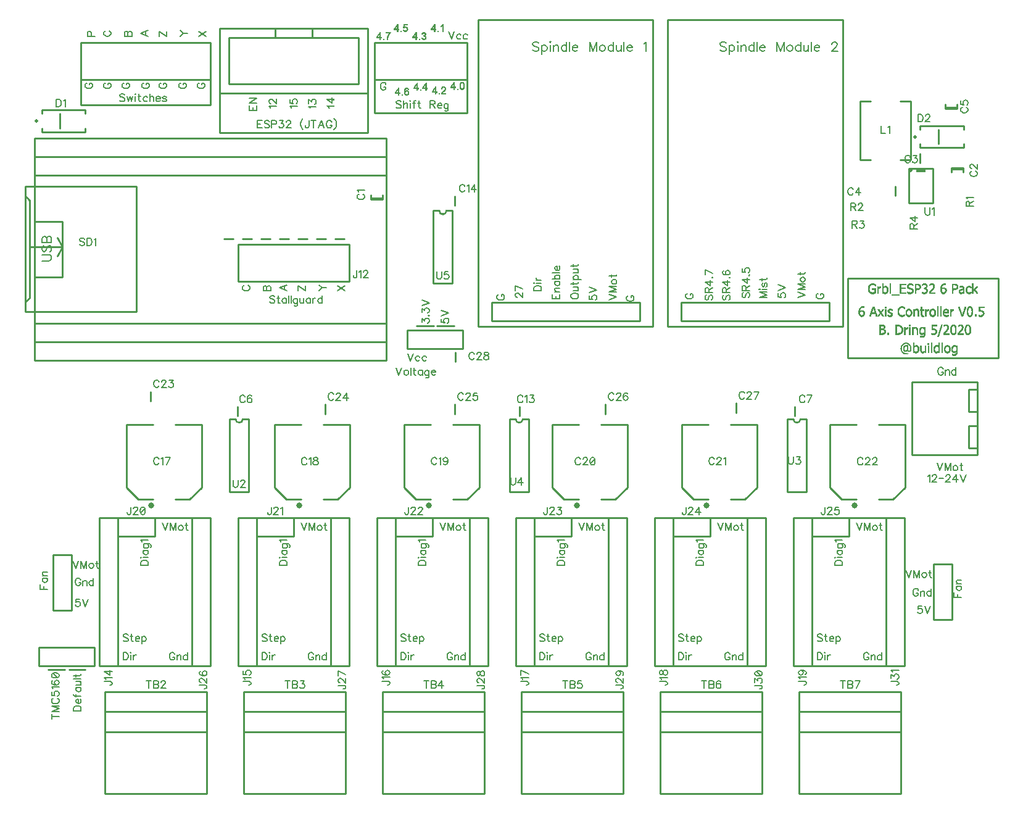
<source format=gbr>
G04 DipTrace 3.3.1.3*
G04 TopSilk.gbr*
%MOIN*%
G04 #@! TF.FileFunction,Legend,Top*
G04 #@! TF.Part,Single*
%ADD10C,0.009843*%
%ADD12C,0.003*%
%ADD13C,0.002625*%
%ADD25C,0.01*%
%ADD29C,0.031508*%
%ADD31C,0.019695*%
%ADD47C,0.019705*%
%ADD108C,0.006176*%
%ADD109C,0.00772*%
%FSLAX26Y26*%
G04*
G70*
G90*
G75*
G01*
G04 TopSilk*
%LPD*%
X2275165Y3521751D2*
D10*
X2212235D1*
X2275165Y3514302D2*
X2212235D1*
X2275165D2*
Y3537861D1*
X2212235Y3514302D2*
Y3537861D1*
X5349230Y3677577D2*
X5412159D1*
X5349230Y3685025D2*
X5412159D1*
X5349230D2*
Y3661466D1*
X5412159Y3685025D2*
Y3661466D1*
X5177335Y3709793D2*
Y3760935D1*
X5045054Y3584935D2*
Y3533793D1*
X5378926Y4012172D2*
X5315997D1*
X5378926Y4004724D2*
X5315997D1*
X5378926D2*
Y4028283D1*
X5315997Y4004724D2*
Y4028283D1*
X1489840Y2343129D2*
Y2394271D1*
X4502340Y2343129D2*
Y2394271D1*
X2069271Y3302340D2*
X2018129D1*
X1969271D2*
X1918129D1*
X1869271D2*
X1818129D1*
X1769271D2*
X1718129D1*
X1669271D2*
X1618129D1*
X3014840Y2343129D2*
Y2394271D1*
X2665037Y3480629D2*
Y3531771D1*
X1569271Y3302340D2*
X1518129D1*
X1469271D2*
X1418129D1*
X890944Y2298631D2*
X1034657D1*
X890944D2*
Y1958048D1*
X1152743Y2298631D2*
X1296456D1*
Y1958048D1*
X955907Y1893100D2*
X1034657D1*
X1152743D2*
X1231493D1*
X955907D2*
X890944Y1958048D1*
X1231493Y1893100D2*
X1296456Y1958048D1*
D29*
X1022837Y1859669D3*
X1690944Y2298631D2*
D10*
X1834657D1*
X1690944D2*
Y1958048D1*
X1952743Y2298631D2*
X2096456D1*
Y1958048D1*
X1755907Y1893100D2*
X1834657D1*
X1952743D2*
X2031493D1*
X1755907D2*
X1690944Y1958048D1*
X2031493Y1893100D2*
X2096456Y1958048D1*
D29*
X1822837Y1859669D3*
X2390944Y2298631D2*
D10*
X2534657D1*
X2390944D2*
Y1958048D1*
X2652743Y2298631D2*
X2796456D1*
Y1958048D1*
X2455907Y1893100D2*
X2534657D1*
X2652743D2*
X2731493D1*
X2455907D2*
X2390944Y1958048D1*
X2731493Y1893100D2*
X2796456Y1958048D1*
D29*
X2522837Y1859669D3*
X3190944Y2298631D2*
D10*
X3334657D1*
X3190944D2*
Y1958048D1*
X3452743Y2298631D2*
X3596456D1*
Y1958048D1*
X3255907Y1893100D2*
X3334657D1*
X3452743D2*
X3531493D1*
X3255907D2*
X3190944Y1958048D1*
X3531493Y1893100D2*
X3596456Y1958048D1*
D29*
X3322837Y1859669D3*
X3890944Y2298631D2*
D10*
X4034657D1*
X3890944D2*
Y1958048D1*
X4152743Y2298631D2*
X4296456D1*
Y1958048D1*
X3955907Y1893100D2*
X4034657D1*
X4152743D2*
X4231493D1*
X3955907D2*
X3890944Y1958048D1*
X4231493Y1893100D2*
X4296456Y1958048D1*
D29*
X4022837Y1859669D3*
X4690944Y2298631D2*
D10*
X4834657D1*
X4690944D2*
Y1958048D1*
X4952743Y2298631D2*
X5096456D1*
Y1958048D1*
X4755907Y1893100D2*
X4834657D1*
X4952743D2*
X5031493D1*
X4755907D2*
X4690944Y1958048D1*
X5031493Y1893100D2*
X5096456Y1958048D1*
D29*
X4822837Y1859669D3*
X433061Y3976373D2*
D10*
Y3996062D1*
X669286D1*
Y3976373D1*
X433061Y3897641D2*
Y3877952D1*
X669286D1*
Y3897641D1*
X531507Y3976373D2*
Y3897641D1*
D31*
X403547Y3937007D3*
X5179316Y3891730D2*
D10*
Y3911419D1*
X5415540D1*
Y3891730D1*
X5179316Y3812998D2*
Y3793309D1*
X5415540D1*
Y3812998D1*
X5277762Y3891730D2*
Y3812998D1*
D31*
X5149802Y3852364D3*
X1919400Y3843700D2*
D10*
X1927000D1*
X467800D2*
X2293700D1*
X393700D2*
X467800D1*
X393700Y3743700D2*
Y3843700D1*
Y3743700D2*
X2293700D1*
Y3843700D1*
X3663385Y2857794D2*
X2863385D1*
X3663385Y2957794D2*
Y2857794D1*
Y2957794D2*
X2863385D1*
Y2857794D1*
X1919400Y3743700D2*
X1927000D1*
X467800D2*
X2293700D1*
X393700D2*
X467800D1*
X393700Y3643700D2*
Y3743700D1*
Y3643700D2*
X2293700D1*
Y3743700D1*
X5349956Y1543681D2*
X5249951D1*
Y1243719D1*
X5349956D1*
Y1543681D1*
X593705Y1593681D2*
X493700D1*
Y1293719D1*
X593705D1*
Y1593681D1*
X1919400Y2743700D2*
X1927000D1*
X467800D2*
X2293700D1*
X393700D2*
X467800D1*
X393700Y2643700D2*
Y2743700D1*
Y2643700D2*
X2293700D1*
Y2743700D1*
X4687007Y2857873D2*
X3887007D1*
X4687007Y2957873D2*
Y2857873D1*
Y2957873D2*
X3887007D1*
Y2857873D1*
X2406219Y2806205D2*
X2706181D1*
Y2706200D1*
X2406219D1*
Y2806205D1*
X1919400Y2843700D2*
X1927000D1*
X467800D2*
X2293700D1*
X393700D2*
X467800D1*
X393700Y2743700D2*
Y2843700D1*
Y2743700D2*
X2293700D1*
Y2843700D1*
X2731200Y4361810D2*
X2231200D1*
X2731200Y4161810D2*
X2231200D1*
X2731200Y4361810D2*
Y4161810D1*
X2231200Y4361810D2*
Y4161810D1*
X643700Y4361810D2*
Y4161810D1*
X1343700Y4361810D2*
Y4161810D1*
X643700D1*
X1343700Y4361810D2*
X643700D1*
X1493700Y3071554D2*
X2093700D1*
Y3271554D1*
X1493700D2*
X2093700D1*
X1493700Y3071554D2*
Y3271554D1*
X718681Y993695D2*
X418719D1*
Y1093700D1*
X718681D1*
Y993695D1*
X843700Y1793700D2*
Y993700D1*
X743700Y1793700D2*
X843700D1*
X743700D2*
Y993700D1*
X843700D1*
X1593700Y1793700D2*
Y993700D1*
X1493700Y1793700D2*
X1593700D1*
X1493700D2*
Y993700D1*
X1593700D1*
X2343700Y1793700D2*
Y993700D1*
X2243700Y1793700D2*
X2343700D1*
X2243700D2*
Y993700D1*
X2343700D1*
X3093700Y1793700D2*
Y993700D1*
X2993700Y1793700D2*
X3093700D1*
X2993700D2*
Y993700D1*
X3093700D1*
X3843700Y1793700D2*
Y993700D1*
X3743700Y1793700D2*
X3843700D1*
X3743700D2*
Y993700D1*
X3843700D1*
X4593700Y1793700D2*
Y993700D1*
X4493700Y1793700D2*
X4593700D1*
X4493700D2*
Y993700D1*
X4593700D1*
X843700Y1793700D2*
Y1693700D1*
X1043700Y1793700D2*
X843700D1*
X1043700D2*
Y1693700D1*
X843700D1*
X1593700Y1793700D2*
Y1693700D1*
X1793700Y1793700D2*
X1593700D1*
X1793700D2*
Y1693700D1*
X1593700D1*
X2343700Y1793700D2*
Y1693700D1*
X2543700Y1793700D2*
X2343700D1*
X2543700D2*
Y1693700D1*
X2343700D1*
X3093700Y1793700D2*
Y1693700D1*
X3293700Y1793700D2*
X3093700D1*
X3293700D2*
Y1693700D1*
X3093700D1*
X3843700Y1793700D2*
Y1693700D1*
X4043700Y1793700D2*
X3843700D1*
X4043700D2*
Y1693700D1*
X3843700D1*
X4593700Y1793700D2*
Y1693700D1*
X4793700Y1793700D2*
X4593700D1*
X4793700D2*
Y1693700D1*
X4593700D1*
X1343700Y1793700D2*
Y993700D1*
X1243700Y1793700D2*
X1343700D1*
X1243700D2*
Y993700D1*
X1343700D1*
X2093700Y1793700D2*
Y993700D1*
X1993700Y1793700D2*
X2093700D1*
X1993700D2*
Y993700D1*
X2093700D1*
X2843700Y1793700D2*
Y993700D1*
X2743700Y1793700D2*
X2843700D1*
X2743700D2*
Y993700D1*
X2843700D1*
X3593700Y1793700D2*
Y993700D1*
X3493700Y1793700D2*
X3593700D1*
X3493700D2*
Y993700D1*
X3593700D1*
X4343700Y1793700D2*
Y993700D1*
X4243700Y1793700D2*
X4343700D1*
X4243700D2*
Y993700D1*
X4343700D1*
X5093700Y1793700D2*
Y993700D1*
X4993700Y1793700D2*
X5093700D1*
X4993700D2*
Y993700D1*
X5093700D1*
X2143675Y4136825D2*
X1443725D1*
Y4386796D1*
X2143675D1*
Y4136825D1*
X1893681Y4386796D2*
X1693719D1*
Y4436797D1*
X1893681D1*
Y4386796D1*
X2193306Y4086613D2*
X1394094D1*
Y4437007D1*
X2193306D1*
Y4086613D1*
X4912512Y3728274D2*
X4853453D1*
Y4043241D1*
X4912512D1*
X5069985D2*
X5129044D1*
Y3728274D1*
X5069985D1*
X1021090Y2424379D2*
Y2475521D1*
X344291Y3533446D2*
X369311Y3508471D1*
X344291Y3583464D2*
X944291D1*
Y2908464D1*
X344291D1*
Y3583464D1*
X369311Y3508471D2*
Y2983456D1*
X344291Y2958481D1*
X369311Y3258451D2*
X544271D1*
X519311Y3308469D1*
X544271Y3258451D2*
X519311Y3208434D1*
X5134645Y2132775D2*
X5488976D1*
Y2526476D1*
X5134645D1*
Y2132775D1*
X5439759Y2172145D2*
X5488976D1*
Y2290255D1*
X5439759D1*
Y2172145D1*
Y2368995D2*
X5488976D1*
Y2487106D1*
X5439759D1*
Y2368995D1*
X774802Y748794D2*
X1325983D1*
Y638558D1*
X774802D1*
Y748794D1*
Y855117D2*
X1325983D1*
Y303936D1*
X774802D1*
Y855117D1*
X1524802Y748794D2*
X2075983D1*
Y638558D1*
X1524802D1*
Y748794D1*
Y855117D2*
X2075983D1*
Y303936D1*
X1524802D1*
Y855117D1*
X2274802Y748794D2*
X2825983D1*
Y638558D1*
X2274802D1*
Y748794D1*
Y855117D2*
X2825983D1*
Y303936D1*
X2274802D1*
Y855117D1*
X3024802Y748794D2*
X3575983D1*
Y638558D1*
X3024802D1*
Y748794D1*
Y855117D2*
X3575983D1*
Y303936D1*
X3024802D1*
Y855117D1*
X3774802Y748794D2*
X4325983D1*
Y638558D1*
X3774802D1*
Y748794D1*
Y855117D2*
X4325983D1*
Y303936D1*
X3774802D1*
Y855117D1*
X4524802Y748794D2*
X5075983D1*
Y638558D1*
X4524802D1*
Y748794D1*
Y855117D2*
X5075983D1*
Y303936D1*
X4524802D1*
Y855117D1*
X5246054Y3681102D2*
X5118098D1*
Y3494094D1*
X5246054D1*
Y3681102D1*
D47*
X5127950Y3671256D3*
G36*
X5206700Y3681102D2*
X5157480D1*
Y3661410D1*
X5206700D1*
Y3681102D1*
G37*
X1448811Y2328035D2*
D10*
Y1934365D1*
X1551187Y2328035D2*
Y1934365D1*
X1448811D2*
X1551187D1*
X1448811Y2328035D2*
X1480305D1*
X1519694D2*
X1551187D1*
X1480305D2*
G03X1519694Y2328035I19694J11D01*
G01*
X4461311D2*
Y1934365D1*
X4563687Y2328035D2*
Y1934365D1*
X4461311D2*
X4563687D1*
X4461311Y2328035D2*
X4492805D1*
X4532194D2*
X4563687D1*
X4492805D2*
G03X4532194Y2328035I19694J11D01*
G01*
X2961311D2*
Y1934365D1*
X3063687Y2328035D2*
Y1934365D1*
X2961311D2*
X3063687D1*
X2961311Y2328035D2*
X2992805D1*
X3032194D2*
X3063687D1*
X2992805D2*
G03X3032194Y2328035I19694J11D01*
G01*
X2548811Y3453035D2*
Y3059365D1*
X2651187Y3453035D2*
Y3059365D1*
X2548811D2*
X2651187D1*
X2548811Y3453035D2*
X2580305D1*
X2619694D2*
X2651187D1*
X2580305D2*
G03X2619694Y3453035I19694J11D01*
G01*
X1964840Y2355629D2*
Y2406771D1*
X2664840Y2355629D2*
Y2406771D1*
X3477340Y2355629D2*
Y2406771D1*
X4183590Y2361879D2*
Y2413021D1*
X2666310Y2688021D2*
Y2636879D1*
X743700Y1793700D2*
D25*
X1343700D1*
Y993700D1*
X743700D1*
Y1793700D1*
X2243700D2*
X2843700D1*
Y993700D1*
X2243700D1*
Y1793700D1*
X2993700D2*
X3593700D1*
Y993700D1*
X2993700D1*
Y1793700D1*
X3743700D2*
X4343700D1*
Y993700D1*
X3743700D1*
Y1793700D1*
X4493700D2*
X5093700D1*
Y993700D1*
X4493700D1*
Y1793700D1*
X393700Y3643700D2*
X2293700D1*
Y2843700D1*
X393700D1*
Y3643700D1*
Y3393700D2*
X543700D1*
Y3093700D1*
X393700D1*
Y3393700D1*
X3814566Y4482676D2*
X4759448D1*
Y2829133D1*
X3814566D1*
Y4482676D1*
X2790944D2*
X3735826D1*
Y2829133D1*
X2790944D1*
Y4482676D1*
X1493700Y1793700D2*
X2093700D1*
Y993700D1*
X1493700D1*
Y1793700D1*
X2456200Y2831200D2*
X2549949D1*
X2568700D2*
X2662449D1*
X468700Y974949D2*
X556200D1*
X581200D2*
X668700D1*
X4787451Y3087451D2*
X5599949D1*
Y2657480D1*
X4787451D1*
Y3087451D1*
X1393700Y4087451D2*
X2193700D1*
Y3874949D1*
X1393700D1*
Y4087451D1*
X2231200Y4162451D2*
X2731200D1*
Y3981200D1*
X2231200D1*
Y4162451D1*
X643700Y4161810D2*
X1343700D1*
Y4024310D1*
X643700D1*
Y4161810D1*
X4914691Y3059733D2*
D12*
X4926691D1*
X4973191D2*
X4977691D1*
X5013691D2*
X5018191D1*
X5118691D2*
X5132191D1*
X5195191D2*
X5207191D1*
X5234191D2*
X5246191D1*
X5303191D2*
X5315191D1*
X5459191D2*
X5465191D1*
X4911293Y3058233D2*
X4930538D1*
X4973191D2*
X4977691D1*
X5013691D2*
X5018191D1*
X5069191D2*
X5100691D1*
X5115991D2*
X5135294D1*
X5150191D2*
X5169691D1*
X5192088D2*
X5209839D1*
X5231601D2*
X5248377D1*
X5300486D2*
X5315191D1*
X5351191D2*
X5370691D1*
X5459191D2*
X5465191D1*
X4908485Y3056733D2*
X4933542D1*
X4973191D2*
X4977691D1*
X5013691D2*
X5018191D1*
X5069191D2*
X5100691D1*
X5113667D2*
X5137834D1*
X5150191D2*
X5172396D1*
X5189547D2*
X5212018D1*
X5229561D2*
X5250250D1*
X5298114D2*
X5315191D1*
X5351191D2*
X5373396D1*
X5459191D2*
X5465191D1*
X4906265Y3055233D2*
X4935781D1*
X4973191D2*
X4977691D1*
X5013691D2*
X5018191D1*
X5069191D2*
X5100691D1*
X5111862D2*
X5138953D1*
X5150191D2*
X5174767D1*
X5188428D2*
X5213602D1*
X5228846D2*
X5251724D1*
X5296165D2*
X5315191D1*
X5351191D2*
X5375767D1*
X5459191D2*
X5465191D1*
X4904430Y3053733D2*
X4914754D1*
X4926691D2*
X4936517D1*
X4973191D2*
X4977691D1*
X5013691D2*
X5018191D1*
X5069191D2*
X5100691D1*
X5110530D2*
X5120838D1*
X5130139D2*
X5139349D1*
X5150191D2*
X5176711D1*
X5188032D2*
X5195742D1*
X5205333D2*
X5214711D1*
X5228446D2*
X5234191D1*
X5244685D2*
X5252764D1*
X5294612D2*
X5303486D1*
X5313691D2*
X5315191D1*
X5351191D2*
X5377711D1*
X5459191D2*
X5465191D1*
X4902839Y3052233D2*
X4912011D1*
X4929691D2*
X4936909D1*
X4973191D2*
X4977691D1*
X5013691D2*
X5018191D1*
X5069191D2*
X5075191D1*
X5109506D2*
X5117781D1*
X5133587D2*
X5139561D1*
X5150191D2*
X5154691D1*
X5167890D2*
X5178205D1*
X5187821D2*
X5192295D1*
X5207459D2*
X5215446D1*
X5228191D2*
X5229691D1*
X5246126D2*
X5253501D1*
X5293372D2*
X5301114D1*
X5351191D2*
X5355691D1*
X5368890D2*
X5379205D1*
X5459191D2*
X5465191D1*
X4901479Y3050733D2*
X4909673D1*
X4932691D2*
X4937088D1*
X4973191D2*
X4977691D1*
X5013691D2*
X5018191D1*
X5069191D2*
X5075191D1*
X5108644D2*
X5115695D1*
X5136691D2*
X5139691D1*
X5150191D2*
X5154691D1*
X5170215D2*
X5179369D1*
X5187691D2*
X5189191D1*
X5209095D2*
X5215855D1*
X5247377D2*
X5254120D1*
X5292273D2*
X5299165D1*
X5351191D2*
X5355691D1*
X5371215D2*
X5380369D1*
X5459191D2*
X5465191D1*
X4900376Y3049233D2*
X4907863D1*
X4935691D2*
X4937191D1*
X4973191D2*
X4977691D1*
X5013691D2*
X5018191D1*
X5069191D2*
X5075191D1*
X5107901D2*
X5114348D1*
X5150191D2*
X5154691D1*
X5172020D2*
X5179849D1*
X5209663D2*
X5216052D1*
X5248268D2*
X5254615D1*
X5291263D2*
X5297618D1*
X5351191D2*
X5355691D1*
X5373020D2*
X5380849D1*
X5459191D2*
X5465191D1*
X4899497Y3047733D2*
X4906536D1*
X4973191D2*
X4977697D1*
X5013691D2*
X5018191D1*
X5069191D2*
X5075191D1*
X5107336D2*
X5113378D1*
X5150191D2*
X5154691D1*
X5173346D2*
X5180270D1*
X5209962D2*
X5216131D1*
X5248774D2*
X5254921D1*
X5290453D2*
X5296430D1*
X5351191D2*
X5355691D1*
X5374346D2*
X5381270D1*
X5459191D2*
X5465191D1*
X4898812Y3046233D2*
X4905559D1*
X4973191D2*
X4977754D1*
X4986691D2*
X4994191D1*
X5013691D2*
X5018191D1*
X5069191D2*
X5075191D1*
X5107046D2*
X5113138D1*
X5150191D2*
X5154691D1*
X5174311D2*
X5180727D1*
X5210040D2*
X5216107D1*
X5249013D2*
X5255070D1*
X5289817D2*
X5295523D1*
X5351191D2*
X5355691D1*
X5375311D2*
X5381727D1*
X5394691D2*
X5408191D1*
X5436691D2*
X5447191D1*
X5459191D2*
X5465191D1*
X4898253Y3044733D2*
X4904835D1*
X4946191D2*
X4952191D1*
X4961191D2*
X4965691D1*
X4973191D2*
X4977986D1*
X4983415D2*
X4996383D1*
X5013691D2*
X5018191D1*
X5069191D2*
X5075191D1*
X5107065D2*
X5113469D1*
X5150191D2*
X5154691D1*
X5175070D2*
X5181101D1*
X5209968D2*
X5215870D1*
X5249066D2*
X5255087D1*
X5289238D2*
X5294872D1*
X5351191D2*
X5355691D1*
X5376070D2*
X5382101D1*
X5392613D2*
X5410377D1*
X5433991D2*
X5449781D1*
X5459191D2*
X5465191D1*
X5481691D2*
X5489191D1*
X4897712Y3043233D2*
X4904261D1*
X4946191D2*
X4952467D1*
X4957915D2*
X4965691D1*
X4973191D2*
X4978498D1*
X4979889D2*
X4998308D1*
X5013691D2*
X5018191D1*
X5069191D2*
X5075191D1*
X5107354D2*
X5114056D1*
X5150191D2*
X5154691D1*
X5175157D2*
X5181188D1*
X5209380D2*
X5215265D1*
X5248911D2*
X5254924D1*
X5288758D2*
X5294446D1*
X5351191D2*
X5355691D1*
X5376157D2*
X5382188D1*
X5391074D2*
X5412250D1*
X5431667D2*
X5451820D1*
X5459191D2*
X5465191D1*
X5480191D2*
X5487691D1*
X4897248Y3041733D2*
X4903715D1*
X4946191D2*
X4952993D1*
X4954389D2*
X4965691D1*
X4973191D2*
X4999968D1*
X5013691D2*
X5018191D1*
X5069191D2*
X5075191D1*
X5107767D2*
X5114832D1*
X5150191D2*
X5154691D1*
X5174952D2*
X5180973D1*
X5207900D2*
X5214267D1*
X5248515D2*
X5254570D1*
X5288452D2*
X5294078D1*
X5351191D2*
X5355691D1*
X5375952D2*
X5381973D1*
X5390568D2*
X5413718D1*
X5429862D2*
X5452536D1*
X5459191D2*
X5465191D1*
X5478691D2*
X5486191D1*
X4896954Y3040233D2*
X4903249D1*
X4946191D2*
X4965691D1*
X4973191D2*
X4985786D1*
X4994134D2*
X5001320D1*
X5013691D2*
X5018191D1*
X5069191D2*
X5075191D1*
X5108267D2*
X5116648D1*
X5150191D2*
X5154691D1*
X5174583D2*
X5180648D1*
X5205736D2*
X5212956D1*
X5247939D2*
X5254137D1*
X5288246D2*
X5293695D1*
X5351191D2*
X5355691D1*
X5375583D2*
X5381648D1*
X5390191D2*
X5394691D1*
X5406158D2*
X5414870D1*
X5428530D2*
X5437043D1*
X5445691D2*
X5452935D1*
X5459191D2*
X5465191D1*
X5477191D2*
X5484691D1*
X4896803Y3038733D2*
X4902955D1*
X4946191D2*
X4965691D1*
X4973191D2*
X4982590D1*
X4995436D2*
X5002303D1*
X5013691D2*
X5018191D1*
X5069191D2*
X5075191D1*
X5109011D2*
X5119402D1*
X5150191D2*
X5154691D1*
X5174097D2*
X5180355D1*
X5203121D2*
X5211330D1*
X5247261D2*
X5253679D1*
X5287986D2*
X5293367D1*
X5300191D2*
X5309191D1*
X5351191D2*
X5355691D1*
X5375097D2*
X5381355D1*
X5408105D2*
X5415292D1*
X5427506D2*
X5434864D1*
X5450191D2*
X5453191D1*
X5459191D2*
X5465191D1*
X5475691D2*
X5483191D1*
X4896735Y3037233D2*
X4902803D1*
X4946191D2*
X4960740D1*
X4973191D2*
X4980024D1*
X4996517D2*
X5003016D1*
X5013691D2*
X5018191D1*
X5069191D2*
X5099191D1*
X5110072D2*
X5123117D1*
X5150191D2*
X5154691D1*
X5173457D2*
X5179982D1*
X5200854D2*
X5209360D1*
X5246494D2*
X5253123D1*
X5287598D2*
X5293688D1*
X5294988D2*
X5311839D1*
X5351191D2*
X5355691D1*
X5374457D2*
X5380982D1*
X5409470D2*
X5415521D1*
X5426644D2*
X5433279D1*
X5459191D2*
X5465191D1*
X5474191D2*
X5481691D1*
X4896707Y3035733D2*
X4902735D1*
X4946191D2*
X4956949D1*
X4973191D2*
X4978704D1*
X4997383D2*
X5003625D1*
X5013691D2*
X5018191D1*
X5069191D2*
X5099191D1*
X5111423D2*
X5127221D1*
X5150191D2*
X5154691D1*
X5172010D2*
X5179360D1*
X5199171D2*
X5207191D1*
X5245613D2*
X5252431D1*
X5287203D2*
X5314018D1*
X5351191D2*
X5355691D1*
X5373010D2*
X5380360D1*
X5410346D2*
X5415624D1*
X5425901D2*
X5432164D1*
X5459191D2*
X5465197D1*
X5472685D2*
X5480191D1*
X4896697Y3034233D2*
X4902707D1*
X4946191D2*
X4954085D1*
X4973191D2*
X4978177D1*
X4998012D2*
X5004117D1*
X5013691D2*
X5018191D1*
X5069191D2*
X5099191D1*
X5113195D2*
X5131039D1*
X5150191D2*
X5154691D1*
X5167887D2*
X5178480D1*
X5198610D2*
X5209839D1*
X5244645D2*
X5251587D1*
X5286938D2*
X5315608D1*
X5351191D2*
X5355691D1*
X5368887D2*
X5379480D1*
X5410849D2*
X5415666D1*
X5425330D2*
X5431377D1*
X5459191D2*
X5465254D1*
X5471128D2*
X5478697D1*
X4896693Y3032733D2*
X4902697D1*
X4919191D2*
X4937191D1*
X4946191D2*
X4952934D1*
X4973191D2*
X4977895D1*
X4998380D2*
X5004421D1*
X5013691D2*
X5018191D1*
X5069191D2*
X5099191D1*
X5115753D2*
X5134155D1*
X5150191D2*
X5154691D1*
X5161328D2*
X5177372D1*
X5198191D2*
X5212018D1*
X5243675D2*
X5250635D1*
X5286797D2*
X5297549D1*
X5307339D2*
X5316770D1*
X5351191D2*
X5355691D1*
X5362328D2*
X5378372D1*
X5411191D2*
X5415682D1*
X5424987D2*
X5430776D1*
X5459191D2*
X5465486D1*
X5469396D2*
X5477261D1*
X4896691Y3031233D2*
X4902693D1*
X4919191D2*
X4937191D1*
X4946191D2*
X4952535D1*
X4973191D2*
X4977770D1*
X4998561D2*
X5004577D1*
X5013691D2*
X5018191D1*
X5069191D2*
X5075191D1*
X5119327D2*
X5136456D1*
X5150191D2*
X5175847D1*
X5202916D2*
X5213608D1*
X5242636D2*
X5249672D1*
X5286733D2*
X5295422D1*
X5309518D2*
X5317696D1*
X5351191D2*
X5376847D1*
X5403946D2*
X5415688D1*
X5424815D2*
X5430220D1*
X5459191D2*
X5465998D1*
X5467383D2*
X5476064D1*
X4896691Y3029733D2*
X4902697D1*
X4919191D2*
X4937191D1*
X4946191D2*
X4952331D1*
X4973191D2*
X4977720D1*
X4998640D2*
X5004646D1*
X5013691D2*
X5018191D1*
X5069191D2*
X5075191D1*
X5123506D2*
X5138140D1*
X5150191D2*
X5173423D1*
X5206388D2*
X5214770D1*
X5241428D2*
X5248634D1*
X5286707D2*
X5293787D1*
X5311102D2*
X5318464D1*
X5351191D2*
X5374423D1*
X5398134D2*
X5415690D1*
X5424740D2*
X5429751D1*
X5459191D2*
X5475155D1*
X4896697Y3028233D2*
X4902750D1*
X4919191D2*
X4937191D1*
X4946191D2*
X4952243D1*
X4973191D2*
X4977701D1*
X4998672D2*
X5004674D1*
X5013691D2*
X5018191D1*
X5069191D2*
X5075191D1*
X5127436D2*
X5139421D1*
X5150191D2*
X5169217D1*
X5208947D2*
X5215696D1*
X5240079D2*
X5247428D1*
X5286702D2*
X5293219D1*
X5312211D2*
X5319046D1*
X5351191D2*
X5370217D1*
X5394024D2*
X5415690D1*
X5424709D2*
X5429455D1*
X5459191D2*
X5475227D1*
X4896749Y3026733D2*
X4902941D1*
X4931191D2*
X4937191D1*
X4946191D2*
X4952210D1*
X4973191D2*
X4977694D1*
X4998684D2*
X5004685D1*
X5013691D2*
X5018191D1*
X5069191D2*
X5075191D1*
X5130527D2*
X5140297D1*
X5150191D2*
X5162647D1*
X5210105D2*
X5216464D1*
X5238647D2*
X5246079D1*
X5286751D2*
X5292914D1*
X5312946D2*
X5319393D1*
X5351191D2*
X5363647D1*
X5391249D2*
X5415691D1*
X5424697D2*
X5429309D1*
X5459191D2*
X5475657D1*
X4896941Y3025233D2*
X4903306D1*
X4931191D2*
X4937191D1*
X4946191D2*
X4952197D1*
X4973191D2*
X4977692D1*
X4998689D2*
X5004683D1*
X5013691D2*
X5018191D1*
X5069191D2*
X5075191D1*
X5132971D2*
X5140788D1*
X5150191D2*
X5154691D1*
X5210897D2*
X5217046D1*
X5237174D2*
X5244647D1*
X5286941D2*
X5292783D1*
X5313355D2*
X5319566D1*
X5351191D2*
X5355691D1*
X5389144D2*
X5403075D1*
X5411191D2*
X5415691D1*
X5424693D2*
X5429294D1*
X5459191D2*
X5476432D1*
X4897306Y3023733D2*
X4903743D1*
X4931191D2*
X4937191D1*
X4946191D2*
X4952193D1*
X4973191D2*
X4977691D1*
X4998684D2*
X5004632D1*
X5013691D2*
X5018191D1*
X5069191D2*
X5075191D1*
X5134223D2*
X5141025D1*
X5150191D2*
X5154691D1*
X5211330D2*
X5217387D1*
X5235685D2*
X5243174D1*
X5287300D2*
X5292781D1*
X5313552D2*
X5319636D1*
X5351191D2*
X5355691D1*
X5388198D2*
X5398949D1*
X5411191D2*
X5415691D1*
X5424692D2*
X5429457D1*
X5459191D2*
X5466986D1*
X5471486D2*
X5477520D1*
X4897743Y3022233D2*
X4904202D1*
X4931191D2*
X4937191D1*
X4946191D2*
X4952192D1*
X4973191D2*
X4977691D1*
X4998632D2*
X5004441D1*
X5013691D2*
X5018191D1*
X5069191D2*
X5075191D1*
X5134726D2*
X5141127D1*
X5150191D2*
X5154691D1*
X5211487D2*
X5217507D1*
X5234189D2*
X5241685D1*
X5287690D2*
X5292952D1*
X5313631D2*
X5319614D1*
X5351191D2*
X5355691D1*
X5387644D2*
X5396001D1*
X5411191D2*
X5415691D1*
X5424697D2*
X5429812D1*
X5459191D2*
X5466108D1*
X5472102D2*
X5478770D1*
X4898202Y3020733D2*
X4904759D1*
X4931191D2*
X4937191D1*
X4946191D2*
X4952191D1*
X4973191D2*
X4977691D1*
X4998435D2*
X5004076D1*
X5013691D2*
X5018191D1*
X5069191D2*
X5075191D1*
X5134989D2*
X5141162D1*
X5150191D2*
X5154691D1*
X5211379D2*
X5217392D1*
X5232690D2*
X5240189D1*
X5288005D2*
X5293309D1*
X5313613D2*
X5319435D1*
X5351191D2*
X5355691D1*
X5387377D2*
X5393743D1*
X5411185D2*
X5415691D1*
X5424749D2*
X5430245D1*
X5459191D2*
X5465606D1*
X5473047D2*
X5479994D1*
X4898759Y3019233D2*
X4905462D1*
X4931191D2*
X4937191D1*
X4946191D2*
X4952191D1*
X4973191D2*
X4977691D1*
X4998017D2*
X5003639D1*
X5013691D2*
X5018191D1*
X5069191D2*
X5075191D1*
X5135050D2*
X5141124D1*
X5150191D2*
X5154691D1*
X5210997D2*
X5217058D1*
X5231196D2*
X5238690D1*
X5288335D2*
X5293750D1*
X5313428D2*
X5319074D1*
X5351191D2*
X5355691D1*
X5387262D2*
X5392617D1*
X5411126D2*
X5415691D1*
X5424941D2*
X5430702D1*
X5459191D2*
X5465362D1*
X5474113D2*
X5481101D1*
X4899451Y3017733D2*
X4906418D1*
X4931179D2*
X4937191D1*
X4946191D2*
X4952191D1*
X4973191D2*
X4977708D1*
X4997383D2*
X5003180D1*
X5013691D2*
X5018191D1*
X5069191D2*
X5075191D1*
X5134970D2*
X5140932D1*
X5150191D2*
X5154691D1*
X5210370D2*
X5216632D1*
X5229755D2*
X5237191D1*
X5288764D2*
X5294261D1*
X5313009D2*
X5318638D1*
X5351191D2*
X5355691D1*
X5387217D2*
X5392226D1*
X5410871D2*
X5415691D1*
X5425306D2*
X5431265D1*
X5459191D2*
X5465257D1*
X5475148D2*
X5482204D1*
X4900301Y3016233D2*
X4907857D1*
X4931144D2*
X4937191D1*
X4946191D2*
X4952191D1*
X4973191D2*
X4977801D1*
X4996477D2*
X5002623D1*
X5013691D2*
X5018191D1*
X5069191D2*
X5075191D1*
X5106691D2*
X5108191D1*
X5134380D2*
X5140516D1*
X5150191D2*
X5154691D1*
X5209416D2*
X5216178D1*
X5228505D2*
X5235691D1*
X5289233D2*
X5295038D1*
X5312288D2*
X5318180D1*
X5351191D2*
X5355691D1*
X5387206D2*
X5392443D1*
X5410385D2*
X5415691D1*
X5425749D2*
X5432056D1*
X5459191D2*
X5465215D1*
X5476221D2*
X5483432D1*
X4901305Y3014733D2*
X4910246D1*
X4930593D2*
X4937185D1*
X4946191D2*
X4952191D1*
X4973191D2*
X4977972D1*
X4995312D2*
X5001925D1*
X5013691D2*
X5018191D1*
X5069191D2*
X5075191D1*
X5106697D2*
X5111403D1*
X5133006D2*
X5139883D1*
X5150191D2*
X5154691D1*
X5208130D2*
X5215622D1*
X5227614D2*
X5234191D1*
X5289755D2*
X5296095D1*
X5311285D2*
X5317623D1*
X5351191D2*
X5355691D1*
X5387258D2*
X5393294D1*
X5409054D2*
X5415691D1*
X5426260D2*
X5433111D1*
X5453191D2*
D3*
X5459191D2*
X5465199D1*
X5477438D2*
X5484739D1*
X4902465Y3013233D2*
X4914514D1*
X4927131D2*
X4937115D1*
X4946191D2*
X4952191D1*
X4973191D2*
X4981886D1*
X4992370D2*
X5001028D1*
X5013691D2*
X5018191D1*
X5069191D2*
X5075191D1*
X5106761D2*
X5116200D1*
X5129160D2*
X5139012D1*
X5150191D2*
X5154691D1*
X5187691D2*
X5190691D1*
X5204764D2*
X5214919D1*
X5227108D2*
X5232691D1*
X5290506D2*
X5298749D1*
X5308090D2*
X5316919D1*
X5351191D2*
X5355691D1*
X5387506D2*
X5396181D1*
X5405730D2*
X5415691D1*
X5427008D2*
X5436573D1*
X5448536D2*
X5453191D1*
X5459191D2*
X5465194D1*
X5478741D2*
X5485978D1*
X4903926Y3011733D2*
X4921328D1*
X4921010D2*
X4936939D1*
X4946191D2*
X4952191D1*
X4973191D2*
X4988070D1*
X4987817D2*
X4999879D1*
X5013691D2*
X5018191D1*
X5069191D2*
X5100691D1*
X5106919D2*
X5123448D1*
X5123129D2*
X5137868D1*
X5150191D2*
X5154691D1*
X5187766D2*
X5198706D1*
X5199752D2*
X5213964D1*
X5226863D2*
X5256691D1*
X5291571D2*
X5302768D1*
X5303182D2*
X5315964D1*
X5351191D2*
X5355691D1*
X5388120D2*
X5400869D1*
X5400740D2*
X5415691D1*
X5428077D2*
X5442004D1*
X5442378D2*
X5453065D1*
X5459191D2*
X5465192D1*
X5479983D2*
X5487034D1*
X4905825Y3010233D2*
X4935998D1*
X4946191D2*
X4952191D1*
X4973191D2*
X4998500D1*
X5013691D2*
X5018191D1*
X5069191D2*
X5100691D1*
X5107702D2*
X5136435D1*
X5150191D2*
X5154691D1*
X5187943D2*
X5212571D1*
X5226757D2*
X5256691D1*
X5292910D2*
X5314571D1*
X5351191D2*
X5355691D1*
X5389171D2*
X5415691D1*
X5429473D2*
X5452781D1*
X5459191D2*
X5465191D1*
X5481084D2*
X5487904D1*
X4908271Y3008733D2*
X4933530D1*
X4946191D2*
X4952191D1*
X4973191D2*
X4996846D1*
X5013691D2*
X5018191D1*
X5069191D2*
X5100691D1*
X5109746D2*
X5134551D1*
X5150191D2*
X5154691D1*
X5188870D2*
X5210646D1*
X5226714D2*
X5256691D1*
X5294546D2*
X5312646D1*
X5351191D2*
X5355691D1*
X5390657D2*
X5408191D1*
X5411191D2*
X5415691D1*
X5431341D2*
X5451410D1*
X5459191D2*
X5465191D1*
X5482127D2*
X5488603D1*
X4911320Y3007233D2*
X4930301D1*
X4946191D2*
X4952191D1*
X4973191D2*
X4977691D1*
X4980691D2*
X4994866D1*
X5013691D2*
X5018191D1*
X5069191D2*
X5100691D1*
X5112516D2*
X5132058D1*
X5150191D2*
X5154691D1*
X5191101D2*
X5208267D1*
X5226691D2*
X5256691D1*
X5296519D2*
X5310267D1*
X5351191D2*
X5355691D1*
X5392561D2*
X5405191D1*
X5411191D2*
X5415691D1*
X5433827D2*
X5449451D1*
X5459191D2*
X5465191D1*
X5483191D2*
X5489191D1*
X4914691Y3005733D2*
X4926691D1*
X4983691D2*
X4992691D1*
X5115691D2*
X5129191D1*
X5193691D2*
X5205691D1*
X5298691D2*
X5307691D1*
X5394691D2*
X5402191D1*
X5436691D2*
X5447191D1*
X5024191Y2999733D2*
X5063191D1*
X5024191Y2998233D2*
X5063191D1*
X5024191Y2996733D2*
X5063191D1*
X4861354Y2936308D2*
X4873354D1*
X5072854D2*
X5084854D1*
X5270854D2*
X5275354D1*
X5287354D2*
X5291854D1*
X5441854D2*
X5450854D1*
X4858648Y2934808D2*
X4873354D1*
X4921354D2*
X4928854D1*
X4987354D2*
X4993354D1*
X5070148D2*
X5088420D1*
X5270854D2*
X5275354D1*
X5287354D2*
X5291854D1*
X5383354D2*
X5389354D1*
X5419354D2*
X5425354D1*
X5439380D2*
X5453040D1*
X5495854D2*
X5522854D1*
X4856277Y2933308D2*
X4873354D1*
X4920604D2*
X4929372D1*
X4987354D2*
X4993354D1*
X5067771D2*
X5091349D1*
X5182354D2*
X5186854D1*
X5270854D2*
X5275354D1*
X5287354D2*
X5291854D1*
X5384103D2*
X5390103D1*
X5419122D2*
X5425122D1*
X5437381D2*
X5454918D1*
X5495854D2*
X5522854D1*
X4854327Y2931808D2*
X4873354D1*
X4919981D2*
X4929871D1*
X4987354D2*
X4993354D1*
X5065769D2*
X5093679D1*
X5182354D2*
X5186854D1*
X5270854D2*
X5275354D1*
X5287354D2*
X5291854D1*
X5384726D2*
X5390726D1*
X5418744D2*
X5424744D1*
X5435825D2*
X5456439D1*
X5495854D2*
X5522854D1*
X4852775Y2930308D2*
X4861648D1*
X4871854D2*
X4873354D1*
X4919398D2*
X4930347D1*
X4987354D2*
X4993354D1*
X5064031D2*
X5074943D1*
X5084265D2*
X5094541D1*
X5182354D2*
X5186854D1*
X5270854D2*
X5275354D1*
X5287354D2*
X5291854D1*
X5385310D2*
X5391310D1*
X5418303D2*
X5424303D1*
X5434588D2*
X5441859D1*
X5450796D2*
X5457618D1*
X5495854D2*
X5522854D1*
X4851535Y2928808D2*
X4859277D1*
X4918863D2*
X4930859D1*
X4987354D2*
X4993354D1*
X5062478D2*
X5071694D1*
X5087530D2*
X5095008D1*
X5182354D2*
X5186854D1*
X5270854D2*
X5275354D1*
X5287354D2*
X5291854D1*
X5385844D2*
X5391844D1*
X5417849D2*
X5423849D1*
X5433679D2*
X5440418D1*
X5452098D2*
X5458529D1*
X5495854D2*
X5500354D1*
X4850436Y2927308D2*
X4857327D1*
X4918372D2*
X4931362D1*
X5061133D2*
X5069243D1*
X5090103D2*
X5095227D1*
X5182354D2*
X5186854D1*
X5270854D2*
X5275354D1*
X5287354D2*
X5291854D1*
X5386336D2*
X5392336D1*
X5417344D2*
X5423344D1*
X5433003D2*
X5439168D1*
X5453180D2*
X5459226D1*
X5495854D2*
X5500354D1*
X4849426Y2925808D2*
X4855781D1*
X4917852D2*
X4922796D1*
X4925565D2*
X4931842D1*
X5060036D2*
X5067452D1*
X5092354D2*
X5095354D1*
X5182354D2*
X5186854D1*
X5270854D2*
X5275354D1*
X5287354D2*
X5291854D1*
X5386855D2*
X5392855D1*
X5416843D2*
X5422843D1*
X5432409D2*
X5438271D1*
X5454046D2*
X5459789D1*
X5495854D2*
X5500354D1*
X4848615Y2924308D2*
X4854593D1*
X4917346D2*
X4922604D1*
X4926495D2*
X4932357D1*
X5059158D2*
X5066159D1*
X5182354D2*
X5186854D1*
X5270854D2*
X5275354D1*
X5287354D2*
X5291854D1*
X5387361D2*
X5393361D1*
X5416364D2*
X5422364D1*
X5431918D2*
X5437712D1*
X5454675D2*
X5460332D1*
X5495854D2*
X5500354D1*
X4847979Y2922808D2*
X4853686D1*
X4916865D2*
X4922239D1*
X4927188D2*
X4932862D1*
X5011354D2*
X5021854D1*
X5058474D2*
X5065204D1*
X5111854D2*
X5120854D1*
X5155354D2*
X5162854D1*
X5182354D2*
X5186854D1*
X5240854D2*
X5249854D1*
X5270854D2*
X5275354D1*
X5287354D2*
X5291854D1*
X5312854D2*
X5321854D1*
X5387842D2*
X5393842D1*
X5415850D2*
X5421850D1*
X5431563D2*
X5437276D1*
X5455042D2*
X5460796D1*
X5495854D2*
X5500354D1*
X4847401Y2921308D2*
X4853035D1*
X4916350D2*
X4921801D1*
X4927797D2*
X4933342D1*
X4948354D2*
X4955854D1*
X4975354D2*
X4981354D1*
X4988854D2*
X4993354D1*
X5008705D2*
X5024444D1*
X5057915D2*
X5064490D1*
X5108975D2*
X5123553D1*
X5140354D2*
X5146354D1*
X5152078D2*
X5164989D1*
X5177854D2*
X5198854D1*
X5204854D2*
X5210854D1*
X5219854D2*
X5224354D1*
X5237975D2*
X5252553D1*
X5270854D2*
X5275354D1*
X5287354D2*
X5291854D1*
X5310154D2*
X5324502D1*
X5339854D2*
X5345854D1*
X5354854D2*
X5359354D1*
X5388357D2*
X5394357D1*
X5415345D2*
X5421345D1*
X5431218D2*
X5436811D1*
X5455224D2*
X5461090D1*
X5495854D2*
X5500354D1*
X4846921Y2919808D2*
X4852609D1*
X4915845D2*
X4921349D1*
X4928340D2*
X4933857D1*
X4949335D2*
X4956604D1*
X4974085D2*
X4980085D1*
X4988854D2*
X4993354D1*
X5006526D2*
X5026483D1*
X5057375D2*
X5063921D1*
X5106666D2*
X5125877D1*
X5140354D2*
X5147057D1*
X5148551D2*
X5166722D1*
X5177854D2*
X5198854D1*
X5204854D2*
X5211129D1*
X5216578D2*
X5224354D1*
X5235666D2*
X5254877D1*
X5270854D2*
X5275354D1*
X5287354D2*
X5291854D1*
X5307830D2*
X5326681D1*
X5339854D2*
X5346129D1*
X5351578D2*
X5359354D1*
X5388862D2*
X5394862D1*
X5414865D2*
X5420865D1*
X5430789D2*
X5436384D1*
X5455309D2*
X5461241D1*
X5495854D2*
X5500354D1*
X4846615Y2918308D2*
X4852241D1*
X4915365D2*
X4920844D1*
X4928834D2*
X4934362D1*
X4950336D2*
X4957481D1*
X4972963D2*
X4978963D1*
X4988854D2*
X4993354D1*
X5004942D2*
X5027198D1*
X5056911D2*
X5063376D1*
X5104927D2*
X5127683D1*
X5140354D2*
X5168021D1*
X5177854D2*
X5198854D1*
X5204854D2*
X5211656D1*
X5213051D2*
X5224354D1*
X5233927D2*
X5256683D1*
X5270854D2*
X5275354D1*
X5287354D2*
X5291854D1*
X5306024D2*
X5328265D1*
X5339854D2*
X5346656D1*
X5348051D2*
X5359354D1*
X5389342D2*
X5395342D1*
X5414350D2*
X5420350D1*
X5430377D2*
X5436107D1*
X5455393D2*
X5461309D1*
X5495854D2*
X5500354D1*
X4846409Y2916808D2*
X4851858D1*
X4914850D2*
X4920343D1*
X4929354D2*
X4934842D1*
X4951360D2*
X4958398D1*
X4971904D2*
X4977904D1*
X4988854D2*
X4993354D1*
X5003833D2*
X5011943D1*
X5021854D2*
X5027598D1*
X5056617D2*
X5062911D1*
X5103645D2*
X5112205D1*
X5120502D2*
X5129009D1*
X5140354D2*
X5152654D1*
X5160770D2*
X5168984D1*
X5177854D2*
X5198854D1*
X5204854D2*
X5224354D1*
X5232645D2*
X5241205D1*
X5249502D2*
X5258009D1*
X5270854D2*
X5275354D1*
X5287354D2*
X5291854D1*
X5304693D2*
X5313154D1*
X5321496D2*
X5329380D1*
X5339854D2*
X5359354D1*
X5389857D2*
X5395857D1*
X5413845D2*
X5419845D1*
X5430104D2*
X5435962D1*
X5455597D2*
X5461337D1*
X5495854D2*
X5500354D1*
X4846149Y2915308D2*
X4851530D1*
X4858354D2*
X4867354D1*
X4914345D2*
X4919864D1*
X4929861D2*
X4935357D1*
X4952348D2*
X4959363D1*
X4970858D2*
X4976858D1*
X4988854D2*
X4993354D1*
X5003098D2*
X5009915D1*
X5024854D2*
X5027854D1*
X5056466D2*
X5062617D1*
X5102649D2*
X5110026D1*
X5122681D2*
X5129985D1*
X5140354D2*
X5150336D1*
X5162577D2*
X5169652D1*
X5182354D2*
X5186854D1*
X5204854D2*
X5224354D1*
X5231649D2*
X5239026D1*
X5251681D2*
X5258985D1*
X5270854D2*
X5275354D1*
X5287354D2*
X5291854D1*
X5303669D2*
X5310830D1*
X5323622D2*
X5330168D1*
X5339854D2*
X5359354D1*
X5390362D2*
X5396362D1*
X5413365D2*
X5419365D1*
X5429961D2*
X5435897D1*
X5455960D2*
X5461348D1*
X5495854D2*
X5507439D1*
X4845761Y2913808D2*
X4851851D1*
X4853150D2*
X4870002D1*
X4913865D2*
X4919350D1*
X4930342D2*
X4935862D1*
X4953345D2*
X4960377D1*
X4969851D2*
X4975857D1*
X4988854D2*
X4993354D1*
X5002689D2*
X5009121D1*
X5056398D2*
X5062466D1*
X5101798D2*
X5108442D1*
X5124265D2*
X5130709D1*
X5140354D2*
X5148583D1*
X5163773D2*
X5170034D1*
X5182354D2*
X5186854D1*
X5204854D2*
X5219402D1*
X5230798D2*
X5237442D1*
X5253265D2*
X5259709D1*
X5270854D2*
X5275354D1*
X5287354D2*
X5291854D1*
X5302806D2*
X5309024D1*
X5325257D2*
X5330768D1*
X5339854D2*
X5354402D1*
X5390842D2*
X5396842D1*
X5412850D2*
X5418850D1*
X5429896D2*
X5435870D1*
X5456346D2*
X5461352D1*
X5495854D2*
X5512720D1*
X4845366Y2912308D2*
X4872181D1*
X4913350D2*
X4918845D1*
X4930857D2*
X4936342D1*
X4954365D2*
X4961421D1*
X4968742D2*
X4974811D1*
X4988854D2*
X4993354D1*
X5002498D2*
X5008608D1*
X5056370D2*
X5062398D1*
X5101061D2*
X5107327D1*
X5125374D2*
X5131284D1*
X5140354D2*
X5147251D1*
X5164619D2*
X5170221D1*
X5182354D2*
X5186854D1*
X5204854D2*
X5215612D1*
X5230061D2*
X5236327D1*
X5254374D2*
X5260284D1*
X5270854D2*
X5275354D1*
X5287354D2*
X5291854D1*
X5302064D2*
X5307699D1*
X5325889D2*
X5331324D1*
X5339854D2*
X5350612D1*
X5391357D2*
X5397357D1*
X5412345D2*
X5418345D1*
X5429870D2*
X5435859D1*
X5456609D2*
X5461353D1*
X5495854D2*
X5516222D1*
X4845100Y2910808D2*
X4873771D1*
X4912845D2*
X4918365D1*
X4931362D2*
X4936857D1*
X4955350D2*
X4962695D1*
X4967299D2*
X4973652D1*
X4988854D2*
X4993354D1*
X5002466D2*
X5008686D1*
X5056359D2*
X5062370D1*
X5100492D2*
X5106540D1*
X5126109D2*
X5131830D1*
X5140354D2*
X5146787D1*
X5165215D2*
X5170302D1*
X5182354D2*
X5186854D1*
X5204854D2*
X5212748D1*
X5229492D2*
X5235540D1*
X5255109D2*
X5260830D1*
X5270854D2*
X5275354D1*
X5287354D2*
X5291854D1*
X5301493D2*
X5306727D1*
X5326444D2*
X5331794D1*
X5339854D2*
X5347748D1*
X5391862D2*
X5397862D1*
X5411865D2*
X5417859D1*
X5429859D2*
X5435856D1*
X5456748D2*
X5461353D1*
X5495854D2*
X5518708D1*
X4844960Y2909308D2*
X4855711D1*
X4865502D2*
X4874933D1*
X4912365D2*
X4917856D1*
X4931843D2*
X4937362D1*
X4956345D2*
X4964395D1*
X4965444D2*
X4972492D1*
X4988854D2*
X4993354D1*
X5002629D2*
X5009596D1*
X5056356D2*
X5062359D1*
X5100150D2*
X5105939D1*
X5126518D2*
X5132296D1*
X5140354D2*
X5146537D1*
X5165560D2*
X5170335D1*
X5182354D2*
X5186854D1*
X5204854D2*
X5211597D1*
X5229150D2*
X5234939D1*
X5255518D2*
X5261296D1*
X5270854D2*
X5275354D1*
X5287354D2*
X5291854D1*
X5301150D2*
X5306052D1*
X5327184D2*
X5332089D1*
X5339854D2*
X5346597D1*
X5392348D2*
X5398342D1*
X5411350D2*
X5417297D1*
X5429856D2*
X5435854D1*
X5456806D2*
X5461353D1*
X5495854D2*
X5497354D1*
X5510502D2*
X5519873D1*
X4844896Y2907808D2*
X4853585D1*
X4867681D2*
X4875859D1*
X4911850D2*
X4917400D1*
X4932365D2*
X4937842D1*
X4957359D2*
X4971419D1*
X4988854D2*
X4993354D1*
X5003040D2*
X5012216D1*
X5056354D2*
X5062356D1*
X5099978D2*
X5105383D1*
X5126715D2*
X5132590D1*
X5140354D2*
X5146425D1*
X5165731D2*
X5170347D1*
X5182354D2*
X5186854D1*
X5204854D2*
X5211197D1*
X5228978D2*
X5234383D1*
X5255715D2*
X5261590D1*
X5270854D2*
X5275354D1*
X5287354D2*
X5291854D1*
X5300978D2*
X5305642D1*
X5328200D2*
X5332241D1*
X5339854D2*
X5346197D1*
X5392910D2*
X5398857D1*
X5410845D2*
X5416654D1*
X5429854D2*
X5435854D1*
X5456779D2*
X5461354D1*
X5512681D2*
X5520829D1*
X4844869Y2906308D2*
X4851950D1*
X4869265D2*
X4876627D1*
X4911345D2*
X4917087D1*
X4932882D2*
X4938357D1*
X4958292D2*
X4970335D1*
X4988854D2*
X4993354D1*
X5003728D2*
X5015628D1*
X5056354D2*
X5062360D1*
X5099902D2*
X5104913D1*
X5126800D2*
X5132741D1*
X5140354D2*
X5146380D1*
X5165806D2*
X5170351D1*
X5182354D2*
X5186854D1*
X5204854D2*
X5210993D1*
X5228902D2*
X5233913D1*
X5255800D2*
X5261741D1*
X5270854D2*
X5275354D1*
X5287354D2*
X5291854D1*
X5300902D2*
X5332309D1*
X5339854D2*
X5345993D1*
X5393553D2*
X5399362D1*
X5410365D2*
X5416000D1*
X5429854D2*
X5435854D1*
X5456598D2*
X5461354D1*
X5514265D2*
X5521615D1*
X4844865Y2904808D2*
X4851381D1*
X4870374D2*
X4877209D1*
X4910865D2*
X4916854D1*
X4933354D2*
X4938862D1*
X4959084D2*
X4969130D1*
X4988854D2*
X4993354D1*
X5004643D2*
X5019259D1*
X5056359D2*
X5062412D1*
X5099872D2*
X5104618D1*
X5126834D2*
X5132809D1*
X5140354D2*
X5146363D1*
X5165836D2*
X5170353D1*
X5182354D2*
X5186854D1*
X5204854D2*
X5210906D1*
X5228872D2*
X5233618D1*
X5255834D2*
X5261809D1*
X5270854D2*
X5275354D1*
X5287354D2*
X5291854D1*
X5300872D2*
X5332337D1*
X5339854D2*
X5345906D1*
X5394207D2*
X5399842D1*
X5409850D2*
X5415413D1*
X5429859D2*
X5435854D1*
X5456243D2*
X5461354D1*
X5515374D2*
X5522204D1*
X4844914Y2903308D2*
X4851077D1*
X4871109D2*
X4877555D1*
X4910350D2*
X4939342D1*
X4959627D2*
X4967854D1*
X4988854D2*
X4993354D1*
X5006657D2*
X5022469D1*
X5056412D2*
X5062603D1*
X5099860D2*
X5104472D1*
X5126847D2*
X5132837D1*
X5140354D2*
X5146357D1*
X5165847D2*
X5170353D1*
X5182354D2*
X5186854D1*
X5204854D2*
X5210872D1*
X5228860D2*
X5233472D1*
X5255847D2*
X5261837D1*
X5270854D2*
X5275354D1*
X5287354D2*
X5291854D1*
X5300860D2*
X5332348D1*
X5339854D2*
X5345872D1*
X5394794D2*
X5400357D1*
X5409345D2*
X5414893D1*
X5429912D2*
X5435859D1*
X5455859D2*
X5461354D1*
X5516109D2*
X5522554D1*
X4845104Y2901808D2*
X4850946D1*
X4871518D2*
X4877728D1*
X4909845D2*
X4939857D1*
X4959913D2*
X4968835D1*
X4988854D2*
X4993354D1*
X5009439D2*
X5024901D1*
X5056603D2*
X5062968D1*
X5099856D2*
X5104457D1*
X5126851D2*
X5132848D1*
X5140354D2*
X5146355D1*
X5165851D2*
X5170353D1*
X5182354D2*
X5186854D1*
X5204854D2*
X5210860D1*
X5228856D2*
X5233457D1*
X5255851D2*
X5261848D1*
X5270854D2*
X5275354D1*
X5287354D2*
X5291854D1*
X5300856D2*
X5332354D1*
X5339854D2*
X5345860D1*
X5395314D2*
X5400862D1*
X5408865D2*
X5414361D1*
X5430103D2*
X5435912D1*
X5455598D2*
X5461354D1*
X5516518D2*
X5522728D1*
X4845463Y2900308D2*
X4850944D1*
X4871715D2*
X4877799D1*
X4909365D2*
X4940362D1*
X4959404D2*
X4969836D1*
X4988854D2*
X4993354D1*
X5012970D2*
X5026724D1*
X5056968D2*
X5063406D1*
X5099854D2*
X5104620D1*
X5126853D2*
X5132846D1*
X5140354D2*
X5146354D1*
X5165853D2*
X5170354D1*
X5182354D2*
X5186854D1*
X5204854D2*
X5210856D1*
X5228854D2*
X5233620D1*
X5255853D2*
X5261846D1*
X5270854D2*
X5275354D1*
X5287354D2*
X5291854D1*
X5300854D2*
X5305411D1*
X5339854D2*
X5345856D1*
X5395846D2*
X5401342D1*
X5408350D2*
X5413849D1*
X5430463D2*
X5436103D1*
X5455459D2*
X5461348D1*
X5516715D2*
X5522804D1*
X4845853Y2898808D2*
X4851114D1*
X4871794D2*
X4877777D1*
X4908850D2*
X4940842D1*
X4958647D2*
X4970860D1*
X4988854D2*
X4993354D1*
X5016655D2*
X5027541D1*
X5057406D2*
X5063864D1*
X5099860D2*
X5104974D1*
X5126847D2*
X5132794D1*
X5140354D2*
X5146354D1*
X5165853D2*
X5170354D1*
X5182354D2*
X5186854D1*
X5204854D2*
X5210854D1*
X5228860D2*
X5233974D1*
X5255847D2*
X5261794D1*
X5270854D2*
X5275354D1*
X5287354D2*
X5291854D1*
X5300860D2*
X5305609D1*
X5339854D2*
X5345854D1*
X5396358D2*
X5401857D1*
X5407834D2*
X5413366D1*
X5430853D2*
X5436463D1*
X5455390D2*
X5461295D1*
X5516794D2*
X5522830D1*
X4846167Y2897308D2*
X4851472D1*
X4871775D2*
X4877597D1*
X4908345D2*
X4913622D1*
X4936411D2*
X4941357D1*
X4957775D2*
X4971848D1*
X4988854D2*
X4993354D1*
X5019651D2*
X5028221D1*
X5057864D2*
X5064421D1*
X5099912D2*
X5105408D1*
X5126789D2*
X5132604D1*
X5140354D2*
X5146354D1*
X5165853D2*
X5170354D1*
X5182354D2*
X5186859D1*
X5204854D2*
X5210854D1*
X5228912D2*
X5234408D1*
X5255789D2*
X5261604D1*
X5270854D2*
X5275354D1*
X5287354D2*
X5291854D1*
X5300912D2*
X5306021D1*
X5339854D2*
X5345854D1*
X5396841D2*
X5402366D1*
X5407238D2*
X5412851D1*
X5431167D2*
X5436853D1*
X5455311D2*
X5461104D1*
X5516775D2*
X5522789D1*
X4846498Y2895808D2*
X4851913D1*
X4871591D2*
X4877236D1*
X4907865D2*
X4913244D1*
X4936603D2*
X4941862D1*
X4956781D2*
X4961565D1*
X4966642D2*
X4972845D1*
X4988854D2*
X4993354D1*
X5021913D2*
X5028698D1*
X5058421D2*
X5065119D1*
X5100109D2*
X5105865D1*
X5126545D2*
X5132239D1*
X5140354D2*
X5146354D1*
X5165854D2*
X5170354D1*
X5182354D2*
X5186912D1*
X5204854D2*
X5210854D1*
X5229109D2*
X5234865D1*
X5255545D2*
X5261239D1*
X5270854D2*
X5275354D1*
X5287354D2*
X5291854D1*
X5301109D2*
X5306603D1*
X5339854D2*
X5345854D1*
X5397356D2*
X5402888D1*
X5406452D2*
X5412346D1*
X5431498D2*
X5437173D1*
X5455104D2*
X5460739D1*
X5516591D2*
X5522596D1*
X4846926Y2894308D2*
X4852423D1*
X4871172D2*
X4876801D1*
X4907350D2*
X4912803D1*
X4936962D2*
X4942348D1*
X4955641D2*
X4960995D1*
X4967212D2*
X4973865D1*
X4988854D2*
X4993354D1*
X5022773D2*
X5028955D1*
X5059113D2*
X5066028D1*
X5100521D2*
X5106427D1*
X5125983D2*
X5131801D1*
X5140354D2*
X5146354D1*
X5165854D2*
X5170354D1*
X5182354D2*
X5187109D1*
X5204854D2*
X5210854D1*
X5229521D2*
X5235427D1*
X5254983D2*
X5260801D1*
X5270854D2*
X5275354D1*
X5287354D2*
X5291854D1*
X5301521D2*
X5307294D1*
X5339854D2*
X5345854D1*
X5397862D2*
X5403559D1*
X5404760D2*
X5411865D1*
X5431926D2*
X5437562D1*
X5454682D2*
X5460301D1*
X5516172D2*
X5522185D1*
X4847396Y2892808D2*
X4853200D1*
X4870451D2*
X4876342D1*
X4906845D2*
X4912349D1*
X4937353D2*
X4942910D1*
X4954488D2*
X4960188D1*
X4968019D2*
X4974850D1*
X4988854D2*
X4993354D1*
X5022925D2*
X5028654D1*
X5059958D2*
X5067323D1*
X5093854D2*
X5095354D1*
X5101103D2*
X5107213D1*
X5125093D2*
X5131343D1*
X5140354D2*
X5146354D1*
X5165854D2*
X5170354D1*
X5182359D2*
X5187556D1*
X5204854D2*
X5210854D1*
X5230103D2*
X5236213D1*
X5254093D2*
X5260343D1*
X5270854D2*
X5275354D1*
X5287354D2*
X5291854D1*
X5302103D2*
X5308220D1*
X5339854D2*
X5345854D1*
X5398342D2*
X5411350D1*
X5432396D2*
X5438264D1*
X5454017D2*
X5459843D1*
X5473354D2*
X5480854D1*
X5515445D2*
X5521604D1*
X4847917Y2891308D2*
X4854258D1*
X4869448D2*
X4875786D1*
X4906365D2*
X4911844D1*
X4937667D2*
X4943553D1*
X4953423D2*
X4959297D1*
X4968910D2*
X4975845D1*
X4988854D2*
X4993354D1*
X5022181D2*
X5028258D1*
X5060915D2*
X5068992D1*
X5090703D2*
X5095342D1*
X5101782D2*
X5108250D1*
X5123993D2*
X5130786D1*
X5140354D2*
X5146354D1*
X5165854D2*
X5170354D1*
X5182412D2*
X5188208D1*
X5204854D2*
X5210854D1*
X5230782D2*
X5237250D1*
X5252993D2*
X5259786D1*
X5270854D2*
X5275354D1*
X5287354D2*
X5291854D1*
X5302782D2*
X5309461D1*
X5330854D2*
X5332354D1*
X5339854D2*
X5345854D1*
X5398857D2*
X5410845D1*
X5432911D2*
X5439276D1*
X5453153D2*
X5459286D1*
X5473354D2*
X5480854D1*
X5492854D2*
D3*
X5514424D2*
X5520925D1*
X4848669Y2889808D2*
X4856912D1*
X4866252D2*
X4875082D1*
X4905850D2*
X4911343D1*
X4937998D2*
X4944202D1*
X4952393D2*
X4958340D1*
X4969868D2*
X4976865D1*
X4988854D2*
X4993354D1*
X5002354D2*
X5005354D1*
X5019129D2*
X5027769D1*
X5061931D2*
X5073384D1*
X5086138D2*
X5095225D1*
X5102556D2*
X5111451D1*
X5120976D2*
X5130082D1*
X5140354D2*
X5146354D1*
X5165854D2*
X5170354D1*
X5182609D2*
X5190156D1*
X5204854D2*
X5210854D1*
X5231556D2*
X5240451D1*
X5249976D2*
X5259082D1*
X5270854D2*
X5275354D1*
X5287354D2*
X5291854D1*
X5303562D2*
X5313618D1*
X5326095D2*
X5332342D1*
X5339854D2*
X5345854D1*
X5399362D2*
X5410365D1*
X5433616D2*
X5441920D1*
X5450643D2*
X5458588D1*
X5473354D2*
X5480854D1*
X5492859D2*
X5495854D1*
X5510968D2*
X5520146D1*
X4849734Y2888308D2*
X4860930D1*
X4861344D2*
X4874126D1*
X4905341D2*
X4910863D1*
X4938421D2*
X4944740D1*
X4951399D2*
X4957335D1*
X4970872D2*
X4977856D1*
X4988854D2*
X4993354D1*
X5002428D2*
X5013369D1*
X5014297D2*
X5027025D1*
X5063171D2*
X5079939D1*
X5079404D2*
X5094943D1*
X5103502D2*
X5116361D1*
X5116219D2*
X5129126D1*
X5140354D2*
X5146354D1*
X5165854D2*
X5170354D1*
X5183033D2*
X5192875D1*
X5204854D2*
X5210854D1*
X5232502D2*
X5245361D1*
X5245219D2*
X5258126D1*
X5270854D2*
X5275354D1*
X5287354D2*
X5291854D1*
X5304554D2*
X5320034D1*
X5319364D2*
X5332219D1*
X5339854D2*
X5345854D1*
X5399843D2*
X5409856D1*
X5434542D2*
X5445933D1*
X5446714D2*
X5457685D1*
X5473354D2*
X5480854D1*
X5492930D2*
X5504572D1*
X5505539D2*
X5519153D1*
X4851073Y2886808D2*
X4872734D1*
X4904819D2*
X4910342D1*
X4938835D2*
X4945094D1*
X4950562D2*
X4956362D1*
X4971845D2*
X4978900D1*
X4988854D2*
X4993354D1*
X5002605D2*
X5025914D1*
X5064852D2*
X5093500D1*
X5104775D2*
X5127734D1*
X5140354D2*
X5146354D1*
X5165854D2*
X5170354D1*
X5183724D2*
X5195584D1*
X5204854D2*
X5210854D1*
X5233775D2*
X5256734D1*
X5270854D2*
X5275354D1*
X5287354D2*
X5291854D1*
X5305963D2*
X5331920D1*
X5339854D2*
X5345854D1*
X5400365D2*
X5409400D1*
X5435714D2*
X5456485D1*
X5473354D2*
X5480854D1*
X5493105D2*
X5517744D1*
X4852709Y2885308D2*
X4870808D1*
X4904148D2*
X4909825D1*
X4939130D2*
X4945354D1*
X4949854D2*
X4955381D1*
X4972826D2*
X4980087D1*
X4988854D2*
X4993354D1*
X5003533D2*
X5024402D1*
X5067053D2*
X5091242D1*
X5106567D2*
X5125808D1*
X5140354D2*
X5146354D1*
X5165854D2*
X5170354D1*
X5184822D2*
X5197867D1*
X5204854D2*
X5210854D1*
X5235567D2*
X5254808D1*
X5270854D2*
X5275354D1*
X5287354D2*
X5291854D1*
X5307895D2*
X5330288D1*
X5339854D2*
X5345854D1*
X5400882D2*
X5409087D1*
X5437334D2*
X5454931D1*
X5473354D2*
X5480854D1*
X5494033D2*
X5515812D1*
X4854682Y2883808D2*
X4868430D1*
X4903354D2*
X4909354D1*
X4939354D2*
X4954354D1*
X4973854D2*
X4981354D1*
X4988854D2*
X4993354D1*
X5005764D2*
X5022489D1*
X5069792D2*
X5088232D1*
X5109014D2*
X5123430D1*
X5140354D2*
X5146354D1*
X5165854D2*
X5170354D1*
X5186441D2*
X5197705D1*
X5204854D2*
X5210854D1*
X5238014D2*
X5252430D1*
X5270854D2*
X5275354D1*
X5287354D2*
X5291854D1*
X5310276D2*
X5327808D1*
X5339854D2*
X5345854D1*
X5401354D2*
X5408854D1*
X5439469D2*
X5452999D1*
X5473354D2*
X5480854D1*
X5496264D2*
X5513431D1*
X4856854Y2882308D2*
X4865854D1*
X5008354D2*
X5020354D1*
X5072854D2*
X5084854D1*
X5111854D2*
X5120854D1*
X5188354D2*
X5197354D1*
X5240854D2*
X5249854D1*
X5312854D2*
X5324854D1*
X5441854D2*
X5450854D1*
X5498854D2*
X5510854D1*
X5291606Y2837882D2*
X5296106D1*
X5311106D2*
X5323106D1*
X5353106D2*
X5362106D1*
X5389106D2*
X5401106D1*
X5431106D2*
X5440106D1*
X4957106Y2836382D2*
X4979606D1*
X5044106D2*
X5065106D1*
X5117606D2*
X5123606D1*
X5240606D2*
X5267606D1*
X5291374D2*
X5295874D1*
X5308515D2*
X5325292D1*
X5350632D2*
X5364292D1*
X5386515D2*
X5403292D1*
X5428632D2*
X5442292D1*
X4957106Y2834882D2*
X4982254D1*
X5044106D2*
X5068735D1*
X5117606D2*
X5123606D1*
X5240606D2*
X5267606D1*
X5290996D2*
X5295496D1*
X5306476D2*
X5327164D1*
X5348633D2*
X5366170D1*
X5384476D2*
X5405164D1*
X5426633D2*
X5444170D1*
X4957106Y2833382D2*
X4984433D1*
X5044106D2*
X5071915D1*
X5117606D2*
X5123606D1*
X5240606D2*
X5267606D1*
X5290555D2*
X5295055D1*
X5305761D2*
X5328638D1*
X5347077D2*
X5367691D1*
X5383763D2*
X5406638D1*
X5425077D2*
X5445691D1*
X4957106Y2831882D2*
X4986017D1*
X5044106D2*
X5074518D1*
X5117606D2*
X5123606D1*
X5240606D2*
X5267606D1*
X5290101D2*
X5294601D1*
X5305361D2*
X5311106D1*
X5321600D2*
X5329679D1*
X5345840D2*
X5353111D1*
X5362048D2*
X5368870D1*
X5383382D2*
X5389657D1*
X5399600D2*
X5407679D1*
X5423840D2*
X5431111D1*
X5440048D2*
X5446870D1*
X4957106Y2830382D2*
X4963106D1*
X4977573D2*
X4987126D1*
X5044106D2*
X5050106D1*
X5063248D2*
X5076568D1*
X5117606D2*
X5123606D1*
X5240606D2*
X5245106D1*
X5289596D2*
X5294102D1*
X5305106D2*
X5306606D1*
X5323041D2*
X5330416D1*
X5344931D2*
X5351670D1*
X5363350D2*
X5369781D1*
X5383206D2*
X5386210D1*
X5401041D2*
X5408416D1*
X5422931D2*
X5429670D1*
X5441350D2*
X5447781D1*
X4957106Y2828882D2*
X4963106D1*
X4979520D2*
X4987861D1*
X5044106D2*
X5050106D1*
X5066874D2*
X5078155D1*
X5240606D2*
X5245106D1*
X5289095D2*
X5293648D1*
X5324291D2*
X5331034D1*
X5344255D2*
X5350420D1*
X5364432D2*
X5370478D1*
X5383106D2*
D3*
X5402291D2*
X5409034D1*
X5422255D2*
X5428420D1*
X5442432D2*
X5448478D1*
X4957106Y2827382D2*
X4963106D1*
X4980884D2*
X4988264D1*
X5044106D2*
X5050106D1*
X5069761D2*
X5079363D1*
X5240606D2*
X5245106D1*
X5288616D2*
X5293307D1*
X5325182D2*
X5331530D1*
X5343661D2*
X5349523D1*
X5365298D2*
X5371041D1*
X5403182D2*
X5409530D1*
X5421661D2*
X5427523D1*
X5443298D2*
X5449041D1*
X4957106Y2825882D2*
X4963106D1*
X4981906D2*
X4988408D1*
X5044106D2*
X5050106D1*
X5071959D2*
X5080329D1*
X5240606D2*
X5245106D1*
X5288102D2*
X5292967D1*
X5325689D2*
X5331836D1*
X5343170D2*
X5348964D1*
X5365927D2*
X5371584D1*
X5403689D2*
X5409836D1*
X5421170D2*
X5426964D1*
X5443927D2*
X5449584D1*
X4957106Y2824382D2*
X4963106D1*
X4982203D2*
X4988296D1*
X5044106D2*
X5050106D1*
X5073612D2*
X5081167D1*
X5149106D2*
X5156606D1*
X5185106D2*
X5194106D1*
X5240606D2*
X5245106D1*
X5287597D2*
X5292535D1*
X5325928D2*
X5331985D1*
X5342815D2*
X5348528D1*
X5366294D2*
X5372048D1*
X5403928D2*
X5409985D1*
X5420815D2*
X5426528D1*
X5444294D2*
X5450048D1*
X4957106Y2822882D2*
X4963106D1*
X4982298D2*
X4987912D1*
X5044106D2*
X5050106D1*
X5074841D2*
X5081900D1*
X5092106D2*
X5098106D1*
X5107106D2*
X5111606D1*
X5119106D2*
X5123606D1*
X5134106D2*
X5140106D1*
X5145830D2*
X5158741D1*
X5182406D2*
X5197809D1*
X5200106D2*
X5204606D1*
X5240606D2*
X5245106D1*
X5287117D2*
X5292070D1*
X5325981D2*
X5332002D1*
X5342470D2*
X5348063D1*
X5366476D2*
X5372342D1*
X5403981D2*
X5410002D1*
X5420470D2*
X5426063D1*
X5444476D2*
X5450342D1*
X4957106Y2821382D2*
X4963106D1*
X4981788D2*
X4987291D1*
X5044106D2*
X5050106D1*
X5075771D2*
X5082474D1*
X5092106D2*
X5098381D1*
X5103830D2*
X5111606D1*
X5119106D2*
X5123606D1*
X5134106D2*
X5140809D1*
X5142303D2*
X5160473D1*
X5180082D2*
X5204606D1*
X5240606D2*
X5245106D1*
X5286602D2*
X5291606D1*
X5325826D2*
X5331839D1*
X5342041D2*
X5347636D1*
X5366561D2*
X5372493D1*
X5403826D2*
X5409839D1*
X5420041D2*
X5425636D1*
X5444561D2*
X5450493D1*
X4957106Y2819882D2*
X4963106D1*
X4980569D2*
X4986425D1*
X5044106D2*
X5050106D1*
X5076474D2*
X5082868D1*
X5092106D2*
X5098908D1*
X5100303D2*
X5111606D1*
X5119106D2*
X5123606D1*
X5134106D2*
X5161773D1*
X5178276D2*
X5204606D1*
X5240606D2*
X5245106D1*
X5286097D2*
X5291098D1*
X5325429D2*
X5331485D1*
X5341629D2*
X5347359D1*
X5366645D2*
X5372561D1*
X5403429D2*
X5409485D1*
X5419629D2*
X5425359D1*
X5444645D2*
X5450561D1*
X4957106Y2818382D2*
X4963106D1*
X4976890D2*
X4985294D1*
X5044106D2*
X5050106D1*
X5077040D2*
X5083231D1*
X5092106D2*
X5111606D1*
X5119106D2*
X5123606D1*
X5134106D2*
X5146406D1*
X5154522D2*
X5162736D1*
X5176945D2*
X5185457D1*
X5195248D2*
X5204606D1*
X5240606D2*
X5245106D1*
X5285617D2*
X5290596D1*
X5324853D2*
X5331051D1*
X5341356D2*
X5347214D1*
X5366849D2*
X5372589D1*
X5402853D2*
X5409051D1*
X5419356D2*
X5425214D1*
X5444849D2*
X5450589D1*
X4957106Y2816882D2*
X4963106D1*
X4970802D2*
X4983976D1*
X5044106D2*
X5050106D1*
X5077583D2*
X5083666D1*
X5092106D2*
X5111606D1*
X5119106D2*
X5123606D1*
X5134106D2*
X5144088D1*
X5156329D2*
X5163404D1*
X5175921D2*
X5183278D1*
X5197374D2*
X5204606D1*
X5240606D2*
X5252191D1*
X5285108D2*
X5290117D1*
X5324176D2*
X5330594D1*
X5341213D2*
X5347149D1*
X5367212D2*
X5372600D1*
X5402176D2*
X5408594D1*
X5419213D2*
X5425149D1*
X5445212D2*
X5450600D1*
X4957106Y2815382D2*
X4982558D1*
X5044106D2*
X5050106D1*
X5078048D2*
X5084081D1*
X5092106D2*
X5106654D1*
X5119106D2*
X5123606D1*
X5134106D2*
X5142335D1*
X5157525D2*
X5163786D1*
X5175058D2*
X5181694D1*
X5199009D2*
X5204606D1*
X5240606D2*
X5257472D1*
X5284650D2*
X5289602D1*
X5323409D2*
X5330038D1*
X5341148D2*
X5347122D1*
X5367598D2*
X5372603D1*
X5401409D2*
X5408038D1*
X5419148D2*
X5425122D1*
X5445598D2*
X5450603D1*
X4957106Y2813882D2*
X4981106D1*
X5044106D2*
X5050106D1*
X5078342D2*
X5084354D1*
X5092106D2*
X5102864D1*
X5119106D2*
X5123606D1*
X5134106D2*
X5141003D1*
X5158371D2*
X5163973D1*
X5174316D2*
X5180585D1*
X5199578D2*
X5204606D1*
X5240606D2*
X5260974D1*
X5284308D2*
X5289097D1*
X5322528D2*
X5329346D1*
X5341121D2*
X5347111D1*
X5367860D2*
X5372605D1*
X5400528D2*
X5407346D1*
X5419121D2*
X5425111D1*
X5445860D2*
X5450605D1*
X4957106Y2812382D2*
X4983933D1*
X5044106D2*
X5050106D1*
X5078493D2*
X5084498D1*
X5092106D2*
X5100000D1*
X5119106D2*
X5123606D1*
X5134106D2*
X5140539D1*
X5158967D2*
X5164054D1*
X5173745D2*
X5179844D1*
X5199882D2*
X5204606D1*
X5240606D2*
X5263460D1*
X5283967D2*
X5288617D1*
X5321560D2*
X5328501D1*
X5341111D2*
X5347107D1*
X5368000D2*
X5372605D1*
X5399560D2*
X5406501D1*
X5419111D2*
X5425107D1*
X5446000D2*
X5450605D1*
X4957106Y2810882D2*
X4986097D1*
X5044106D2*
X5050106D1*
X5078555D2*
X5084557D1*
X5092106D2*
X5098849D1*
X5119106D2*
X5123606D1*
X5134106D2*
X5140289D1*
X5159312D2*
X5164087D1*
X5173402D2*
X5179382D1*
X5200019D2*
X5204606D1*
X5240606D2*
X5242106D1*
X5255254D2*
X5264625D1*
X5283535D2*
X5288102D1*
X5320590D2*
X5327550D1*
X5341107D2*
X5347106D1*
X5368058D2*
X5372605D1*
X5398590D2*
X5405550D1*
X5419107D2*
X5425106D1*
X5446058D2*
X5450605D1*
X4957106Y2809382D2*
X4963106D1*
X4979248D2*
X4987615D1*
X5044106D2*
X5050106D1*
X5078530D2*
X5084531D1*
X5092106D2*
X5098449D1*
X5119106D2*
X5123606D1*
X5134106D2*
X5140177D1*
X5159483D2*
X5164099D1*
X5173230D2*
X5178994D1*
X5200074D2*
X5204606D1*
X5257433D2*
X5265581D1*
X5283070D2*
X5287597D1*
X5319550D2*
X5326586D1*
X5341106D2*
X5347106D1*
X5368031D2*
X5372605D1*
X5397550D2*
X5404586D1*
X5419106D2*
X5425106D1*
X5446031D2*
X5450605D1*
X4957106Y2807882D2*
X4963106D1*
X4981374D2*
X4988674D1*
X5044106D2*
X5050106D1*
X5078350D2*
X5084350D1*
X5092106D2*
X5098245D1*
X5119106D2*
X5123606D1*
X5134106D2*
X5140132D1*
X5159558D2*
X5164103D1*
X5173154D2*
X5178550D1*
X5200094D2*
X5204606D1*
X5259017D2*
X5266367D1*
X5282606D2*
X5287117D1*
X5318343D2*
X5325549D1*
X5341106D2*
X5347106D1*
X5367850D2*
X5372606D1*
X5396343D2*
X5403549D1*
X5419106D2*
X5425106D1*
X5445850D2*
X5450606D1*
X4957106Y2806382D2*
X4963106D1*
X4983009D2*
X4989381D1*
X5044106D2*
X5050106D1*
X5077989D2*
X5083995D1*
X5092106D2*
X5098158D1*
X5119106D2*
X5123606D1*
X5134106D2*
X5140115D1*
X5159588D2*
X5164105D1*
X5173124D2*
X5178137D1*
X5200102D2*
X5204606D1*
X5260126D2*
X5266956D1*
X5282098D2*
X5286608D1*
X5316993D2*
X5324342D1*
X5341111D2*
X5347106D1*
X5367495D2*
X5372606D1*
X5394993D2*
X5402342D1*
X5419111D2*
X5425106D1*
X5445495D2*
X5450606D1*
X4957106Y2804882D2*
X4963106D1*
X4983578D2*
X4989778D1*
X5044106D2*
X5050106D1*
X5077553D2*
X5083605D1*
X5092106D2*
X5098124D1*
X5119106D2*
X5123606D1*
X5134106D2*
X5140109D1*
X5159599D2*
X5164105D1*
X5173112D2*
X5177916D1*
X5200104D2*
X5204606D1*
X5260861D2*
X5267306D1*
X5281596D2*
X5286150D1*
X5315561D2*
X5322993D1*
X5341164D2*
X5347111D1*
X5367111D2*
X5372606D1*
X5393561D2*
X5400993D1*
X5419164D2*
X5425111D1*
X5445111D2*
X5450606D1*
X4957106Y2803382D2*
X4963106D1*
X4983882D2*
X4989970D1*
X5044106D2*
X5050106D1*
X5077094D2*
X5083291D1*
X5092106D2*
X5098112D1*
X5119106D2*
X5123606D1*
X5134106D2*
X5140107D1*
X5159603D2*
X5164105D1*
X5173108D2*
X5177963D1*
X5200105D2*
X5204606D1*
X5261270D2*
X5267480D1*
X5281117D2*
X5285808D1*
X5314089D2*
X5321561D1*
X5341355D2*
X5347164D1*
X5366850D2*
X5372606D1*
X5392089D2*
X5399561D1*
X5419355D2*
X5425164D1*
X5444850D2*
X5450606D1*
X4957106Y2801882D2*
X4963106D1*
X4984019D2*
X4990053D1*
X5044106D2*
X5050106D1*
X5076538D2*
X5082956D1*
X5092106D2*
X5098108D1*
X5119106D2*
X5123606D1*
X5134106D2*
X5140106D1*
X5159605D2*
X5164105D1*
X5173106D2*
X5178257D1*
X5200105D2*
X5204606D1*
X5261467D2*
X5267556D1*
X5280602D2*
X5285467D1*
X5312600D2*
X5320089D1*
X5341715D2*
X5347355D1*
X5366711D2*
X5372600D1*
X5390600D2*
X5398089D1*
X5419715D2*
X5425355D1*
X5444711D2*
X5450600D1*
X4957106Y2800382D2*
X4963106D1*
X4984068D2*
X4990086D1*
X5044106D2*
X5050106D1*
X5075840D2*
X5082474D1*
X5092106D2*
X5098106D1*
X5119106D2*
X5123606D1*
X5134106D2*
X5140106D1*
X5159605D2*
X5164106D1*
X5173112D2*
X5178621D1*
X5200100D2*
X5204606D1*
X5261546D2*
X5267582D1*
X5280097D2*
X5285035D1*
X5311104D2*
X5318600D1*
X5342105D2*
X5347715D1*
X5366642D2*
X5372547D1*
X5389104D2*
X5396600D1*
X5420105D2*
X5425715D1*
X5444642D2*
X5450547D1*
X4957106Y2798882D2*
X4963106D1*
X4984030D2*
X4990093D1*
X5044106D2*
X5050106D1*
X5074943D2*
X5081819D1*
X5092106D2*
X5098106D1*
X5119106D2*
X5123606D1*
X5134106D2*
X5140106D1*
X5159605D2*
X5164106D1*
X5173164D2*
X5178931D1*
X5200041D2*
X5204606D1*
X5261527D2*
X5267541D1*
X5279617D2*
X5284570D1*
X5309605D2*
X5317103D1*
X5342419D2*
X5348105D1*
X5366563D2*
X5372356D1*
X5387605D2*
X5395103D1*
X5420419D2*
X5426105D1*
X5444563D2*
X5450356D1*
X4957106Y2797382D2*
X4963106D1*
X4983782D2*
X4990039D1*
X5044106D2*
X5050106D1*
X5073782D2*
X5080991D1*
X5092106D2*
X5098106D1*
X5119106D2*
X5123606D1*
X5134106D2*
X5140106D1*
X5159605D2*
X5164106D1*
X5173361D2*
X5179316D1*
X5199780D2*
X5204606D1*
X5261343D2*
X5267348D1*
X5279108D2*
X5284106D1*
X5308111D2*
X5315605D1*
X5342750D2*
X5348425D1*
X5366356D2*
X5371991D1*
X5386111D2*
X5393605D1*
X5420750D2*
X5426425D1*
X5444356D2*
X5449991D1*
X4957106Y2795882D2*
X4963106D1*
X4983299D2*
X4989796D1*
X5044106D2*
X5050106D1*
X5072237D2*
X5080046D1*
X5092106D2*
X5098106D1*
X5119106D2*
X5123606D1*
X5134106D2*
X5140106D1*
X5159606D2*
X5164106D1*
X5173773D2*
X5180017D1*
X5199276D2*
X5204606D1*
X5260924D2*
X5266937D1*
X5278650D2*
X5283598D1*
X5306670D2*
X5314105D1*
X5343178D2*
X5348814D1*
X5365934D2*
X5371553D1*
X5384670D2*
X5392105D1*
X5421178D2*
X5426814D1*
X5443934D2*
X5449553D1*
X4957106Y2794382D2*
X4963106D1*
X4981875D2*
X4989235D1*
X5000606D2*
X5008106D1*
X5044106D2*
X5050106D1*
X5070272D2*
X5079079D1*
X5092106D2*
X5098106D1*
X5119106D2*
X5123606D1*
X5134106D2*
X5140106D1*
X5159606D2*
X5164106D1*
X5174355D2*
X5181028D1*
X5197764D2*
X5204606D1*
X5260197D2*
X5266356D1*
X5278308D2*
X5283096D1*
X5305420D2*
X5312605D1*
X5343648D2*
X5349516D1*
X5365269D2*
X5371095D1*
X5383420D2*
X5390605D1*
X5421648D2*
X5427516D1*
X5443269D2*
X5449095D1*
X4957106Y2792882D2*
X4963106D1*
X4977505D2*
X4988380D1*
X5000606D2*
X5008106D1*
X5044106D2*
X5050106D1*
X5064642D2*
X5077984D1*
X5092106D2*
X5098106D1*
X5119106D2*
X5123606D1*
X5134106D2*
X5140106D1*
X5159606D2*
X5164106D1*
X5175034D2*
X5183672D1*
X5193754D2*
X5204606D1*
X5259176D2*
X5265677D1*
X5277967D2*
X5282617D1*
X5304529D2*
X5311105D1*
X5344163D2*
X5350528D1*
X5364405D2*
X5370538D1*
X5382529D2*
X5389105D1*
X5422163D2*
X5428528D1*
X5442405D2*
X5448538D1*
X4957106Y2791382D2*
X4963106D1*
X4970434D2*
X4987281D1*
X5000606D2*
X5008106D1*
X5044106D2*
X5050106D1*
X5056050D2*
X5076522D1*
X5092106D2*
X5098106D1*
X5119106D2*
X5123606D1*
X5134106D2*
X5140106D1*
X5159606D2*
X5164106D1*
X5175813D2*
X5187685D1*
X5187784D2*
X5204606D1*
X5237606D2*
X5240606D1*
X5255719D2*
X5264898D1*
X5277535D2*
X5282102D1*
X5304022D2*
X5309606D1*
X5344868D2*
X5353172D1*
X5361895D2*
X5369840D1*
X5382022D2*
X5387606D1*
X5422868D2*
X5431172D1*
X5439895D2*
X5447840D1*
X4957106Y2789882D2*
X4985798D1*
X5000606D2*
X5008106D1*
X5044106D2*
X5074507D1*
X5092106D2*
X5098106D1*
X5119106D2*
X5123606D1*
X5134106D2*
X5140106D1*
X5159606D2*
X5164106D1*
X5176805D2*
X5204606D1*
X5237680D2*
X5249324D1*
X5250291D2*
X5263905D1*
X5277070D2*
X5281597D1*
X5303778D2*
X5333606D1*
X5345794D2*
X5357185D1*
X5357966D2*
X5368937D1*
X5381778D2*
X5411606D1*
X5423794D2*
X5435185D1*
X5435966D2*
X5446937D1*
X4957106Y2788382D2*
X4983750D1*
X5000606D2*
X5008106D1*
X5044106D2*
X5071851D1*
X5092106D2*
X5098106D1*
X5119106D2*
X5123606D1*
X5134106D2*
X5140106D1*
X5159606D2*
X5164106D1*
X5178194D2*
X5204606D1*
X5237857D2*
X5262496D1*
X5276606D2*
X5281117D1*
X5303672D2*
X5333606D1*
X5346966D2*
X5367737D1*
X5381672D2*
X5411606D1*
X5424966D2*
X5445737D1*
X4957106Y2786882D2*
X4981104D1*
X5000606D2*
X5008106D1*
X5044106D2*
X5068624D1*
X5092106D2*
X5098106D1*
X5119106D2*
X5123606D1*
X5134106D2*
X5140106D1*
X5159606D2*
X5164106D1*
X5180027D2*
X5195606D1*
X5199874D2*
X5204606D1*
X5238785D2*
X5260564D1*
X5276098D2*
X5280608D1*
X5303628D2*
X5333606D1*
X5348586D2*
X5366183D1*
X5381628D2*
X5411606D1*
X5426586D2*
X5444183D1*
X4957106Y2785382D2*
X4978106D1*
X5000606D2*
X5008106D1*
X5044106D2*
X5065106D1*
X5092106D2*
X5098106D1*
X5119106D2*
X5123606D1*
X5134106D2*
X5140106D1*
X5159606D2*
X5164106D1*
X5182106D2*
X5192606D1*
X5199502D2*
X5204600D1*
X5241015D2*
X5258183D1*
X5275596D2*
X5280150D1*
X5303606D2*
X5333606D1*
X5350721D2*
X5364251D1*
X5381606D2*
X5411606D1*
X5428721D2*
X5442251D1*
X5199108Y2783882D2*
X5204547D1*
X5243606D2*
X5255606D1*
X5275117D2*
X5279808D1*
X5353106D2*
X5362106D1*
X5431106D2*
X5440106D1*
X5198780Y2782382D2*
X5204350D1*
X5274602D2*
X5279467D1*
X5198453Y2780882D2*
X5203938D1*
X5274097D2*
X5279035D1*
X5197481Y2779382D2*
X5203356D1*
X5273617D2*
X5278570D1*
X5176106Y2777882D2*
X5177606D1*
X5193853D2*
X5202671D1*
X5273108D2*
X5278105D1*
X5176123Y2776382D2*
X5187027D1*
X5187954D2*
X5201839D1*
X5272652D2*
X5277590D1*
X5176294Y2774882D2*
X5200655D1*
X5272339D2*
X5277076D1*
X5176703Y2773382D2*
X5198894D1*
X5272106D2*
X5276606D1*
X5178457Y2771882D2*
X5196614D1*
X5180606Y2770382D2*
X5194106D1*
X5094575Y2739457D2*
X5108075D1*
X5139575D2*
X5144075D1*
X5237075D2*
X5241575D1*
X5277575D2*
X5282075D1*
X5294075D2*
X5298575D1*
X5091172Y2737957D2*
X5111530D1*
X5139575D2*
X5144075D1*
X5219075D2*
X5225075D1*
X5237075D2*
X5241575D1*
X5277575D2*
X5282075D1*
X5294075D2*
X5298575D1*
X5088317Y2736457D2*
X5114525D1*
X5139575D2*
X5144075D1*
X5219075D2*
X5225075D1*
X5237075D2*
X5241575D1*
X5277575D2*
X5282075D1*
X5294075D2*
X5298575D1*
X5085958Y2734957D2*
X5094933D1*
X5107718D2*
X5117052D1*
X5139575D2*
X5144075D1*
X5219075D2*
X5225075D1*
X5237075D2*
X5241575D1*
X5277575D2*
X5282075D1*
X5294075D2*
X5298575D1*
X5083950Y2733457D2*
X5091307D1*
X5111344D2*
X5119085D1*
X5139575D2*
X5144075D1*
X5219075D2*
X5225075D1*
X5237075D2*
X5241575D1*
X5277575D2*
X5282075D1*
X5294075D2*
X5298575D1*
X5082280Y2731957D2*
X5088414D1*
X5114237D2*
X5120627D1*
X5139575D2*
X5144075D1*
X5219075D2*
X5225075D1*
X5237075D2*
X5241575D1*
X5277575D2*
X5282075D1*
X5294075D2*
X5298575D1*
X5080852Y2730457D2*
X5086170D1*
X5116481D2*
X5121885D1*
X5139575D2*
X5144075D1*
X5237075D2*
X5241575D1*
X5277558D2*
X5282075D1*
X5294075D2*
X5298575D1*
X5079506Y2728957D2*
X5084372D1*
X5118279D2*
X5123011D1*
X5139575D2*
X5144075D1*
X5237075D2*
X5241575D1*
X5277386D2*
X5282075D1*
X5294075D2*
X5298575D1*
X5078271Y2727457D2*
X5082922D1*
X5119729D2*
X5123988D1*
X5139575D2*
X5144081D1*
X5237075D2*
X5241575D1*
X5276978D2*
X5282075D1*
X5294075D2*
X5298575D1*
X5077218Y2725957D2*
X5081776D1*
X5096075D2*
X5105075D1*
X5108075D2*
X5112575D1*
X5120869D2*
X5124809D1*
X5139575D2*
X5144138D1*
X5153075D2*
X5160575D1*
X5237075D2*
X5241575D1*
X5262575D2*
X5271575D1*
X5275224D2*
X5282075D1*
X5294075D2*
X5298575D1*
X5319575D2*
X5328575D1*
X5358575D2*
X5367575D1*
X5076315Y2724457D2*
X5080836D1*
X5093889D2*
X5112575D1*
X5121762D2*
X5125469D1*
X5139575D2*
X5144370D1*
X5149800D2*
X5162768D1*
X5178575D2*
X5184575D1*
X5204075D2*
X5208575D1*
X5220575D2*
X5225075D1*
X5237075D2*
X5241575D1*
X5259876D2*
X5282075D1*
X5294075D2*
X5298575D1*
X5316696D2*
X5331275D1*
X5355876D2*
X5371278D1*
X5373575D2*
X5378075D1*
X5075500Y2722957D2*
X5080008D1*
X5092011D2*
X5112575D1*
X5122452D2*
X5126019D1*
X5139575D2*
X5144883D1*
X5146273D2*
X5164693D1*
X5178575D2*
X5184575D1*
X5204075D2*
X5208575D1*
X5220575D2*
X5225075D1*
X5237075D2*
X5241575D1*
X5257551D2*
X5282075D1*
X5294075D2*
X5298575D1*
X5314387D2*
X5333599D1*
X5353551D2*
X5378075D1*
X5074776Y2721457D2*
X5079273D1*
X5090490D2*
X5096081D1*
X5104486D2*
X5112575D1*
X5123013D2*
X5126556D1*
X5139575D2*
X5166352D1*
X5178575D2*
X5184575D1*
X5204075D2*
X5208575D1*
X5220575D2*
X5225075D1*
X5237075D2*
X5241575D1*
X5255746D2*
X5282075D1*
X5294075D2*
X5298575D1*
X5312648D2*
X5335405D1*
X5351746D2*
X5378075D1*
X5074211Y2719957D2*
X5078654D1*
X5089311D2*
X5094640D1*
X5106514D2*
X5112575D1*
X5123554D2*
X5127019D1*
X5139575D2*
X5152171D1*
X5160518D2*
X5167705D1*
X5178575D2*
X5184575D1*
X5204075D2*
X5208575D1*
X5220575D2*
X5225075D1*
X5237075D2*
X5241575D1*
X5254415D2*
X5262927D1*
X5272718D2*
X5282075D1*
X5294075D2*
X5298575D1*
X5311367D2*
X5319927D1*
X5328223D2*
X5336730D1*
X5350415D2*
X5358927D1*
X5368718D2*
X5378075D1*
X5073865Y2718457D2*
X5078121D1*
X5088406D2*
X5093390D1*
X5107313D2*
X5112575D1*
X5124018D2*
X5127312D1*
X5139575D2*
X5148975D1*
X5161820D2*
X5168688D1*
X5178575D2*
X5184575D1*
X5204075D2*
X5208575D1*
X5220575D2*
X5225075D1*
X5237075D2*
X5241575D1*
X5253391D2*
X5260748D1*
X5274844D2*
X5282075D1*
X5294075D2*
X5298575D1*
X5310370D2*
X5317748D1*
X5330403D2*
X5337707D1*
X5349391D2*
X5356748D1*
X5370844D2*
X5378075D1*
X5073641Y2716957D2*
X5077591D1*
X5087762D2*
X5092499D1*
X5107749D2*
X5112575D1*
X5124312D2*
X5127463D1*
X5139575D2*
X5146408D1*
X5162902D2*
X5169400D1*
X5178575D2*
X5184575D1*
X5204075D2*
X5208575D1*
X5220575D2*
X5225075D1*
X5237075D2*
X5241575D1*
X5252528D2*
X5259164D1*
X5276479D2*
X5282075D1*
X5294075D2*
X5298575D1*
X5309520D2*
X5316164D1*
X5331987D2*
X5338431D1*
X5348528D2*
X5355164D1*
X5372479D2*
X5378075D1*
X5073374Y2715457D2*
X5077130D1*
X5087389D2*
X5091992D1*
X5107947D2*
X5112575D1*
X5124463D2*
X5127531D1*
X5139575D2*
X5145089D1*
X5163768D2*
X5170010D1*
X5178575D2*
X5184575D1*
X5204075D2*
X5208575D1*
X5220575D2*
X5225075D1*
X5237075D2*
X5241575D1*
X5251786D2*
X5258055D1*
X5277048D2*
X5282075D1*
X5294075D2*
X5298575D1*
X5308783D2*
X5315049D1*
X5333096D2*
X5339005D1*
X5347786D2*
X5354055D1*
X5373048D2*
X5378075D1*
X5072984Y2713957D2*
X5076838D1*
X5087206D2*
X5091747D1*
X5108028D2*
X5112575D1*
X5124531D2*
X5127559D1*
X5139575D2*
X5144561D1*
X5164397D2*
X5170502D1*
X5178575D2*
X5184575D1*
X5204075D2*
X5208575D1*
X5220575D2*
X5225075D1*
X5237075D2*
X5241575D1*
X5251215D2*
X5257314D1*
X5277352D2*
X5282075D1*
X5294075D2*
X5298575D1*
X5308214D2*
X5314261D1*
X5333831D2*
X5339551D1*
X5347215D2*
X5353314D1*
X5373352D2*
X5378075D1*
X5072588Y2712457D2*
X5076687D1*
X5087126D2*
X5091642D1*
X5108059D2*
X5112575D1*
X5124559D2*
X5127569D1*
X5139575D2*
X5144280D1*
X5164764D2*
X5170806D1*
X5178575D2*
X5184575D1*
X5204075D2*
X5208575D1*
X5220575D2*
X5225075D1*
X5237075D2*
X5241575D1*
X5250872D2*
X5256852D1*
X5277489D2*
X5282075D1*
X5294075D2*
X5298575D1*
X5307871D2*
X5313661D1*
X5334240D2*
X5340017D1*
X5346872D2*
X5352852D1*
X5373489D2*
X5378075D1*
X5072328Y2710957D2*
X5076620D1*
X5087094D2*
X5091600D1*
X5108070D2*
X5112575D1*
X5124569D2*
X5127573D1*
X5139575D2*
X5144155D1*
X5164945D2*
X5170961D1*
X5178575D2*
X5184575D1*
X5204075D2*
X5208575D1*
X5220575D2*
X5225075D1*
X5237075D2*
X5241575D1*
X5250700D2*
X5256464D1*
X5277543D2*
X5282075D1*
X5294075D2*
X5298575D1*
X5307700D2*
X5313105D1*
X5334437D2*
X5340312D1*
X5346700D2*
X5352464D1*
X5373543D2*
X5378075D1*
X5072240Y2709457D2*
X5076592D1*
X5087082D2*
X5091584D1*
X5108073D2*
X5112575D1*
X5124573D2*
X5127575D1*
X5139575D2*
X5144104D1*
X5165025D2*
X5171030D1*
X5178575D2*
X5184575D1*
X5204075D2*
X5208575D1*
X5220575D2*
X5225075D1*
X5237075D2*
X5241575D1*
X5250624D2*
X5256020D1*
X5277564D2*
X5282075D1*
X5294075D2*
X5298575D1*
X5307624D2*
X5312635D1*
X5334522D2*
X5340463D1*
X5346624D2*
X5352020D1*
X5373564D2*
X5378075D1*
X5072367Y2707957D2*
X5076581D1*
X5087078D2*
X5091584D1*
X5108075D2*
X5112575D1*
X5124575D2*
X5127575D1*
X5139575D2*
X5144086D1*
X5165057D2*
X5171059D1*
X5178575D2*
X5184575D1*
X5204075D2*
X5208575D1*
X5220575D2*
X5225075D1*
X5237075D2*
X5241575D1*
X5250593D2*
X5255607D1*
X5277572D2*
X5282075D1*
X5294075D2*
X5298575D1*
X5307593D2*
X5312340D1*
X5334556D2*
X5340531D1*
X5346593D2*
X5351607D1*
X5373572D2*
X5378075D1*
X5072700Y2706457D2*
X5076583D1*
X5087076D2*
X5091635D1*
X5108069D2*
X5112575D1*
X5124569D2*
X5127575D1*
X5139575D2*
X5144079D1*
X5165069D2*
X5171069D1*
X5178575D2*
X5184575D1*
X5204075D2*
X5208575D1*
X5220575D2*
X5225075D1*
X5237075D2*
X5241575D1*
X5250582D2*
X5255386D1*
X5277574D2*
X5282075D1*
X5294075D2*
X5298575D1*
X5307582D2*
X5312194D1*
X5334568D2*
X5340559D1*
X5346582D2*
X5351386D1*
X5373574D2*
X5378075D1*
X5073075Y2704957D2*
X5076635D1*
X5087081D2*
X5091831D1*
X5108005D2*
X5112575D1*
X5124517D2*
X5127569D1*
X5139575D2*
X5144076D1*
X5165073D2*
X5171067D1*
X5178575D2*
X5184575D1*
X5204075D2*
X5208575D1*
X5220575D2*
X5225075D1*
X5237075D2*
X5241575D1*
X5250578D2*
X5255433D1*
X5277575D2*
X5282075D1*
X5294075D2*
X5298575D1*
X5307578D2*
X5312178D1*
X5334573D2*
X5340569D1*
X5346578D2*
X5351433D1*
X5373575D2*
X5378075D1*
X5073338Y2703457D2*
X5076825D1*
X5087134D2*
X5092278D1*
X5107847D2*
X5112575D1*
X5124326D2*
X5127517D1*
X5139575D2*
X5144076D1*
X5165069D2*
X5171016D1*
X5178575D2*
X5184575D1*
X5204075D2*
X5208575D1*
X5220575D2*
X5225075D1*
X5237075D2*
X5241575D1*
X5250576D2*
X5255727D1*
X5277575D2*
X5282075D1*
X5294075D2*
X5298575D1*
X5307576D2*
X5312342D1*
X5334575D2*
X5340567D1*
X5346576D2*
X5351727D1*
X5373575D2*
X5378075D1*
X5073529Y2701957D2*
X5077190D1*
X5087331D2*
X5092930D1*
X5106971D2*
X5112575D1*
X5123931D2*
X5127320D1*
X5139575D2*
X5144075D1*
X5165016D2*
X5170825D1*
X5178575D2*
X5184575D1*
X5204075D2*
X5208575D1*
X5220575D2*
X5225075D1*
X5237075D2*
X5241575D1*
X5250581D2*
X5256085D1*
X5277575D2*
X5282075D1*
X5294075D2*
X5298575D1*
X5307581D2*
X5312696D1*
X5334569D2*
X5340516D1*
X5346581D2*
X5352091D1*
X5373569D2*
X5378075D1*
X5073789Y2700457D2*
X5077628D1*
X5087749D2*
X5094654D1*
X5103880D2*
X5112575D1*
X5123403D2*
X5126908D1*
X5139575D2*
X5144075D1*
X5164820D2*
X5170460D1*
X5178581D2*
X5184581D1*
X5204069D2*
X5208575D1*
X5220575D2*
X5225075D1*
X5237075D2*
X5241575D1*
X5250634D2*
X5256342D1*
X5277569D2*
X5282075D1*
X5294075D2*
X5298575D1*
X5307634D2*
X5313130D1*
X5334511D2*
X5340325D1*
X5346634D2*
X5352401D1*
X5373511D2*
X5378075D1*
X5074227Y2698957D2*
X5078086D1*
X5088389D2*
X5098751D1*
X5099030D2*
X5112575D1*
X5122078D2*
X5126326D1*
X5139575D2*
X5144075D1*
X5164402D2*
X5170023D1*
X5178634D2*
X5184634D1*
X5204005D2*
X5208575D1*
X5220575D2*
X5225075D1*
X5237075D2*
X5241575D1*
X5250825D2*
X5256536D1*
X5277505D2*
X5282075D1*
X5294075D2*
X5298575D1*
X5307831D2*
X5313587D1*
X5334267D2*
X5339960D1*
X5346831D2*
X5352786D1*
X5373249D2*
X5378075D1*
X5074819Y2697457D2*
X5078643D1*
X5089317D2*
X5112575D1*
X5118459D2*
X5125648D1*
X5139575D2*
X5144093D1*
X5163768D2*
X5169564D1*
X5178825D2*
X5184831D1*
X5203847D2*
X5208575D1*
X5220575D2*
X5225075D1*
X5237075D2*
X5241575D1*
X5251190D2*
X5256848D1*
X5277347D2*
X5282075D1*
X5294075D2*
X5298575D1*
X5308243D2*
X5314149D1*
X5333705D2*
X5339523D1*
X5347243D2*
X5353486D1*
X5372746D2*
X5378075D1*
X5075496Y2695957D2*
X5079341D1*
X5090680D2*
X5124888D1*
X5139575D2*
X5144185D1*
X5162862D2*
X5169008D1*
X5179190D2*
X5185278D1*
X5203088D2*
X5208575D1*
X5220575D2*
X5225075D1*
X5237075D2*
X5241575D1*
X5251628D2*
X5257349D1*
X5276588D2*
X5282075D1*
X5294075D2*
X5298575D1*
X5308825D2*
X5314935D1*
X5332815D2*
X5339064D1*
X5347825D2*
X5354498D1*
X5371234D2*
X5378075D1*
X5076218Y2694457D2*
X5080238D1*
X5092503D2*
X5105075D1*
X5109575D2*
X5124025D1*
X5139575D2*
X5144357D1*
X5161696D2*
X5168310D1*
X5179633D2*
X5185930D1*
X5200990D2*
X5208575D1*
X5220575D2*
X5225075D1*
X5237075D2*
X5241575D1*
X5252086D2*
X5258761D1*
X5274490D2*
X5282075D1*
X5294075D2*
X5298575D1*
X5309504D2*
X5315972D1*
X5331715D2*
X5338508D1*
X5348504D2*
X5357142D1*
X5367224D2*
X5378075D1*
X5076962Y2692957D2*
X5081381D1*
X5094575D2*
X5102075D1*
X5109575D2*
X5123075D1*
X5139575D2*
X5148270D1*
X5158754D2*
X5167413D1*
X5180145D2*
X5187654D1*
X5197532D2*
X5208575D1*
X5220575D2*
X5225075D1*
X5237075D2*
X5241575D1*
X5252649D2*
X5261209D1*
X5271032D2*
X5282075D1*
X5294075D2*
X5298575D1*
X5310277D2*
X5319172D1*
X5328698D2*
X5337804D1*
X5349283D2*
X5361155D1*
X5361254D2*
X5378075D1*
X5077762Y2691457D2*
X5082709D1*
X5139575D2*
X5154455D1*
X5154202D2*
X5166264D1*
X5180893D2*
X5191751D1*
X5192321D2*
X5208575D1*
X5220575D2*
X5225075D1*
X5237075D2*
X5241575D1*
X5253406D2*
X5265172D1*
X5265821D2*
X5282075D1*
X5294075D2*
X5298575D1*
X5311223D2*
X5324083D1*
X5323940D2*
X5336848D1*
X5350275D2*
X5378075D1*
X5078706Y2689957D2*
X5084196D1*
X5139575D2*
X5164884D1*
X5181950D2*
X5208575D1*
X5220575D2*
X5225075D1*
X5237075D2*
X5241575D1*
X5254552D2*
X5282075D1*
X5294075D2*
X5298575D1*
X5312497D2*
X5335456D1*
X5351664D2*
X5378075D1*
X5079875Y2688457D2*
X5086025D1*
X5139575D2*
X5163231D1*
X5183231D2*
X5199300D1*
X5204075D2*
X5208575D1*
X5220575D2*
X5225075D1*
X5237075D2*
X5241575D1*
X5256297D2*
X5274575D1*
X5277575D2*
X5282075D1*
X5294075D2*
X5298575D1*
X5314289D2*
X5333530D1*
X5353497D2*
X5369075D1*
X5373344D2*
X5378075D1*
X5081263Y2686957D2*
X5088886D1*
X5139575D2*
X5144075D1*
X5147075D2*
X5161250D1*
X5184632D2*
X5197273D1*
X5204075D2*
X5208575D1*
X5220575D2*
X5225075D1*
X5237075D2*
X5241575D1*
X5258570D2*
X5271575D1*
X5277575D2*
X5282075D1*
X5294075D2*
X5298575D1*
X5316736D2*
X5331152D1*
X5355575D2*
X5366075D1*
X5372972D2*
X5378069D1*
X5082944Y2685457D2*
X5094063D1*
X5150075D2*
X5159075D1*
X5186075D2*
X5195075D1*
X5261075D2*
X5268575D1*
X5319575D2*
X5328575D1*
X5372577D2*
X5378017D1*
X5085079Y2683957D2*
X5102380D1*
X5109575D2*
X5112575D1*
X5372250D2*
X5377820D1*
X5087792Y2682457D2*
X5112300D1*
X5371922D2*
X5377408D1*
X5091044Y2680957D2*
X5111773D1*
X5370951D2*
X5376826D1*
X5094575Y2679457D2*
X5111075D1*
X5349575D2*
X5351075D1*
X5367323D2*
X5376141D1*
X5349593Y2677957D2*
X5360497D1*
X5361424D2*
X5375309D1*
X5349764Y2676457D2*
X5374125D1*
X5350173Y2674957D2*
X5372364D1*
X5351926Y2673457D2*
X5370084D1*
X5354075Y2671957D2*
X5367575D1*
X2553533Y4461525D2*
D13*
X2556158D1*
X2599465D2*
X2602090D1*
X2552424Y4460213D2*
X2556158D1*
X2598153D2*
X2602090D1*
X2551437Y4458901D2*
X2556158D1*
X2596840D2*
X2602090D1*
X2550469Y4457588D2*
X2556158D1*
X2595523D2*
X2602090D1*
X2549433Y4456276D2*
X2556158D1*
X2594164D2*
X2602090D1*
X2548410Y4454964D2*
X2556158D1*
X2592690D2*
X2602090D1*
X2547473Y4453651D2*
X2556158D1*
X2591115D2*
X2602090D1*
X2546566Y4452339D2*
X2556158D1*
X2589684D2*
X2602090D1*
X2545659Y4451027D2*
X2549646D1*
X2552221D2*
X2556158D1*
X2588511D2*
X2593974D1*
X2596840D2*
X2602090D1*
X2544786Y4449714D2*
X2548502D1*
X2552221D2*
X2556158D1*
X2588028D2*
X2592202D1*
X2596840D2*
X2602090D1*
X2543872Y4448402D2*
X2547510D1*
X2552221D2*
X2556158D1*
X2587654D2*
X2590279D1*
X2596840D2*
X2602090D1*
X2542858Y4447090D2*
X2546580D1*
X2552221D2*
X2556158D1*
X2596840D2*
X2602090D1*
X2541843Y4445777D2*
X2545664D1*
X2552221D2*
X2556158D1*
X2596840D2*
X2602090D1*
X2540909Y4444465D2*
X2544787D1*
X2552221D2*
X2556158D1*
X2596840D2*
X2602090D1*
X2540004Y4443153D2*
X2543872D1*
X2552221D2*
X2556158D1*
X2596840D2*
X2602090D1*
X2539097Y4441840D2*
X2542858D1*
X2552221D2*
X2556158D1*
X2596840D2*
X2602090D1*
X2538229Y4440528D2*
X2541844D1*
X2552221D2*
X2556158D1*
X2596840D2*
X2602090D1*
X2537361Y4439216D2*
X2540916D1*
X2552221D2*
X2556158D1*
X2596840D2*
X2602090D1*
X2536520Y4437903D2*
X2540020D1*
X2552221D2*
X2556158D1*
X2596840D2*
X2602090D1*
X2535871Y4436591D2*
X2539098D1*
X2552221D2*
X2556158D1*
X2596840D2*
X2602090D1*
X2535487Y4435279D2*
X2561407D1*
X2596840D2*
X2602090D1*
X2535296Y4433966D2*
X2561407D1*
X2596840D2*
X2602090D1*
X2535210Y4432654D2*
X2561407D1*
X2596840D2*
X2602090D1*
X2535161Y4431342D2*
X2561407D1*
X2596840D2*
X2602090D1*
X2552221Y4430029D2*
X2556158D1*
X2596840D2*
X2602090D1*
X2552221Y4428717D2*
X2556158D1*
X2596840D2*
X2602090D1*
X2552221Y4427405D2*
X2556158D1*
X2596840D2*
X2602090D1*
X2552221Y4426092D2*
X2556158D1*
X2596840D2*
X2602090D1*
X2552221Y4424780D2*
X2556158D1*
X2570594D2*
X2575843D1*
X2596840D2*
X2602090D1*
X2552221Y4423468D2*
X2556158D1*
X2570594D2*
X2575843D1*
X2596840D2*
X2602090D1*
X2552221Y4422155D2*
X2556158D1*
X2570594D2*
X2575843D1*
X2596840D2*
X2602090D1*
X2552221Y4420843D2*
X2556158D1*
X2570594D2*
X2575843D1*
X2596840D2*
X2602090D1*
X2453532Y4417776D2*
X2456157D1*
X2491590D2*
X2499464D1*
X2452422Y4416464D2*
X2456157D1*
X2489722D2*
X2501377D1*
X2451436Y4415151D2*
X2456157D1*
X2488206D2*
X2503020D1*
X2450468Y4413839D2*
X2456157D1*
X2487068D2*
X2504351D1*
X2449432Y4412527D2*
X2456157D1*
X2486232D2*
X2493215D1*
X2498998D2*
X2505382D1*
X2448409Y4411214D2*
X2456157D1*
X2485570D2*
X2491354D1*
X2500701D2*
X2506174D1*
X2447471Y4409902D2*
X2456157D1*
X2485414D2*
X2489922D1*
X2501890D2*
X2506732D1*
X2446565Y4408590D2*
X2456157D1*
X2485804D2*
X2489381D1*
X2502769D2*
X2507012D1*
X2445657Y4407277D2*
X2449645D1*
X2452220D2*
X2456157D1*
X2486340D2*
X2488965D1*
X2502978D2*
X2507000D1*
X2444784Y4405965D2*
X2448501D1*
X2452220D2*
X2456157D1*
X2502627D2*
X2506704D1*
X2443870Y4404653D2*
X2447508D1*
X2452220D2*
X2456157D1*
X2501570D2*
X2506177D1*
X2442856Y4403340D2*
X2446579D1*
X2452220D2*
X2456157D1*
X2500019D2*
X2505426D1*
X2441842Y4402028D2*
X2445662D1*
X2452220D2*
X2456157D1*
X2498078D2*
X2504440D1*
X2440908Y4400716D2*
X2444786D1*
X2452220D2*
X2456157D1*
X2496328D2*
X2503295D1*
X2440003Y4399403D2*
X2443871D1*
X2452220D2*
X2456157D1*
X2495005D2*
X2502088D1*
X2439096Y4398091D2*
X2442857D1*
X2452220D2*
X2456157D1*
X2494554D2*
X2504001D1*
X2438228Y4396779D2*
X2441843D1*
X2452220D2*
X2456157D1*
X2494214D2*
X2505639D1*
X2437360Y4395466D2*
X2440915D1*
X2452220D2*
X2456157D1*
X2498501D2*
X2506929D1*
X2436518Y4394154D2*
X2440018D1*
X2452220D2*
X2456157D1*
X2501478D2*
X2507839D1*
X2435870Y4392842D2*
X2439096D1*
X2452220D2*
X2456157D1*
X2503548D2*
X2508479D1*
X2435485Y4391529D2*
X2461406D1*
X2504161D2*
X2508974D1*
X2435295Y4390217D2*
X2461406D1*
X2504478D2*
X2509358D1*
X2435209Y4388905D2*
X2461406D1*
X2486340D2*
X2487653D1*
X2504568D2*
X2509223D1*
X2435159Y4387592D2*
X2461406D1*
X2485125D2*
X2488472D1*
X2504516D2*
X2508995D1*
X2452220Y4386280D2*
X2456157D1*
X2484756D2*
X2489302D1*
X2503896D2*
X2508770D1*
X2452220Y4384968D2*
X2456157D1*
X2485035D2*
X2490233D1*
X2503022D2*
X2508454D1*
X2452220Y4383655D2*
X2456157D1*
X2485504D2*
X2492833D1*
X2500714D2*
X2507874D1*
X2452220Y4382343D2*
X2456157D1*
X2486173D2*
X2496973D1*
X2497205D2*
X2506980D1*
X2452220Y4381031D2*
X2456157D1*
X2470592D2*
X2475842D1*
X2487185D2*
X2505824D1*
X2452220Y4379718D2*
X2456157D1*
X2470592D2*
X2475842D1*
X2488717D2*
X2504399D1*
X2452220Y4378406D2*
X2456157D1*
X2470592D2*
X2475842D1*
X2490709D2*
X2502675D1*
X2452220Y4377094D2*
X2456157D1*
X2470592D2*
X2475842D1*
X2492902D2*
X2500776D1*
X2353532Y4461525D2*
X2356157D1*
X2388965D2*
X2407338D1*
X2352422Y4460213D2*
X2356157D1*
X2388516D2*
X2407338D1*
X2351436Y4458901D2*
X2356157D1*
X2388126D2*
X2407338D1*
X2350468Y4457588D2*
X2356157D1*
X2387872D2*
X2407338D1*
X2349432Y4456276D2*
X2356157D1*
X2387697D2*
X2391387D1*
X2348409Y4454964D2*
X2356157D1*
X2387472D2*
X2391062D1*
X2347471Y4453651D2*
X2356157D1*
X2387134D2*
X2390722D1*
X2346565Y4452339D2*
X2356157D1*
X2386788D2*
X2390487D1*
X2345657Y4451027D2*
X2349645D1*
X2352220D2*
X2356157D1*
X2386551D2*
X2390319D1*
X2344784Y4449714D2*
X2348501D1*
X2352220D2*
X2356157D1*
X2386382D2*
X2390095D1*
X2343870Y4448402D2*
X2347508D1*
X2352220D2*
X2356157D1*
X2386159D2*
X2389746D1*
X2394214D2*
X2400776D1*
X2342856Y4447090D2*
X2346579D1*
X2352220D2*
X2356157D1*
X2385821D2*
X2389347D1*
X2390975D2*
X2402689D1*
X2341842Y4445777D2*
X2345662D1*
X2352220D2*
X2356157D1*
X2385481D2*
X2404332D1*
X2340908Y4444465D2*
X2344786D1*
X2352220D2*
X2356157D1*
X2385299D2*
X2405663D1*
X2340003Y4443153D2*
X2343871D1*
X2352220D2*
X2356157D1*
X2385269D2*
X2391590D1*
X2400771D2*
X2406694D1*
X2339096Y4441840D2*
X2342857D1*
X2352220D2*
X2356157D1*
X2385742D2*
X2390277D1*
X2402032D2*
X2407486D1*
X2338228Y4440528D2*
X2341843D1*
X2352220D2*
X2356157D1*
X2386340D2*
X2388965D1*
X2403126D2*
X2408055D1*
X2337360Y4439216D2*
X2340915D1*
X2352220D2*
X2356157D1*
X2403905D2*
X2408431D1*
X2336518Y4437903D2*
X2340018D1*
X2352220D2*
X2356157D1*
X2404348D2*
X2408794D1*
X2335870Y4436591D2*
X2339096D1*
X2352220D2*
X2356157D1*
X2404563D2*
X2409315D1*
X2335485Y4435279D2*
X2361406D1*
X2404655D2*
X2409962D1*
X2335295Y4433966D2*
X2361406D1*
X2404687D2*
X2409357D1*
X2335209Y4432654D2*
X2361406D1*
X2404649D2*
X2408975D1*
X2335159Y4431342D2*
X2361406D1*
X2383716D2*
X2387653D1*
X2404431D2*
X2408738D1*
X2352220Y4430029D2*
X2356157D1*
X2384214D2*
X2388592D1*
X2404008D2*
X2408481D1*
X2352220Y4428717D2*
X2356157D1*
X2384778D2*
X2389652D1*
X2402864D2*
X2408081D1*
X2352220Y4427405D2*
X2356157D1*
X2385393D2*
X2392265D1*
X2400185D2*
X2407513D1*
X2352220Y4426092D2*
X2356157D1*
X2386082D2*
X2396128D1*
X2396274D2*
X2406742D1*
X2352220Y4424780D2*
X2356157D1*
X2370592D2*
X2375842D1*
X2386951D2*
X2405699D1*
X2352220Y4423468D2*
X2356157D1*
X2370592D2*
X2375842D1*
X2388168D2*
X2404342D1*
X2352220Y4422155D2*
X2356157D1*
X2370592D2*
X2375842D1*
X2389772D2*
X2402653D1*
X2352220Y4420843D2*
X2356157D1*
X2370592D2*
X2375842D1*
X2391590D2*
X2400776D1*
X2259783Y4417776D2*
X2262407D1*
X2289966D2*
X2316213D1*
X2258673Y4416464D2*
X2262407D1*
X2289966D2*
X2315960D1*
X2257686Y4415151D2*
X2262407D1*
X2289966D2*
X2315462D1*
X2256719Y4413839D2*
X2262407D1*
X2289966D2*
X2314756D1*
X2255682Y4412527D2*
X2262407D1*
X2309854D2*
X2313976D1*
X2254659Y4411214D2*
X2262407D1*
X2308872D2*
X2313139D1*
X2253722Y4409902D2*
X2262407D1*
X2307946D2*
X2312259D1*
X2252815Y4408590D2*
X2262407D1*
X2307031D2*
X2311402D1*
X2251908Y4407277D2*
X2255896D1*
X2258470D2*
X2262407D1*
X2306160D2*
X2310533D1*
X2251035Y4405965D2*
X2254752D1*
X2258470D2*
X2262407D1*
X2305286D2*
X2309646D1*
X2250121Y4404653D2*
X2253759D1*
X2258470D2*
X2262407D1*
X2304398D2*
X2308826D1*
X2249107Y4403340D2*
X2252829D1*
X2258470D2*
X2262407D1*
X2303582D2*
X2308081D1*
X2248093Y4402028D2*
X2251913D1*
X2258470D2*
X2262407D1*
X2302878D2*
X2307382D1*
X2247159Y4400716D2*
X2251037D1*
X2258470D2*
X2262407D1*
X2302305D2*
X2306710D1*
X2246253Y4399403D2*
X2250122D1*
X2258470D2*
X2262407D1*
X2301821D2*
X2306051D1*
X2245346Y4398091D2*
X2249107D1*
X2258470D2*
X2262407D1*
X2301305D2*
X2305434D1*
X2244478Y4396779D2*
X2248094D1*
X2258470D2*
X2262407D1*
X2300733D2*
X2304902D1*
X2243611Y4395466D2*
X2247166D1*
X2258470D2*
X2262407D1*
X2300157D2*
X2304440D1*
X2242769Y4394154D2*
X2246269D1*
X2258470D2*
X2262407D1*
X2299643D2*
X2303972D1*
X2242120Y4392842D2*
X2245347D1*
X2258470D2*
X2262407D1*
X2299187D2*
X2303524D1*
X2241736Y4391529D2*
X2267657D1*
X2298727D2*
X2303101D1*
X2241546Y4390217D2*
X2267657D1*
X2298320D2*
X2302655D1*
X2241459Y4388905D2*
X2267657D1*
X2298019D2*
X2302254D1*
X2241410Y4387592D2*
X2267657D1*
X2297720D2*
X2301955D1*
X2258470Y4386280D2*
X2262407D1*
X2297346D2*
X2301657D1*
X2258470Y4384968D2*
X2262407D1*
X2296986D2*
X2301283D1*
X2258470Y4383655D2*
X2262407D1*
X2296747D2*
X2300923D1*
X2258470Y4382343D2*
X2262407D1*
X2296622D2*
X2300684D1*
X2258470Y4381031D2*
X2262407D1*
X2276843D2*
X2282092D1*
X2296565D2*
X2300559D1*
X2258470Y4379718D2*
X2262407D1*
X2276843D2*
X2282092D1*
X2296542D2*
X2300502D1*
X2258470Y4378406D2*
X2262407D1*
X2276843D2*
X2282092D1*
X2296533D2*
X2300478D1*
X2258470Y4377094D2*
X2262407D1*
X2276843D2*
X2282092D1*
X2296528D2*
X2300465D1*
X2659783Y4149025D2*
X2662407D1*
X2699153D2*
X2707027D1*
X2658673Y4147713D2*
X2662407D1*
X2697240D2*
X2708895D1*
X2657686Y4146401D2*
X2662407D1*
X2695602D2*
X2710411D1*
X2656719Y4145088D2*
X2662407D1*
X2694312D2*
X2711553D1*
X2655682Y4143776D2*
X2662407D1*
X2693402D2*
X2699158D1*
X2705407D2*
X2712441D1*
X2654659Y4142464D2*
X2662407D1*
X2692757D2*
X2697897D1*
X2707313D2*
X2713193D1*
X2653722Y4141151D2*
X2662407D1*
X2692216D2*
X2696803D1*
X2708699D2*
X2713842D1*
X2652815Y4139839D2*
X2662407D1*
X2691777D2*
X2696023D1*
X2709670D2*
X2714342D1*
X2651908Y4138527D2*
X2655896D1*
X2658470D2*
X2662407D1*
X2691464D2*
X2695575D1*
X2710312D2*
X2714642D1*
X2651035Y4137214D2*
X2654752D1*
X2658470D2*
X2662407D1*
X2691160D2*
X2695315D1*
X2710670D2*
X2714792D1*
X2650121Y4135902D2*
X2653759D1*
X2658470D2*
X2662407D1*
X2690785D2*
X2695055D1*
X2710843D2*
X2714863D1*
X2649107Y4134590D2*
X2652829D1*
X2658470D2*
X2662407D1*
X2690424D2*
X2694704D1*
X2710917D2*
X2714936D1*
X2648093Y4133277D2*
X2651913D1*
X2658470D2*
X2662407D1*
X2690186D2*
X2694354D1*
X2710947D2*
X2715114D1*
X2647159Y4131965D2*
X2651037D1*
X2658470D2*
X2662407D1*
X2690061D2*
X2694120D1*
X2710958D2*
X2715432D1*
X2646253Y4130653D2*
X2650122D1*
X2658470D2*
X2662407D1*
X2690004D2*
X2693997D1*
X2710962D2*
X2715764D1*
X2645346Y4129340D2*
X2649107D1*
X2658470D2*
X2662407D1*
X2689980D2*
X2693940D1*
X2710963D2*
X2715947D1*
X2644478Y4128028D2*
X2648094D1*
X2658470D2*
X2662407D1*
X2689971D2*
X2693917D1*
X2710964D2*
X2715902D1*
X2643611Y4126716D2*
X2647166D1*
X2658470D2*
X2662407D1*
X2689973D2*
X2693913D1*
X2710964D2*
X2715643D1*
X2642769Y4125403D2*
X2646269D1*
X2658470D2*
X2662407D1*
X2690018D2*
X2693956D1*
X2710964D2*
X2715330D1*
X2642120Y4124091D2*
X2645347D1*
X2658470D2*
X2662407D1*
X2690185D2*
X2694122D1*
X2710964D2*
X2715110D1*
X2641736Y4122779D2*
X2667657D1*
X2690499D2*
X2694436D1*
X2710959D2*
X2714992D1*
X2641546Y4121466D2*
X2667657D1*
X2690836D2*
X2694778D1*
X2710913D2*
X2714932D1*
X2641459Y4120154D2*
X2667657D1*
X2691070D2*
X2695058D1*
X2710740D2*
X2714863D1*
X2641410Y4118842D2*
X2667657D1*
X2691238D2*
X2695398D1*
X2710369D2*
X2714682D1*
X2658470Y4117529D2*
X2662407D1*
X2691466D2*
X2696007D1*
X2709743D2*
X2714318D1*
X2658470Y4116217D2*
X2662407D1*
X2691854D2*
X2696877D1*
X2708879D2*
X2713808D1*
X2658470Y4114905D2*
X2662407D1*
X2692418D2*
X2698962D1*
X2706313D2*
X2713214D1*
X2658470Y4113592D2*
X2662407D1*
X2693188D2*
X2702018D1*
X2702474D2*
X2712532D1*
X2658470Y4112280D2*
X2662407D1*
X2676843D2*
X2682092D1*
X2694230D2*
X2711664D1*
X2658470Y4110968D2*
X2662407D1*
X2676843D2*
X2682092D1*
X2695587D2*
X2710449D1*
X2658470Y4109655D2*
X2662407D1*
X2676843D2*
X2682092D1*
X2697276D2*
X2708845D1*
X2658470Y4108343D2*
X2662407D1*
X2676843D2*
X2682092D1*
X2699153D2*
X2707027D1*
X2559783Y4124025D2*
X2562407D1*
X2597840D2*
X2607027D1*
X2558673Y4122713D2*
X2562407D1*
X2595927D2*
X2608940D1*
X2557686Y4121401D2*
X2562407D1*
X2594284D2*
X2610583D1*
X2556719Y4120088D2*
X2562407D1*
X2592954D2*
X2611914D1*
X2555682Y4118776D2*
X2562407D1*
X2591922D2*
X2597890D1*
X2607022D2*
X2612945D1*
X2554659Y4117464D2*
X2562407D1*
X2591141D2*
X2596751D1*
X2608283D2*
X2613737D1*
X2553722Y4116151D2*
X2562407D1*
X2590522D2*
X2595804D1*
X2609377D2*
X2614300D1*
X2552815Y4114839D2*
X2562407D1*
X2590525D2*
X2595034D1*
X2610151D2*
X2614626D1*
X2551908Y4113527D2*
X2555896D1*
X2558470D2*
X2562407D1*
X2591427D2*
X2594419D1*
X2610668D2*
X2614781D1*
X2551035Y4112214D2*
X2554752D1*
X2558470D2*
X2562407D1*
X2592591D2*
X2593903D1*
X2610620D2*
X2614805D1*
X2550121Y4110902D2*
X2553759D1*
X2558470D2*
X2562407D1*
X2610324D2*
X2614661D1*
X2549107Y4109590D2*
X2552829D1*
X2558470D2*
X2562407D1*
X2609805D2*
X2614311D1*
X2548093Y4108277D2*
X2551913D1*
X2558470D2*
X2562407D1*
X2609102D2*
X2613806D1*
X2547159Y4106965D2*
X2551037D1*
X2558470D2*
X2562407D1*
X2608278D2*
X2613213D1*
X2546253Y4105653D2*
X2550122D1*
X2558470D2*
X2562407D1*
X2607394D2*
X2612537D1*
X2545346Y4104340D2*
X2549107D1*
X2558470D2*
X2562407D1*
X2606321D2*
X2611719D1*
X2544478Y4103028D2*
X2548094D1*
X2558470D2*
X2562407D1*
X2604951D2*
X2610705D1*
X2543611Y4101716D2*
X2547166D1*
X2558470D2*
X2562407D1*
X2603435D2*
X2609543D1*
X2542769Y4100403D2*
X2546269D1*
X2558470D2*
X2562407D1*
X2601953D2*
X2608291D1*
X2542120Y4099091D2*
X2545347D1*
X2558470D2*
X2562407D1*
X2600543D2*
X2606960D1*
X2541736Y4097779D2*
X2567657D1*
X2599184D2*
X2605490D1*
X2541546Y4096466D2*
X2567657D1*
X2597852D2*
X2603867D1*
X2541459Y4095154D2*
X2567657D1*
X2596532D2*
X2602220D1*
X2541410Y4093842D2*
X2567657D1*
X2595222D2*
X2600679D1*
X2558470Y4092529D2*
X2562407D1*
X2593955D2*
X2599245D1*
X2558470Y4091217D2*
X2562407D1*
X2592815D2*
X2597877D1*
X2558470Y4089905D2*
X2562407D1*
X2591868D2*
X2596542D1*
X2558470Y4088592D2*
X2562407D1*
X2591111D2*
X2595220D1*
X2558470Y4087280D2*
X2562407D1*
X2576843D2*
X2582092D1*
X2590560D2*
X2614901D1*
X2558470Y4085968D2*
X2562407D1*
X2576843D2*
X2582092D1*
X2590237D2*
X2614901D1*
X2558470Y4084655D2*
X2562407D1*
X2576843D2*
X2582092D1*
X2590071D2*
X2614901D1*
X2558470Y4083343D2*
X2562407D1*
X2576843D2*
X2582092D1*
X2589966D2*
X2614901D1*
X2459783Y4143864D2*
X2462407D1*
X2507027D2*
X2509651D1*
X2458673Y4142552D2*
X2462407D1*
X2505917D2*
X2509651D1*
X2457686Y4141239D2*
X2462407D1*
X2504930D2*
X2509651D1*
X2456719Y4139927D2*
X2462407D1*
X2503963D2*
X2509651D1*
X2455682Y4138615D2*
X2462407D1*
X2502926D2*
X2509651D1*
X2454659Y4137302D2*
X2462407D1*
X2501903D2*
X2509651D1*
X2453722Y4135990D2*
X2462407D1*
X2500966D2*
X2509651D1*
X2452815Y4134678D2*
X2462407D1*
X2500060D2*
X2509651D1*
X2451908Y4133365D2*
X2455896D1*
X2458470D2*
X2462407D1*
X2499152D2*
X2503140D1*
X2505714D2*
X2509651D1*
X2451035Y4132053D2*
X2454752D1*
X2458470D2*
X2462407D1*
X2498279D2*
X2501996D1*
X2505714D2*
X2509651D1*
X2450121Y4130741D2*
X2453759D1*
X2458470D2*
X2462407D1*
X2497365D2*
X2501003D1*
X2505714D2*
X2509651D1*
X2449107Y4129428D2*
X2452829D1*
X2458470D2*
X2462407D1*
X2496351D2*
X2500073D1*
X2505714D2*
X2509651D1*
X2448093Y4128116D2*
X2451913D1*
X2458470D2*
X2462407D1*
X2495337D2*
X2499157D1*
X2505714D2*
X2509651D1*
X2447159Y4126804D2*
X2451037D1*
X2458470D2*
X2462407D1*
X2494403D2*
X2498281D1*
X2505714D2*
X2509651D1*
X2446253Y4125491D2*
X2450122D1*
X2458470D2*
X2462407D1*
X2493497D2*
X2497366D1*
X2505714D2*
X2509651D1*
X2445346Y4124179D2*
X2449107D1*
X2458470D2*
X2462407D1*
X2492590D2*
X2496351D1*
X2505714D2*
X2509651D1*
X2444478Y4122867D2*
X2448094D1*
X2458470D2*
X2462407D1*
X2491722D2*
X2495338D1*
X2505714D2*
X2509651D1*
X2443611Y4121554D2*
X2447166D1*
X2458470D2*
X2462407D1*
X2490855D2*
X2494410D1*
X2505714D2*
X2509651D1*
X2442769Y4120242D2*
X2446269D1*
X2458470D2*
X2462407D1*
X2490013D2*
X2493513D1*
X2505714D2*
X2509651D1*
X2442120Y4118930D2*
X2445347D1*
X2458470D2*
X2462407D1*
X2489364D2*
X2492591D1*
X2505714D2*
X2509651D1*
X2441736Y4117617D2*
X2467657D1*
X2488980D2*
X2514901D1*
X2441546Y4116305D2*
X2467657D1*
X2488790D2*
X2514901D1*
X2441459Y4114993D2*
X2467657D1*
X2488704D2*
X2514901D1*
X2441410Y4113680D2*
X2467657D1*
X2488654D2*
X2514901D1*
X2458470Y4112368D2*
X2462407D1*
X2505714D2*
X2509651D1*
X2458470Y4111056D2*
X2462407D1*
X2505714D2*
X2509651D1*
X2458470Y4109743D2*
X2462407D1*
X2505714D2*
X2509651D1*
X2458470Y4108431D2*
X2462407D1*
X2505714D2*
X2509651D1*
X2458470Y4107119D2*
X2462407D1*
X2476843D2*
X2482092D1*
X2505714D2*
X2509651D1*
X2458470Y4105806D2*
X2462407D1*
X2476843D2*
X2482092D1*
X2505714D2*
X2509651D1*
X2458470Y4104494D2*
X2462407D1*
X2476843D2*
X2482092D1*
X2505714D2*
X2509651D1*
X2458470Y4103182D2*
X2462407D1*
X2476843D2*
X2482092D1*
X2505714D2*
X2509651D1*
X2359783Y4117776D2*
X2362407D1*
X2400465D2*
X2407027D1*
X2358673Y4116464D2*
X2362407D1*
X2398148D2*
X2409186D1*
X2357686Y4115151D2*
X2362407D1*
X2396237D2*
X2410894D1*
X2356719Y4113839D2*
X2362407D1*
X2394805D2*
X2412134D1*
X2355682Y4112527D2*
X2362407D1*
X2393667D2*
X2400728D1*
X2406565D2*
X2413065D1*
X2354659Y4111214D2*
X2362407D1*
X2392710D2*
X2398700D1*
X2408313D2*
X2413805D1*
X2353722Y4109902D2*
X2362407D1*
X2392010D2*
X2397161D1*
X2409701D2*
X2414399D1*
X2352815Y4108590D2*
X2362407D1*
X2391563D2*
X2396122D1*
X2410964D2*
X2414901D1*
X2351908Y4107277D2*
X2355896D1*
X2358470D2*
X2362407D1*
X2391199D2*
X2395420D1*
X2351035Y4105965D2*
X2354752D1*
X2358470D2*
X2362407D1*
X2390800D2*
X2394855D1*
X2350121Y4104653D2*
X2353759D1*
X2358470D2*
X2362407D1*
X2390429D2*
X2394417D1*
X2349107Y4103340D2*
X2352829D1*
X2358470D2*
X2362407D1*
X2390188D2*
X2394196D1*
X2400465D2*
X2407027D1*
X2348093Y4102028D2*
X2351913D1*
X2358470D2*
X2362407D1*
X2390061D2*
X2394148D1*
X2398301D2*
X2409191D1*
X2347159Y4100716D2*
X2351037D1*
X2358470D2*
X2362407D1*
X2390004D2*
X2394618D1*
X2396122D2*
X2410940D1*
X2346253Y4099403D2*
X2350122D1*
X2358470D2*
X2362407D1*
X2389980D2*
X2412301D1*
X2345346Y4098091D2*
X2349107D1*
X2358470D2*
X2362407D1*
X2389971D2*
X2399619D1*
X2406561D2*
X2413378D1*
X2344478Y4096779D2*
X2348094D1*
X2358470D2*
X2362407D1*
X2389968D2*
X2397910D1*
X2408264D2*
X2414133D1*
X2343611Y4095466D2*
X2347166D1*
X2358470D2*
X2362407D1*
X2389967D2*
X2396671D1*
X2409458D2*
X2414603D1*
X2342769Y4094154D2*
X2346269D1*
X2358470D2*
X2362407D1*
X2389967D2*
X2395746D1*
X2410352D2*
X2414970D1*
X2342120Y4092842D2*
X2345347D1*
X2358470D2*
X2362407D1*
X2389972D2*
X2395064D1*
X2410667D2*
X2415327D1*
X2341736Y4091529D2*
X2367657D1*
X2390018D2*
X2394561D1*
X2410837D2*
X2415531D1*
X2341546Y4090217D2*
X2367657D1*
X2390185D2*
X2394673D1*
X2410909D2*
X2415459D1*
X2341459Y4088905D2*
X2367657D1*
X2390504D2*
X2394932D1*
X2410889D2*
X2415244D1*
X2341410Y4087592D2*
X2367657D1*
X2390887D2*
X2395318D1*
X2410682D2*
X2415026D1*
X2358470Y4086280D2*
X2362407D1*
X2391288D2*
X2395972D1*
X2410278D2*
X2414756D1*
X2358470Y4084968D2*
X2362407D1*
X2391775D2*
X2396885D1*
X2409048D2*
X2414343D1*
X2358470Y4083655D2*
X2362407D1*
X2392386D2*
X2399205D1*
X2406909D2*
X2413769D1*
X2358470Y4082343D2*
X2362407D1*
X2393176D2*
X2402720D1*
X2403442D2*
X2412994D1*
X2358470Y4081031D2*
X2362407D1*
X2376843D2*
X2382092D1*
X2394226D2*
X2411950D1*
X2358470Y4079718D2*
X2362407D1*
X2376843D2*
X2382092D1*
X2395585D2*
X2410593D1*
X2358470Y4078406D2*
X2362407D1*
X2376843D2*
X2382092D1*
X2397275D2*
X2408904D1*
X2358470Y4077094D2*
X2362407D1*
X2376843D2*
X2382092D1*
X2399153D2*
X2407027D1*
X1998201Y4063166D2*
X2002138D1*
X1998201Y4061854D2*
X2002138D1*
X1998201Y4060541D2*
X2002138D1*
X1998201Y4059229D2*
X2002138D1*
X1998201Y4057917D2*
X2002138D1*
X1971955Y4056604D2*
X2012637D1*
X1972262Y4055292D2*
X2012637D1*
X1972797Y4053980D2*
X2012637D1*
X1974123Y4052667D2*
X2012637D1*
X1975639Y4051355D2*
X1981344D1*
X1998201D2*
X2002138D1*
X1977263Y4050043D2*
X1982987D1*
X1998201D2*
X2002138D1*
X1978982Y4048730D2*
X1984685D1*
X1998201D2*
X2002138D1*
X1980720Y4047418D2*
X1986394D1*
X1998201D2*
X2002138D1*
X1982446Y4046106D2*
X1988148D1*
X1998201D2*
X2002138D1*
X1984207Y4044793D2*
X1989909D1*
X1998196D2*
X2002138D1*
X1985960Y4043481D2*
X1991741D1*
X1998146D2*
X2002138D1*
X1987698Y4042169D2*
X1993916D1*
X1997943D2*
X2002138D1*
X1989501Y4040856D2*
X1996577D1*
X1997495D2*
X2002138D1*
X1991377Y4039544D2*
X2002138D1*
X1993257Y4038231D2*
X2002138D1*
X1995040Y4036919D2*
X2002138D1*
X1996662Y4035607D2*
X2002138D1*
X1998201Y4034294D2*
X2002138D1*
X1971955Y4021171D2*
X2012637D1*
X1972706Y4019859D2*
X2012637D1*
X1973764Y4018546D2*
X2012637D1*
X1975032Y4017234D2*
X2012637D1*
X1976282Y4015922D2*
X1981091D1*
X1977448Y4014609D2*
X1982230D1*
X1978594Y4013297D2*
X1983182D1*
X1979667Y4011985D2*
X1983989D1*
X1980620Y4010672D2*
X1984746D1*
X1981526Y4009360D2*
X1985539D1*
X1982453Y4008048D2*
X1986390D1*
X4914691Y3059733D2*
D12*
X4911293Y3058233D1*
X4908485Y3056733D1*
X4906265Y3055233D1*
X4904430Y3053733D1*
X4902839Y3052233D1*
X4901479Y3050733D1*
X4900376Y3049233D1*
X4899497Y3047733D1*
X4898812Y3046233D1*
X4898253Y3044733D1*
X4897712Y3043233D1*
X4897248Y3041733D1*
X4896954Y3040233D1*
X4896803Y3038733D1*
X4896735Y3037233D1*
X4896707Y3035733D1*
X4896697Y3034233D1*
X4896693Y3032733D1*
X4896691Y3031233D1*
Y3029733D1*
X4896697Y3028233D1*
X4896749Y3026733D1*
X4896941Y3025233D1*
X4897306Y3023733D1*
X4897743Y3022233D1*
X4898202Y3020733D1*
X4898759Y3019233D1*
X4899451Y3017733D1*
X4900301Y3016233D1*
X4901305Y3014733D1*
X4902465Y3013233D1*
X4903926Y3011733D1*
X4905825Y3010233D1*
X4908271Y3008733D1*
X4911320Y3007233D1*
X4914691Y3005733D1*
X4926691Y3059733D2*
X4930538Y3058233D1*
X4933542Y3056733D1*
X4935781Y3055233D1*
X4936517Y3053733D1*
X4936909Y3052233D1*
X4937088Y3050733D1*
X4937191Y3049233D1*
X4973191Y3059733D2*
Y3058233D1*
Y3056733D1*
Y3055233D1*
Y3053733D1*
Y3052233D1*
Y3050733D1*
Y3049233D1*
Y3047733D1*
Y3046233D1*
Y3044733D1*
Y3043233D1*
Y3041733D1*
Y3040233D1*
Y3038733D1*
Y3037233D1*
Y3035733D1*
Y3034233D1*
Y3032733D1*
Y3031233D1*
Y3029733D1*
Y3028233D1*
Y3026733D1*
Y3025233D1*
Y3023733D1*
Y3022233D1*
Y3020733D1*
Y3019233D1*
Y3017733D1*
Y3016233D1*
Y3014733D1*
Y3013233D1*
Y3011733D1*
Y3010233D1*
Y3008733D1*
Y3007233D1*
X4977691Y3059733D2*
Y3058233D1*
Y3056733D1*
Y3055233D1*
Y3053733D1*
Y3052233D1*
Y3050733D1*
Y3049233D1*
X4977697Y3047733D1*
X4977754Y3046233D1*
X4977986Y3044733D1*
X4978498Y3043233D1*
X4979191Y3041733D1*
X5013691Y3059733D2*
Y3058233D1*
Y3056733D1*
Y3055233D1*
Y3053733D1*
Y3052233D1*
Y3050733D1*
Y3049233D1*
Y3047733D1*
Y3046233D1*
Y3044733D1*
Y3043233D1*
Y3041733D1*
Y3040233D1*
Y3038733D1*
Y3037233D1*
Y3035733D1*
Y3034233D1*
Y3032733D1*
Y3031233D1*
Y3029733D1*
Y3028233D1*
Y3026733D1*
Y3025233D1*
Y3023733D1*
Y3022233D1*
Y3020733D1*
Y3019233D1*
Y3017733D1*
Y3016233D1*
Y3014733D1*
Y3013233D1*
Y3011733D1*
Y3010233D1*
Y3008733D1*
Y3007233D1*
X5018191Y3059733D2*
Y3058233D1*
Y3056733D1*
Y3055233D1*
Y3053733D1*
Y3052233D1*
Y3050733D1*
Y3049233D1*
Y3047733D1*
Y3046233D1*
Y3044733D1*
Y3043233D1*
Y3041733D1*
Y3040233D1*
Y3038733D1*
Y3037233D1*
Y3035733D1*
Y3034233D1*
Y3032733D1*
Y3031233D1*
Y3029733D1*
Y3028233D1*
Y3026733D1*
Y3025233D1*
Y3023733D1*
Y3022233D1*
Y3020733D1*
Y3019233D1*
Y3017733D1*
Y3016233D1*
Y3014733D1*
Y3013233D1*
Y3011733D1*
Y3010233D1*
Y3008733D1*
Y3007233D1*
X5118691Y3059733D2*
X5115991Y3058233D1*
X5113667Y3056733D1*
X5111862Y3055233D1*
X5110530Y3053733D1*
X5109506Y3052233D1*
X5108644Y3050733D1*
X5107901Y3049233D1*
X5107336Y3047733D1*
X5107046Y3046233D1*
X5107065Y3044733D1*
X5107354Y3043233D1*
X5107767Y3041733D1*
X5108267Y3040233D1*
X5109011Y3038733D1*
X5110072Y3037233D1*
X5111423Y3035733D1*
X5113195Y3034233D1*
X5115753Y3032733D1*
X5119327Y3031233D1*
X5123506Y3029733D1*
X5127436Y3028233D1*
X5130527Y3026733D1*
X5132971Y3025233D1*
X5134223Y3023733D1*
X5134726Y3022233D1*
X5134989Y3020733D1*
X5135050Y3019233D1*
X5134970Y3017733D1*
X5134380Y3016233D1*
X5133006Y3014733D1*
X5129160Y3013233D1*
X5123129Y3011733D1*
X5115691Y3010233D1*
X5132191Y3059733D2*
X5135294Y3058233D1*
X5137834Y3056733D1*
X5138953Y3055233D1*
X5139349Y3053733D1*
X5139561Y3052233D1*
X5139691Y3050733D1*
X5195191Y3059733D2*
X5192088Y3058233D1*
X5189547Y3056733D1*
X5188428Y3055233D1*
X5188032Y3053733D1*
X5187821Y3052233D1*
X5187691Y3050733D1*
X5207191Y3059733D2*
X5209839Y3058233D1*
X5212018Y3056733D1*
X5213602Y3055233D1*
X5214711Y3053733D1*
X5215446Y3052233D1*
X5215855Y3050733D1*
X5216052Y3049233D1*
X5216131Y3047733D1*
X5216107Y3046233D1*
X5215870Y3044733D1*
X5215265Y3043233D1*
X5214267Y3041733D1*
X5212956Y3040233D1*
X5211330Y3038733D1*
X5209360Y3037233D1*
X5207191Y3035733D1*
X5209839Y3034233D1*
X5212018Y3032733D1*
X5213608Y3031233D1*
X5214770Y3029733D1*
X5215696Y3028233D1*
X5216464Y3026733D1*
X5217046Y3025233D1*
X5217387Y3023733D1*
X5217507Y3022233D1*
X5217392Y3020733D1*
X5217058Y3019233D1*
X5216632Y3017733D1*
X5216178Y3016233D1*
X5215622Y3014733D1*
X5214919Y3013233D1*
X5213964Y3011733D1*
X5212571Y3010233D1*
X5210646Y3008733D1*
X5208267Y3007233D1*
X5205691Y3005733D1*
X5234191Y3059733D2*
X5231601Y3058233D1*
X5229561Y3056733D1*
X5228846Y3055233D1*
X5228446Y3053733D1*
X5228191Y3052233D1*
X5246191Y3059733D2*
X5248377Y3058233D1*
X5250250Y3056733D1*
X5251724Y3055233D1*
X5252764Y3053733D1*
X5253501Y3052233D1*
X5254120Y3050733D1*
X5254615Y3049233D1*
X5254921Y3047733D1*
X5255070Y3046233D1*
X5255087Y3044733D1*
X5254924Y3043233D1*
X5254570Y3041733D1*
X5254137Y3040233D1*
X5253679Y3038733D1*
X5253123Y3037233D1*
X5252431Y3035733D1*
X5251587Y3034233D1*
X5250635Y3032733D1*
X5249672Y3031233D1*
X5248634Y3029733D1*
X5247428Y3028233D1*
X5246079Y3026733D1*
X5244647Y3025233D1*
X5243174Y3023733D1*
X5241685Y3022233D1*
X5240189Y3020733D1*
X5238690Y3019233D1*
X5237191Y3017733D1*
X5235691Y3016233D1*
X5234191Y3014733D1*
X5232691Y3013233D1*
X5231191Y3011733D1*
X5303191Y3059733D2*
X5300486Y3058233D1*
X5298114Y3056733D1*
X5296165Y3055233D1*
X5294612Y3053733D1*
X5293372Y3052233D1*
X5292273Y3050733D1*
X5291263Y3049233D1*
X5290453Y3047733D1*
X5289817Y3046233D1*
X5289238Y3044733D1*
X5288758Y3043233D1*
X5288452Y3041733D1*
X5288246Y3040233D1*
X5287986Y3038733D1*
X5287598Y3037233D1*
X5287203Y3035733D1*
X5286938Y3034233D1*
X5286797Y3032733D1*
X5286733Y3031233D1*
X5286707Y3029733D1*
X5286702Y3028233D1*
X5286751Y3026733D1*
X5286941Y3025233D1*
X5287300Y3023733D1*
X5287690Y3022233D1*
X5288005Y3020733D1*
X5288335Y3019233D1*
X5288764Y3017733D1*
X5289233Y3016233D1*
X5289755Y3014733D1*
X5290506Y3013233D1*
X5291571Y3011733D1*
X5292910Y3010233D1*
X5294546Y3008733D1*
X5296519Y3007233D1*
X5298691Y3005733D1*
X5315191Y3059733D2*
Y3058233D1*
Y3056733D1*
Y3055233D1*
Y3053733D1*
X5459191Y3059733D2*
Y3058233D1*
Y3056733D1*
Y3055233D1*
Y3053733D1*
Y3052233D1*
Y3050733D1*
Y3049233D1*
Y3047733D1*
Y3046233D1*
Y3044733D1*
Y3043233D1*
Y3041733D1*
Y3040233D1*
Y3038733D1*
Y3037233D1*
Y3035733D1*
Y3034233D1*
Y3032733D1*
Y3031233D1*
Y3029733D1*
Y3028233D1*
Y3026733D1*
Y3025233D1*
Y3023733D1*
Y3022233D1*
Y3020733D1*
Y3019233D1*
Y3017733D1*
Y3016233D1*
Y3014733D1*
Y3013233D1*
Y3011733D1*
Y3010233D1*
Y3008733D1*
Y3007233D1*
X5465191Y3059733D2*
Y3058233D1*
Y3056733D1*
Y3055233D1*
Y3053733D1*
Y3052233D1*
Y3050733D1*
Y3049233D1*
Y3047733D1*
Y3046233D1*
Y3044733D1*
Y3043233D1*
Y3041733D1*
Y3040233D1*
Y3038733D1*
Y3037233D1*
X5465197Y3035733D1*
X5465254Y3034233D1*
X5465486Y3032733D1*
X5465998Y3031233D1*
X5466691Y3029733D1*
X5069191Y3058233D2*
Y3056733D1*
Y3055233D1*
Y3053733D1*
Y3052233D1*
Y3050733D1*
Y3049233D1*
Y3047733D1*
Y3046233D1*
Y3044733D1*
Y3043233D1*
Y3041733D1*
Y3040233D1*
Y3038733D1*
Y3037233D1*
Y3035733D1*
Y3034233D1*
Y3032733D1*
Y3031233D1*
Y3029733D1*
Y3028233D1*
Y3026733D1*
Y3025233D1*
Y3023733D1*
Y3022233D1*
Y3020733D1*
Y3019233D1*
Y3017733D1*
Y3016233D1*
Y3014733D1*
Y3013233D1*
Y3011733D1*
Y3010233D1*
Y3008733D1*
Y3007233D1*
X5100691Y3058233D2*
Y3056733D1*
Y3055233D1*
Y3053733D1*
X5150191Y3058233D2*
Y3056733D1*
Y3055233D1*
Y3053733D1*
Y3052233D1*
Y3050733D1*
Y3049233D1*
Y3047733D1*
Y3046233D1*
Y3044733D1*
Y3043233D1*
Y3041733D1*
Y3040233D1*
Y3038733D1*
Y3037233D1*
Y3035733D1*
Y3034233D1*
Y3032733D1*
Y3031233D1*
Y3029733D1*
Y3028233D1*
Y3026733D1*
Y3025233D1*
Y3023733D1*
Y3022233D1*
Y3020733D1*
Y3019233D1*
Y3017733D1*
Y3016233D1*
Y3014733D1*
Y3013233D1*
Y3011733D1*
Y3010233D1*
Y3008733D1*
Y3007233D1*
X5169691Y3058233D2*
X5172396Y3056733D1*
X5174767Y3055233D1*
X5176711Y3053733D1*
X5178205Y3052233D1*
X5179369Y3050733D1*
X5179849Y3049233D1*
X5180270Y3047733D1*
X5180727Y3046233D1*
X5181101Y3044733D1*
X5181188Y3043233D1*
X5180973Y3041733D1*
X5180648Y3040233D1*
X5180355Y3038733D1*
X5179982Y3037233D1*
X5179360Y3035733D1*
X5178480Y3034233D1*
X5177372Y3032733D1*
X5175847Y3031233D1*
X5173423Y3029733D1*
X5169217Y3028233D1*
X5162647Y3026733D1*
X5154691Y3025233D1*
Y3023733D1*
Y3022233D1*
Y3020733D1*
Y3019233D1*
Y3017733D1*
Y3016233D1*
Y3014733D1*
Y3013233D1*
Y3011733D1*
Y3010233D1*
Y3008733D1*
Y3007233D1*
X5351191Y3058233D2*
Y3056733D1*
Y3055233D1*
Y3053733D1*
Y3052233D1*
Y3050733D1*
Y3049233D1*
Y3047733D1*
Y3046233D1*
Y3044733D1*
Y3043233D1*
Y3041733D1*
Y3040233D1*
Y3038733D1*
Y3037233D1*
Y3035733D1*
Y3034233D1*
Y3032733D1*
Y3031233D1*
Y3029733D1*
Y3028233D1*
Y3026733D1*
Y3025233D1*
Y3023733D1*
Y3022233D1*
Y3020733D1*
Y3019233D1*
Y3017733D1*
Y3016233D1*
Y3014733D1*
Y3013233D1*
Y3011733D1*
Y3010233D1*
Y3008733D1*
Y3007233D1*
X5370691Y3058233D2*
X5373396Y3056733D1*
X5375767Y3055233D1*
X5377711Y3053733D1*
X5379205Y3052233D1*
X5380369Y3050733D1*
X5380849Y3049233D1*
X5381270Y3047733D1*
X5381727Y3046233D1*
X5382101Y3044733D1*
X5382188Y3043233D1*
X5381973Y3041733D1*
X5381648Y3040233D1*
X5381355Y3038733D1*
X5380982Y3037233D1*
X5380360Y3035733D1*
X5379480Y3034233D1*
X5378372Y3032733D1*
X5376847Y3031233D1*
X5374423Y3029733D1*
X5370217Y3028233D1*
X5363647Y3026733D1*
X5355691Y3025233D1*
Y3023733D1*
Y3022233D1*
Y3020733D1*
Y3019233D1*
Y3017733D1*
Y3016233D1*
Y3014733D1*
Y3013233D1*
Y3011733D1*
Y3010233D1*
Y3008733D1*
Y3007233D1*
X4917691Y3055233D2*
X4914754Y3053733D1*
X4912011Y3052233D1*
X4909673Y3050733D1*
X4907863Y3049233D1*
X4906536Y3047733D1*
X4905559Y3046233D1*
X4904835Y3044733D1*
X4904261Y3043233D1*
X4903715Y3041733D1*
X4903249Y3040233D1*
X4902955Y3038733D1*
X4902803Y3037233D1*
X4902735Y3035733D1*
X4902707Y3034233D1*
X4902697Y3032733D1*
X4902693Y3031233D1*
X4902697Y3029733D1*
X4902750Y3028233D1*
X4902941Y3026733D1*
X4903306Y3025233D1*
X4903743Y3023733D1*
X4904202Y3022233D1*
X4904759Y3020733D1*
X4905462Y3019233D1*
X4906418Y3017733D1*
X4907857Y3016233D1*
X4910246Y3014733D1*
X4914514Y3013233D1*
X4921328Y3011733D1*
X4929691Y3010233D1*
X4923691Y3055233D2*
X4926691Y3053733D1*
X4929691Y3052233D1*
X4932691Y3050733D1*
X4935691Y3049233D1*
X5124691Y3055233D2*
X5120838Y3053733D1*
X5117781Y3052233D1*
X5115695Y3050733D1*
X5114348Y3049233D1*
X5113378Y3047733D1*
X5113138Y3046233D1*
X5113469Y3044733D1*
X5114056Y3043233D1*
X5114832Y3041733D1*
X5116648Y3040233D1*
X5119402Y3038733D1*
X5123117Y3037233D1*
X5127221Y3035733D1*
X5131039Y3034233D1*
X5134155Y3032733D1*
X5136456Y3031233D1*
X5138140Y3029733D1*
X5139421Y3028233D1*
X5140297Y3026733D1*
X5140788Y3025233D1*
X5141025Y3023733D1*
X5141127Y3022233D1*
X5141162Y3020733D1*
X5141124Y3019233D1*
X5140932Y3017733D1*
X5140516Y3016233D1*
X5139883Y3014733D1*
X5139012Y3013233D1*
X5137868Y3011733D1*
X5136435Y3010233D1*
X5134551Y3008733D1*
X5132058Y3007233D1*
X5129191Y3005733D1*
X5126191Y3055233D2*
X5130139Y3053733D1*
X5133587Y3052233D1*
X5136691Y3050733D1*
X5199691Y3055233D2*
X5195742Y3053733D1*
X5192295Y3052233D1*
X5189191Y3050733D1*
X5202691Y3055233D2*
X5205333Y3053733D1*
X5207459Y3052233D1*
X5209095Y3050733D1*
X5209663Y3049233D1*
X5209962Y3047733D1*
X5210040Y3046233D1*
X5209968Y3044733D1*
X5209380Y3043233D1*
X5207900Y3041733D1*
X5205736Y3040233D1*
X5203121Y3038733D1*
X5200854Y3037233D1*
X5199171Y3035733D1*
X5198610Y3034233D1*
X5198191Y3032733D1*
X5202916Y3031233D1*
X5206388Y3029733D1*
X5208947Y3028233D1*
X5210105Y3026733D1*
X5210897Y3025233D1*
X5211330Y3023733D1*
X5211487Y3022233D1*
X5211379Y3020733D1*
X5210997Y3019233D1*
X5210370Y3017733D1*
X5209416Y3016233D1*
X5208130Y3014733D1*
X5204764Y3013233D1*
X5199752Y3011733D1*
X5193691Y3010233D1*
X5238691Y3055233D2*
X5234191Y3053733D1*
X5229691Y3052233D1*
X5243191Y3055233D2*
X5244685Y3053733D1*
X5246126Y3052233D1*
X5247377Y3050733D1*
X5248268Y3049233D1*
X5248774Y3047733D1*
X5249013Y3046233D1*
X5249066Y3044733D1*
X5248911Y3043233D1*
X5248515Y3041733D1*
X5247939Y3040233D1*
X5247261Y3038733D1*
X5246494Y3037233D1*
X5245613Y3035733D1*
X5244645Y3034233D1*
X5243675Y3032733D1*
X5242636Y3031233D1*
X5241428Y3029733D1*
X5240079Y3028233D1*
X5238647Y3026733D1*
X5237174Y3025233D1*
X5235685Y3023733D1*
X5234189Y3022233D1*
X5232690Y3020733D1*
X5231196Y3019233D1*
X5229755Y3017733D1*
X5228505Y3016233D1*
X5227614Y3014733D1*
X5227108Y3013233D1*
X5226863Y3011733D1*
X5226757Y3010233D1*
X5226714Y3008733D1*
X5226691Y3007233D1*
X5306191Y3055233D2*
X5303486Y3053733D1*
X5301114Y3052233D1*
X5299165Y3050733D1*
X5297618Y3049233D1*
X5296430Y3047733D1*
X5295523Y3046233D1*
X5294872Y3044733D1*
X5294446Y3043233D1*
X5294078Y3041733D1*
X5293695Y3040233D1*
X5293367Y3038733D1*
X5293688Y3037233D1*
X5294191Y3035733D1*
X5312191Y3055233D2*
X5313691Y3053733D1*
X5075191D2*
Y3052233D1*
Y3050733D1*
Y3049233D1*
Y3047733D1*
Y3046233D1*
Y3044733D1*
Y3043233D1*
Y3041733D1*
Y3040233D1*
Y3038733D1*
Y3037233D1*
X5154691Y3053733D2*
Y3052233D1*
Y3050733D1*
Y3049233D1*
Y3047733D1*
Y3046233D1*
Y3044733D1*
Y3043233D1*
Y3041733D1*
Y3040233D1*
Y3038733D1*
Y3037233D1*
Y3035733D1*
Y3034233D1*
Y3032733D1*
X5166691Y3031233D1*
X5165191Y3053733D2*
X5167890Y3052233D1*
X5170215Y3050733D1*
X5172020Y3049233D1*
X5173346Y3047733D1*
X5174311Y3046233D1*
X5175070Y3044733D1*
X5175157Y3043233D1*
X5174952Y3041733D1*
X5174583Y3040233D1*
X5174097Y3038733D1*
X5173457Y3037233D1*
X5172010Y3035733D1*
X5167887Y3034233D1*
X5161328Y3032733D1*
X5153191Y3031233D1*
X5355691Y3053733D2*
Y3052233D1*
Y3050733D1*
Y3049233D1*
Y3047733D1*
Y3046233D1*
Y3044733D1*
Y3043233D1*
Y3041733D1*
Y3040233D1*
Y3038733D1*
Y3037233D1*
Y3035733D1*
Y3034233D1*
Y3032733D1*
X5367691Y3031233D1*
X5366191Y3053733D2*
X5368890Y3052233D1*
X5371215Y3050733D1*
X5373020Y3049233D1*
X5374346Y3047733D1*
X5375311Y3046233D1*
X5376070Y3044733D1*
X5376157Y3043233D1*
X5375952Y3041733D1*
X5375583Y3040233D1*
X5375097Y3038733D1*
X5374457Y3037233D1*
X5373010Y3035733D1*
X5368887Y3034233D1*
X5362328Y3032733D1*
X5354191Y3031233D1*
X4986691Y3046233D2*
X4983415Y3044733D1*
X4979889Y3043233D1*
X4976191Y3041733D1*
X4994191Y3046233D2*
X4996383Y3044733D1*
X4998308Y3043233D1*
X4999968Y3041733D1*
X5001320Y3040233D1*
X5002303Y3038733D1*
X5003016Y3037233D1*
X5003625Y3035733D1*
X5004117Y3034233D1*
X5004421Y3032733D1*
X5004577Y3031233D1*
X5004646Y3029733D1*
X5004674Y3028233D1*
X5004685Y3026733D1*
X5004683Y3025233D1*
X5004632Y3023733D1*
X5004441Y3022233D1*
X5004076Y3020733D1*
X5003639Y3019233D1*
X5003180Y3017733D1*
X5002623Y3016233D1*
X5001925Y3014733D1*
X5001028Y3013233D1*
X4999879Y3011733D1*
X4998500Y3010233D1*
X4996846Y3008733D1*
X4994866Y3007233D1*
X4992691Y3005733D1*
X5394691Y3046233D2*
X5392613Y3044733D1*
X5391074Y3043233D1*
X5390568Y3041733D1*
X5390191Y3040233D1*
X5408191Y3046233D2*
X5410377Y3044733D1*
X5412250Y3043233D1*
X5413718Y3041733D1*
X5414870Y3040233D1*
X5415292Y3038733D1*
X5415521Y3037233D1*
X5415624Y3035733D1*
X5415666Y3034233D1*
X5415682Y3032733D1*
X5415688Y3031233D1*
X5415690Y3029733D1*
Y3028233D1*
X5415691Y3026733D1*
Y3025233D1*
Y3023733D1*
Y3022233D1*
Y3020733D1*
Y3019233D1*
Y3017733D1*
Y3016233D1*
Y3014733D1*
Y3013233D1*
Y3011733D1*
Y3010233D1*
Y3008733D1*
Y3007233D1*
X5436691Y3046233D2*
X5433991Y3044733D1*
X5431667Y3043233D1*
X5429862Y3041733D1*
X5428530Y3040233D1*
X5427506Y3038733D1*
X5426644Y3037233D1*
X5425901Y3035733D1*
X5425330Y3034233D1*
X5424987Y3032733D1*
X5424815Y3031233D1*
X5424740Y3029733D1*
X5424709Y3028233D1*
X5424697Y3026733D1*
X5424693Y3025233D1*
X5424692Y3023733D1*
X5424697Y3022233D1*
X5424749Y3020733D1*
X5424941Y3019233D1*
X5425306Y3017733D1*
X5425749Y3016233D1*
X5426260Y3014733D1*
X5427008Y3013233D1*
X5428077Y3011733D1*
X5429473Y3010233D1*
X5431341Y3008733D1*
X5433827Y3007233D1*
X5436691Y3005733D1*
X5447191Y3046233D2*
X5449781Y3044733D1*
X5451820Y3043233D1*
X5452536Y3041733D1*
X5452935Y3040233D1*
X5453191Y3038733D1*
X4946191Y3044733D2*
Y3043233D1*
Y3041733D1*
Y3040233D1*
Y3038733D1*
Y3037233D1*
Y3035733D1*
Y3034233D1*
Y3032733D1*
Y3031233D1*
Y3029733D1*
Y3028233D1*
Y3026733D1*
Y3025233D1*
Y3023733D1*
Y3022233D1*
Y3020733D1*
Y3019233D1*
Y3017733D1*
Y3016233D1*
Y3014733D1*
Y3013233D1*
Y3011733D1*
Y3010233D1*
Y3008733D1*
Y3007233D1*
X4952191Y3044733D2*
X4952467Y3043233D1*
X4952993Y3041733D1*
X4953691Y3040233D1*
X4961191Y3044733D2*
X4957915Y3043233D1*
X4954389Y3041733D1*
X4950691Y3040233D1*
X4965691Y3044733D2*
Y3043233D1*
Y3041733D1*
Y3040233D1*
Y3038733D1*
X4960740Y3037233D1*
X4956949Y3035733D1*
X4954085Y3034233D1*
X4952934Y3032733D1*
X4952535Y3031233D1*
X4952331Y3029733D1*
X4952243Y3028233D1*
X4952210Y3026733D1*
X4952197Y3025233D1*
X4952193Y3023733D1*
X4952192Y3022233D1*
X4952191Y3020733D1*
Y3019233D1*
Y3017733D1*
Y3016233D1*
Y3014733D1*
Y3013233D1*
Y3011733D1*
Y3010233D1*
Y3008733D1*
Y3007233D1*
X5481691Y3044733D2*
X5480191Y3043233D1*
X5478691Y3041733D1*
X5477191Y3040233D1*
X5475691Y3038733D1*
X5474191Y3037233D1*
X5472685Y3035733D1*
X5471128Y3034233D1*
X5469396Y3032733D1*
X5467383Y3031233D1*
X5465191Y3029733D1*
X5489191Y3044733D2*
X5487691Y3043233D1*
X5486191Y3041733D1*
X5484691Y3040233D1*
X5483191Y3038733D1*
X5481691Y3037233D1*
X5480191Y3035733D1*
X5478697Y3034233D1*
X5477261Y3032733D1*
X5476064Y3031233D1*
X5475155Y3029733D1*
X5475227Y3028233D1*
X5475657Y3026733D1*
X5476432Y3025233D1*
X5477520Y3023733D1*
X5478770Y3022233D1*
X5479994Y3020733D1*
X5481101Y3019233D1*
X5482204Y3017733D1*
X5483432Y3016233D1*
X5484739Y3014733D1*
X5485978Y3013233D1*
X5487034Y3011733D1*
X5487904Y3010233D1*
X5488603Y3008733D1*
X5489191Y3007233D1*
X4989691Y3041733D2*
X4985786Y3040233D1*
X4982590Y3038733D1*
X4980024Y3037233D1*
X4978704Y3035733D1*
X4978177Y3034233D1*
X4977895Y3032733D1*
X4977770Y3031233D1*
X4977720Y3029733D1*
X4977701Y3028233D1*
X4977694Y3026733D1*
X4977692Y3025233D1*
X4977691Y3023733D1*
Y3022233D1*
Y3020733D1*
Y3019233D1*
X4977708Y3017733D1*
X4977801Y3016233D1*
X4977972Y3014733D1*
X4981886Y3013233D1*
X4988070Y3011733D1*
X4995691Y3010233D1*
X4992691Y3041733D2*
X4994134Y3040233D1*
X4995436Y3038733D1*
X4996517Y3037233D1*
X4997383Y3035733D1*
X4998012Y3034233D1*
X4998380Y3032733D1*
X4998561Y3031233D1*
X4998640Y3029733D1*
X4998672Y3028233D1*
X4998684Y3026733D1*
X4998689Y3025233D1*
X4998684Y3023733D1*
X4998632Y3022233D1*
X4998435Y3020733D1*
X4998017Y3019233D1*
X4997383Y3017733D1*
X4996477Y3016233D1*
X4995312Y3014733D1*
X4992370Y3013233D1*
X4987817Y3011733D1*
X4982191Y3010233D1*
X5396191Y3041733D2*
X5394691Y3040233D1*
X5403691Y3041733D2*
X5406158Y3040233D1*
X5408105Y3038733D1*
X5409470Y3037233D1*
X5410346Y3035733D1*
X5410849Y3034233D1*
X5411191Y3032733D1*
X5403946Y3031233D1*
X5398134Y3029733D1*
X5394024Y3028233D1*
X5391249Y3026733D1*
X5389144Y3025233D1*
X5388198Y3023733D1*
X5387644Y3022233D1*
X5387377Y3020733D1*
X5387262Y3019233D1*
X5387217Y3017733D1*
X5387206Y3016233D1*
X5387258Y3014733D1*
X5387506Y3013233D1*
X5388120Y3011733D1*
X5389171Y3010233D1*
X5390657Y3008733D1*
X5392561Y3007233D1*
X5394691Y3005733D1*
X5439691Y3041733D2*
X5437043Y3040233D1*
X5434864Y3038733D1*
X5433279Y3037233D1*
X5432164Y3035733D1*
X5431377Y3034233D1*
X5430776Y3032733D1*
X5430220Y3031233D1*
X5429751Y3029733D1*
X5429455Y3028233D1*
X5429309Y3026733D1*
X5429294Y3025233D1*
X5429457Y3023733D1*
X5429812Y3022233D1*
X5430245Y3020733D1*
X5430702Y3019233D1*
X5431265Y3017733D1*
X5432056Y3016233D1*
X5433111Y3014733D1*
X5436573Y3013233D1*
X5442004Y3011733D1*
X5448691Y3010233D1*
X5441191Y3041733D2*
X5445691Y3040233D1*
X5450191Y3038733D1*
X5300191D2*
X5294988Y3037233D1*
X5289691Y3035733D1*
X5309191Y3038733D2*
X5311839Y3037233D1*
X5314018Y3035733D1*
X5315608Y3034233D1*
X5316770Y3032733D1*
X5317696Y3031233D1*
X5318464Y3029733D1*
X5319046Y3028233D1*
X5319393Y3026733D1*
X5319566Y3025233D1*
X5319636Y3023733D1*
X5319614Y3022233D1*
X5319435Y3020733D1*
X5319074Y3019233D1*
X5318638Y3017733D1*
X5318180Y3016233D1*
X5317623Y3014733D1*
X5316919Y3013233D1*
X5315964Y3011733D1*
X5314571Y3010233D1*
X5312646Y3008733D1*
X5310267Y3007233D1*
X5307691Y3005733D1*
X5099191Y3037233D2*
Y3035733D1*
Y3034233D1*
Y3032733D1*
X4919191D2*
Y3031233D1*
Y3029733D1*
Y3028233D1*
Y3026733D1*
X4931191D1*
Y3025233D1*
Y3023733D1*
Y3022233D1*
Y3020733D1*
Y3019233D1*
X4931179Y3017733D1*
X4931144Y3016233D1*
X4930593Y3014733D1*
X4927131Y3013233D1*
X4921010Y3011733D1*
X4913191Y3010233D1*
X4937191Y3032733D2*
Y3031233D1*
Y3029733D1*
Y3028233D1*
Y3026733D1*
Y3025233D1*
Y3023733D1*
Y3022233D1*
Y3020733D1*
Y3019233D1*
Y3017733D1*
Y3016233D1*
X4937185Y3014733D1*
X4937115Y3013233D1*
X4936939Y3011733D1*
X4935998Y3010233D1*
X4933530Y3008733D1*
X4930301Y3007233D1*
X4926691Y3005733D1*
X5300191Y3034233D2*
X5297549Y3032733D1*
X5295422Y3031233D1*
X5293787Y3029733D1*
X5293219Y3028233D1*
X5292914Y3026733D1*
X5292783Y3025233D1*
X5292781Y3023733D1*
X5292952Y3022233D1*
X5293309Y3020733D1*
X5293750Y3019233D1*
X5294261Y3017733D1*
X5295038Y3016233D1*
X5296095Y3014733D1*
X5298749Y3013233D1*
X5302768Y3011733D1*
X5307691Y3010233D1*
X5304691Y3034233D2*
X5307339Y3032733D1*
X5309518Y3031233D1*
X5311102Y3029733D1*
X5312211Y3028233D1*
X5312946Y3026733D1*
X5313355Y3025233D1*
X5313552Y3023733D1*
X5313631Y3022233D1*
X5313613Y3020733D1*
X5313428Y3019233D1*
X5313009Y3017733D1*
X5312288Y3016233D1*
X5311285Y3014733D1*
X5308090Y3013233D1*
X5303182Y3011733D1*
X5297191Y3010233D1*
X5075191Y3032733D2*
Y3031233D1*
Y3029733D1*
Y3028233D1*
Y3026733D1*
Y3025233D1*
Y3023733D1*
Y3022233D1*
Y3020733D1*
Y3019233D1*
Y3017733D1*
Y3016233D1*
Y3014733D1*
Y3013233D1*
Y3011733D1*
X5408191Y3026733D2*
X5403075Y3025233D1*
X5398949Y3023733D1*
X5396001Y3022233D1*
X5393743Y3020733D1*
X5392617Y3019233D1*
X5392226Y3017733D1*
X5392443Y3016233D1*
X5393294Y3014733D1*
X5396181Y3013233D1*
X5400869Y3011733D1*
X5406691Y3010233D1*
X5411191Y3026733D2*
Y3025233D1*
Y3023733D1*
Y3022233D1*
X5411185Y3020733D1*
X5411126Y3019233D1*
X5410871Y3017733D1*
X5410385Y3016233D1*
X5409054Y3014733D1*
X5405730Y3013233D1*
X5400740Y3011733D1*
X5394691Y3010233D1*
X5468191Y3025233D2*
X5466986Y3023733D1*
X5466108Y3022233D1*
X5465606Y3020733D1*
X5465362Y3019233D1*
X5465257Y3017733D1*
X5465215Y3016233D1*
X5465199Y3014733D1*
X5465194Y3013233D1*
X5465192Y3011733D1*
X5465191Y3010233D1*
Y3008733D1*
Y3007233D1*
X5471191Y3025233D2*
X5471486Y3023733D1*
X5472102Y3022233D1*
X5473047Y3020733D1*
X5474113Y3019233D1*
X5475148Y3017733D1*
X5476221Y3016233D1*
X5477438Y3014733D1*
X5478741Y3013233D1*
X5479983Y3011733D1*
X5481084Y3010233D1*
X5482127Y3008733D1*
X5483191Y3007233D1*
X5106691Y3016233D2*
X5106697Y3014733D1*
X5106761Y3013233D1*
X5106919Y3011733D1*
X5107702Y3010233D1*
X5109746Y3008733D1*
X5112516Y3007233D1*
X5115691Y3005733D1*
X5108191Y3016233D2*
X5111403Y3014733D1*
X5116200Y3013233D1*
X5123448Y3011733D1*
X5132191Y3010233D1*
X5453191Y3014733D2*
X5448536Y3013233D1*
X5442378Y3011733D1*
X5435191Y3010233D1*
X5187691Y3013233D2*
X5187766Y3011733D1*
X5187943Y3010233D1*
X5188870Y3008733D1*
X5191101Y3007233D1*
X5193691Y3005733D1*
X5190691Y3013233D2*
X5198706Y3011733D1*
X5207191Y3010233D1*
X5453191Y3013233D2*
X5453065Y3011733D1*
X5452781Y3010233D1*
X5451410Y3008733D1*
X5449451Y3007233D1*
X5447191Y3005733D1*
X5100691Y3011733D2*
Y3010233D1*
Y3008733D1*
Y3007233D1*
X5256691Y3011733D2*
Y3010233D1*
Y3008733D1*
Y3007233D1*
X5411191Y3010233D2*
X5408191Y3008733D1*
X5405191Y3007233D1*
X5402191Y3005733D1*
X5411191Y3010233D2*
Y3008733D1*
Y3007233D1*
X4979191Y3008733D2*
X4977691Y3007233D1*
Y3008733D2*
X4980691Y3007233D1*
X4983691Y3005733D1*
X5024191Y2999733D2*
Y2998233D1*
Y2996733D1*
X5063191Y2999733D2*
Y2998233D1*
Y2996733D1*
X4861354Y2936308D2*
X4858648Y2934808D1*
X4856277Y2933308D1*
X4854327Y2931808D1*
X4852775Y2930308D1*
X4851535Y2928808D1*
X4850436Y2927308D1*
X4849426Y2925808D1*
X4848615Y2924308D1*
X4847979Y2922808D1*
X4847401Y2921308D1*
X4846921Y2919808D1*
X4846615Y2918308D1*
X4846409Y2916808D1*
X4846149Y2915308D1*
X4845761Y2913808D1*
X4845366Y2912308D1*
X4845100Y2910808D1*
X4844960Y2909308D1*
X4844896Y2907808D1*
X4844869Y2906308D1*
X4844865Y2904808D1*
X4844914Y2903308D1*
X4845104Y2901808D1*
X4845463Y2900308D1*
X4845853Y2898808D1*
X4846167Y2897308D1*
X4846498Y2895808D1*
X4846926Y2894308D1*
X4847396Y2892808D1*
X4847917Y2891308D1*
X4848669Y2889808D1*
X4849734Y2888308D1*
X4851073Y2886808D1*
X4852709Y2885308D1*
X4854682Y2883808D1*
X4856854Y2882308D1*
X4873354Y2936308D2*
Y2934808D1*
Y2933308D1*
Y2931808D1*
Y2930308D1*
X5072854Y2936308D2*
X5070148Y2934808D1*
X5067771Y2933308D1*
X5065769Y2931808D1*
X5064031Y2930308D1*
X5062478Y2928808D1*
X5061133Y2927308D1*
X5060036Y2925808D1*
X5059158Y2924308D1*
X5058474Y2922808D1*
X5057915Y2921308D1*
X5057375Y2919808D1*
X5056911Y2918308D1*
X5056617Y2916808D1*
X5056466Y2915308D1*
X5056398Y2913808D1*
X5056370Y2912308D1*
X5056359Y2910808D1*
X5056356Y2909308D1*
X5056354Y2907808D1*
Y2906308D1*
X5056359Y2904808D1*
X5056412Y2903308D1*
X5056603Y2901808D1*
X5056968Y2900308D1*
X5057406Y2898808D1*
X5057864Y2897308D1*
X5058421Y2895808D1*
X5059113Y2894308D1*
X5059958Y2892808D1*
X5060915Y2891308D1*
X5061931Y2889808D1*
X5063171Y2888308D1*
X5064852Y2886808D1*
X5067053Y2885308D1*
X5069792Y2883808D1*
X5072854Y2882308D1*
X5084854Y2936308D2*
X5088420Y2934808D1*
X5091349Y2933308D1*
X5093679Y2931808D1*
X5094541Y2930308D1*
X5095008Y2928808D1*
X5095227Y2927308D1*
X5095354Y2925808D1*
X5270854Y2936308D2*
Y2934808D1*
Y2933308D1*
Y2931808D1*
Y2930308D1*
Y2928808D1*
Y2927308D1*
Y2925808D1*
Y2924308D1*
Y2922808D1*
Y2921308D1*
Y2919808D1*
Y2918308D1*
Y2916808D1*
Y2915308D1*
Y2913808D1*
Y2912308D1*
Y2910808D1*
Y2909308D1*
Y2907808D1*
Y2906308D1*
Y2904808D1*
Y2903308D1*
Y2901808D1*
Y2900308D1*
Y2898808D1*
Y2897308D1*
Y2895808D1*
Y2894308D1*
Y2892808D1*
Y2891308D1*
Y2889808D1*
Y2888308D1*
Y2886808D1*
Y2885308D1*
Y2883808D1*
X5275354Y2936308D2*
Y2934808D1*
Y2933308D1*
Y2931808D1*
Y2930308D1*
Y2928808D1*
Y2927308D1*
Y2925808D1*
Y2924308D1*
Y2922808D1*
Y2921308D1*
Y2919808D1*
Y2918308D1*
Y2916808D1*
Y2915308D1*
Y2913808D1*
Y2912308D1*
Y2910808D1*
Y2909308D1*
Y2907808D1*
Y2906308D1*
Y2904808D1*
Y2903308D1*
Y2901808D1*
Y2900308D1*
Y2898808D1*
Y2897308D1*
Y2895808D1*
Y2894308D1*
Y2892808D1*
Y2891308D1*
Y2889808D1*
Y2888308D1*
Y2886808D1*
Y2885308D1*
Y2883808D1*
X5287354Y2936308D2*
Y2934808D1*
Y2933308D1*
Y2931808D1*
Y2930308D1*
Y2928808D1*
Y2927308D1*
Y2925808D1*
Y2924308D1*
Y2922808D1*
Y2921308D1*
Y2919808D1*
Y2918308D1*
Y2916808D1*
Y2915308D1*
Y2913808D1*
Y2912308D1*
Y2910808D1*
Y2909308D1*
Y2907808D1*
Y2906308D1*
Y2904808D1*
Y2903308D1*
Y2901808D1*
Y2900308D1*
Y2898808D1*
Y2897308D1*
Y2895808D1*
Y2894308D1*
Y2892808D1*
Y2891308D1*
Y2889808D1*
Y2888308D1*
Y2886808D1*
Y2885308D1*
Y2883808D1*
X5291854Y2936308D2*
Y2934808D1*
Y2933308D1*
Y2931808D1*
Y2930308D1*
Y2928808D1*
Y2927308D1*
Y2925808D1*
Y2924308D1*
Y2922808D1*
Y2921308D1*
Y2919808D1*
Y2918308D1*
Y2916808D1*
Y2915308D1*
Y2913808D1*
Y2912308D1*
Y2910808D1*
Y2909308D1*
Y2907808D1*
Y2906308D1*
Y2904808D1*
Y2903308D1*
Y2901808D1*
Y2900308D1*
Y2898808D1*
Y2897308D1*
Y2895808D1*
Y2894308D1*
Y2892808D1*
Y2891308D1*
Y2889808D1*
Y2888308D1*
Y2886808D1*
Y2885308D1*
Y2883808D1*
X5441854Y2936308D2*
X5439380Y2934808D1*
X5437381Y2933308D1*
X5435825Y2931808D1*
X5434588Y2930308D1*
X5433679Y2928808D1*
X5433003Y2927308D1*
X5432409Y2925808D1*
X5431918Y2924308D1*
X5431563Y2922808D1*
X5431218Y2921308D1*
X5430789Y2919808D1*
X5430377Y2918308D1*
X5430104Y2916808D1*
X5429961Y2915308D1*
X5429896Y2913808D1*
X5429870Y2912308D1*
X5429859Y2910808D1*
X5429856Y2909308D1*
X5429854Y2907808D1*
Y2906308D1*
X5429859Y2904808D1*
X5429912Y2903308D1*
X5430103Y2901808D1*
X5430463Y2900308D1*
X5430853Y2898808D1*
X5431167Y2897308D1*
X5431498Y2895808D1*
X5431926Y2894308D1*
X5432396Y2892808D1*
X5432911Y2891308D1*
X5433616Y2889808D1*
X5434542Y2888308D1*
X5435714Y2886808D1*
X5437334Y2885308D1*
X5439469Y2883808D1*
X5441854Y2882308D1*
X5450854Y2936308D2*
X5453040Y2934808D1*
X5454918Y2933308D1*
X5456439Y2931808D1*
X5457618Y2930308D1*
X5458529Y2928808D1*
X5459226Y2927308D1*
X5459789Y2925808D1*
X5460332Y2924308D1*
X5460796Y2922808D1*
X5461090Y2921308D1*
X5461241Y2919808D1*
X5461309Y2918308D1*
X5461337Y2916808D1*
X5461348Y2915308D1*
X5461352Y2913808D1*
X5461353Y2912308D1*
Y2910808D1*
Y2909308D1*
X5461354Y2907808D1*
Y2906308D1*
Y2904808D1*
Y2903308D1*
Y2901808D1*
X5461348Y2900308D1*
X5461295Y2898808D1*
X5461104Y2897308D1*
X5460739Y2895808D1*
X5460301Y2894308D1*
X5459843Y2892808D1*
X5459286Y2891308D1*
X5458588Y2889808D1*
X5457685Y2888308D1*
X5456485Y2886808D1*
X5454931Y2885308D1*
X5452999Y2883808D1*
X5450854Y2882308D1*
X4921354Y2934808D2*
X4920604Y2933308D1*
X4919981Y2931808D1*
X4919398Y2930308D1*
X4918863Y2928808D1*
X4918372Y2927308D1*
X4917852Y2925808D1*
X4917346Y2924308D1*
X4916865Y2922808D1*
X4916350Y2921308D1*
X4915845Y2919808D1*
X4915365Y2918308D1*
X4914850Y2916808D1*
X4914345Y2915308D1*
X4913865Y2913808D1*
X4913350Y2912308D1*
X4912845Y2910808D1*
X4912365Y2909308D1*
X4911850Y2907808D1*
X4911345Y2906308D1*
X4910865Y2904808D1*
X4910350Y2903308D1*
X4909845Y2901808D1*
X4909365Y2900308D1*
X4908850Y2898808D1*
X4908345Y2897308D1*
X4907865Y2895808D1*
X4907350Y2894308D1*
X4906845Y2892808D1*
X4906365Y2891308D1*
X4905850Y2889808D1*
X4905341Y2888308D1*
X4904819Y2886808D1*
X4904148Y2885308D1*
X4903354Y2883808D1*
X4928854Y2934808D2*
X4929372Y2933308D1*
X4929871Y2931808D1*
X4930347Y2930308D1*
X4930859Y2928808D1*
X4931362Y2927308D1*
X4931842Y2925808D1*
X4932357Y2924308D1*
X4932862Y2922808D1*
X4933342Y2921308D1*
X4933857Y2919808D1*
X4934362Y2918308D1*
X4934842Y2916808D1*
X4935357Y2915308D1*
X4935862Y2913808D1*
X4936342Y2912308D1*
X4936857Y2910808D1*
X4937362Y2909308D1*
X4937842Y2907808D1*
X4938357Y2906308D1*
X4938862Y2904808D1*
X4939342Y2903308D1*
X4939857Y2901808D1*
X4940362Y2900308D1*
X4940842Y2898808D1*
X4941357Y2897308D1*
X4941862Y2895808D1*
X4942348Y2894308D1*
X4942910Y2892808D1*
X4943553Y2891308D1*
X4944202Y2889808D1*
X4944740Y2888308D1*
X4945094Y2886808D1*
X4945354Y2885308D1*
X4987354Y2934808D2*
Y2933308D1*
Y2931808D1*
Y2930308D1*
Y2928808D1*
X4993354Y2934808D2*
Y2933308D1*
Y2931808D1*
Y2930308D1*
Y2928808D1*
X5383354Y2934808D2*
X5384103Y2933308D1*
X5384726Y2931808D1*
X5385310Y2930308D1*
X5385844Y2928808D1*
X5386336Y2927308D1*
X5386855Y2925808D1*
X5387361Y2924308D1*
X5387842Y2922808D1*
X5388357Y2921308D1*
X5388862Y2919808D1*
X5389342Y2918308D1*
X5389857Y2916808D1*
X5390362Y2915308D1*
X5390842Y2913808D1*
X5391357Y2912308D1*
X5391862Y2910808D1*
X5392348Y2909308D1*
X5392910Y2907808D1*
X5393553Y2906308D1*
X5394207Y2904808D1*
X5394794Y2903308D1*
X5395314Y2901808D1*
X5395846Y2900308D1*
X5396358Y2898808D1*
X5396841Y2897308D1*
X5397356Y2895808D1*
X5397862Y2894308D1*
X5398342Y2892808D1*
X5398857Y2891308D1*
X5399362Y2889808D1*
X5399843Y2888308D1*
X5400365Y2886808D1*
X5400882Y2885308D1*
X5401354Y2883808D1*
X5389354Y2934808D2*
X5390103Y2933308D1*
X5390726Y2931808D1*
X5391310Y2930308D1*
X5391844Y2928808D1*
X5392336Y2927308D1*
X5392855Y2925808D1*
X5393361Y2924308D1*
X5393842Y2922808D1*
X5394357Y2921308D1*
X5394862Y2919808D1*
X5395342Y2918308D1*
X5395857Y2916808D1*
X5396362Y2915308D1*
X5396842Y2913808D1*
X5397357Y2912308D1*
X5397862Y2910808D1*
X5398342Y2909308D1*
X5398857Y2907808D1*
X5399362Y2906308D1*
X5399842Y2904808D1*
X5400357Y2903308D1*
X5400862Y2901808D1*
X5401342Y2900308D1*
X5401857Y2898808D1*
X5402366Y2897308D1*
X5402888Y2895808D1*
X5403559Y2894308D1*
X5404354Y2892808D1*
X5419354Y2934808D2*
X5419122Y2933308D1*
X5418744Y2931808D1*
X5418303Y2930308D1*
X5417849Y2928808D1*
X5417344Y2927308D1*
X5416843Y2925808D1*
X5416364Y2924308D1*
X5415850Y2922808D1*
X5415345Y2921308D1*
X5414865Y2919808D1*
X5414350Y2918308D1*
X5413845Y2916808D1*
X5413365Y2915308D1*
X5412850Y2913808D1*
X5412345Y2912308D1*
X5411865Y2910808D1*
X5411350Y2909308D1*
X5410845Y2907808D1*
X5410365Y2906308D1*
X5409850Y2904808D1*
X5409345Y2903308D1*
X5408865Y2901808D1*
X5408350Y2900308D1*
X5407834Y2898808D1*
X5407238Y2897308D1*
X5406452Y2895808D1*
X5404760Y2894308D1*
X5402854Y2892808D1*
X5425354Y2934808D2*
X5425122Y2933308D1*
X5424744Y2931808D1*
X5424303Y2930308D1*
X5423849Y2928808D1*
X5423344Y2927308D1*
X5422843Y2925808D1*
X5422364Y2924308D1*
X5421850Y2922808D1*
X5421345Y2921308D1*
X5420865Y2919808D1*
X5420350Y2918308D1*
X5419845Y2916808D1*
X5419365Y2915308D1*
X5418850Y2913808D1*
X5418345Y2912308D1*
X5417859Y2910808D1*
X5417297Y2909308D1*
X5416654Y2907808D1*
X5416000Y2906308D1*
X5415413Y2904808D1*
X5414893Y2903308D1*
X5414361Y2901808D1*
X5413849Y2900308D1*
X5413366Y2898808D1*
X5412851Y2897308D1*
X5412346Y2895808D1*
X5411865Y2894308D1*
X5411350Y2892808D1*
X5410845Y2891308D1*
X5410365Y2889808D1*
X5409856Y2888308D1*
X5409400Y2886808D1*
X5409087Y2885308D1*
X5408854Y2883808D1*
X5495854Y2934808D2*
Y2933308D1*
Y2931808D1*
Y2930308D1*
Y2928808D1*
Y2927308D1*
Y2925808D1*
Y2924308D1*
Y2922808D1*
Y2921308D1*
Y2919808D1*
Y2918308D1*
Y2916808D1*
Y2915308D1*
Y2913808D1*
Y2912308D1*
Y2910808D1*
Y2909308D1*
X5522854Y2934808D2*
Y2933308D1*
Y2931808D1*
Y2930308D1*
X5182354Y2933308D2*
Y2931808D1*
Y2930308D1*
Y2928808D1*
Y2927308D1*
Y2925808D1*
Y2924308D1*
Y2922808D1*
Y2921308D1*
X5177854D1*
Y2919808D1*
Y2918308D1*
Y2916808D1*
Y2915308D1*
X5182354D1*
Y2913808D1*
Y2912308D1*
Y2910808D1*
Y2909308D1*
Y2907808D1*
Y2906308D1*
Y2904808D1*
Y2903308D1*
Y2901808D1*
Y2900308D1*
Y2898808D1*
Y2897308D1*
Y2895808D1*
Y2894308D1*
X5182359Y2892808D1*
X5182412Y2891308D1*
X5182609Y2889808D1*
X5183033Y2888308D1*
X5183724Y2886808D1*
X5184822Y2885308D1*
X5186441Y2883808D1*
X5188354Y2882308D1*
X5186854Y2933308D2*
Y2931808D1*
Y2930308D1*
Y2928808D1*
Y2927308D1*
Y2925808D1*
Y2924308D1*
Y2922808D1*
Y2921308D1*
X5198854D1*
Y2919808D1*
Y2918308D1*
Y2916808D1*
Y2915308D1*
X5186854D1*
Y2913808D1*
Y2912308D1*
Y2910808D1*
Y2909308D1*
Y2907808D1*
Y2906308D1*
Y2904808D1*
Y2903308D1*
Y2901808D1*
Y2900308D1*
Y2898808D1*
X5186859Y2897308D1*
X5186912Y2895808D1*
X5187109Y2894308D1*
X5187556Y2892808D1*
X5188208Y2891308D1*
X5190156Y2889808D1*
X5192875Y2888308D1*
X5195584Y2886808D1*
X5197867Y2885308D1*
X5197705Y2883808D1*
X5197354Y2882308D1*
X4864354Y2931808D2*
X4861648Y2930308D1*
X4859277Y2928808D1*
X4857327Y2927308D1*
X4855781Y2925808D1*
X4854593Y2924308D1*
X4853686Y2922808D1*
X4853035Y2921308D1*
X4852609Y2919808D1*
X4852241Y2918308D1*
X4851858Y2916808D1*
X4851530Y2915308D1*
X4851851Y2913808D1*
X4852354Y2912308D1*
X4870354Y2931808D2*
X4871854Y2930308D1*
X5078854Y2931808D2*
X5074943Y2930308D1*
X5071694Y2928808D1*
X5069243Y2927308D1*
X5067452Y2925808D1*
X5066159Y2924308D1*
X5065204Y2922808D1*
X5064490Y2921308D1*
X5063921Y2919808D1*
X5063376Y2918308D1*
X5062911Y2916808D1*
X5062617Y2915308D1*
X5062466Y2913808D1*
X5062398Y2912308D1*
X5062370Y2910808D1*
X5062359Y2909308D1*
X5062356Y2907808D1*
X5062360Y2906308D1*
X5062412Y2904808D1*
X5062603Y2903308D1*
X5062968Y2901808D1*
X5063406Y2900308D1*
X5063864Y2898808D1*
X5064421Y2897308D1*
X5065119Y2895808D1*
X5066028Y2894308D1*
X5067323Y2892808D1*
X5068992Y2891308D1*
X5073384Y2889808D1*
X5079939Y2888308D1*
X5087854Y2886808D1*
X5080354Y2931808D2*
X5084265Y2930308D1*
X5087530Y2928808D1*
X5090103Y2927308D1*
X5092354Y2925808D1*
X5443354Y2931808D2*
X5441859Y2930308D1*
X5440418Y2928808D1*
X5439168Y2927308D1*
X5438271Y2925808D1*
X5437712Y2924308D1*
X5437276Y2922808D1*
X5436811Y2921308D1*
X5436384Y2919808D1*
X5436107Y2918308D1*
X5435962Y2916808D1*
X5435897Y2915308D1*
X5435870Y2913808D1*
X5435859Y2912308D1*
X5435856Y2910808D1*
X5435854Y2909308D1*
Y2907808D1*
Y2906308D1*
Y2904808D1*
X5435859Y2903308D1*
X5435912Y2901808D1*
X5436103Y2900308D1*
X5436463Y2898808D1*
X5436853Y2897308D1*
X5437173Y2895808D1*
X5437562Y2894308D1*
X5438264Y2892808D1*
X5439276Y2891308D1*
X5441920Y2889808D1*
X5445933Y2888308D1*
X5450854Y2886808D1*
X5449354Y2931808D2*
X5450796Y2930308D1*
X5452098Y2928808D1*
X5453180Y2927308D1*
X5454046Y2925808D1*
X5454675Y2924308D1*
X5455042Y2922808D1*
X5455224Y2921308D1*
X5455309Y2919808D1*
X5455393Y2918308D1*
X5455597Y2916808D1*
X5455960Y2915308D1*
X5456346Y2913808D1*
X5456609Y2912308D1*
X5456748Y2910808D1*
X5456806Y2909308D1*
X5456779Y2907808D1*
X5456598Y2906308D1*
X5456243Y2904808D1*
X5455859Y2903308D1*
X5455598Y2901808D1*
X5455459Y2900308D1*
X5455390Y2898808D1*
X5455311Y2897308D1*
X5455104Y2895808D1*
X5454682Y2894308D1*
X5454017Y2892808D1*
X5453153Y2891308D1*
X5450643Y2889808D1*
X5446714Y2888308D1*
X5441854Y2886808D1*
X5500354Y2930308D2*
Y2928808D1*
Y2927308D1*
Y2925808D1*
Y2924308D1*
Y2922808D1*
Y2921308D1*
Y2919808D1*
Y2918308D1*
Y2916808D1*
X5507439Y2915308D1*
X5512720Y2913808D1*
X5516222Y2912308D1*
X5518708Y2910808D1*
X5519873Y2909308D1*
X5520829Y2907808D1*
X5521615Y2906308D1*
X5522204Y2904808D1*
X5522554Y2903308D1*
X5522728Y2901808D1*
X5522804Y2900308D1*
X5522830Y2898808D1*
X5522789Y2897308D1*
X5522596Y2895808D1*
X5522185Y2894308D1*
X5521604Y2892808D1*
X5520925Y2891308D1*
X5520146Y2889808D1*
X5519153Y2888308D1*
X5517744Y2886808D1*
X5515812Y2885308D1*
X5513431Y2883808D1*
X5510854Y2882308D1*
X4922854Y2927308D2*
X4922796Y2925808D1*
X4922604Y2924308D1*
X4922239Y2922808D1*
X4921801Y2921308D1*
X4921349Y2919808D1*
X4920844Y2918308D1*
X4920343Y2916808D1*
X4919864Y2915308D1*
X4919350Y2913808D1*
X4918845Y2912308D1*
X4918365Y2910808D1*
X4917856Y2909308D1*
X4917400Y2907808D1*
X4917087Y2906308D1*
X4916854Y2904808D1*
X4931854Y2903308D1*
X4924354Y2927308D2*
X4925565Y2925808D1*
X4926495Y2924308D1*
X4927188Y2922808D1*
X4927797Y2921308D1*
X4928340Y2919808D1*
X4928834Y2918308D1*
X4929354Y2916808D1*
X4929861Y2915308D1*
X4930342Y2913808D1*
X4930857Y2912308D1*
X4931362Y2910808D1*
X4931843Y2909308D1*
X4932365Y2907808D1*
X4932882Y2906308D1*
X4933354Y2904808D1*
X4918354Y2903308D1*
X5011354Y2922808D2*
X5008705Y2921308D1*
X5006526Y2919808D1*
X5004942Y2918308D1*
X5003833Y2916808D1*
X5003098Y2915308D1*
X5002689Y2913808D1*
X5002498Y2912308D1*
X5002466Y2910808D1*
X5002629Y2909308D1*
X5003040Y2907808D1*
X5003728Y2906308D1*
X5004643Y2904808D1*
X5006657Y2903308D1*
X5009439Y2901808D1*
X5012970Y2900308D1*
X5016655Y2898808D1*
X5019651Y2897308D1*
X5021913Y2895808D1*
X5022773Y2894308D1*
X5022925Y2892808D1*
X5022181Y2891308D1*
X5019129Y2889808D1*
X5014297Y2888308D1*
X5008354Y2886808D1*
X5021854Y2922808D2*
X5024444Y2921308D1*
X5026483Y2919808D1*
X5027198Y2918308D1*
X5027598Y2916808D1*
X5027854Y2915308D1*
X5111854Y2922808D2*
X5108975Y2921308D1*
X5106666Y2919808D1*
X5104927Y2918308D1*
X5103645Y2916808D1*
X5102649Y2915308D1*
X5101798Y2913808D1*
X5101061Y2912308D1*
X5100492Y2910808D1*
X5100150Y2909308D1*
X5099978Y2907808D1*
X5099902Y2906308D1*
X5099872Y2904808D1*
X5099860Y2903308D1*
X5099856Y2901808D1*
X5099854Y2900308D1*
X5099860Y2898808D1*
X5099912Y2897308D1*
X5100109Y2895808D1*
X5100521Y2894308D1*
X5101103Y2892808D1*
X5101782Y2891308D1*
X5102556Y2889808D1*
X5103502Y2888308D1*
X5104775Y2886808D1*
X5106567Y2885308D1*
X5109014Y2883808D1*
X5111854Y2882308D1*
X5120854Y2922808D2*
X5123553Y2921308D1*
X5125877Y2919808D1*
X5127683Y2918308D1*
X5129009Y2916808D1*
X5129985Y2915308D1*
X5130709Y2913808D1*
X5131284Y2912308D1*
X5131830Y2910808D1*
X5132296Y2909308D1*
X5132590Y2907808D1*
X5132741Y2906308D1*
X5132809Y2904808D1*
X5132837Y2903308D1*
X5132848Y2901808D1*
X5132846Y2900308D1*
X5132794Y2898808D1*
X5132604Y2897308D1*
X5132239Y2895808D1*
X5131801Y2894308D1*
X5131343Y2892808D1*
X5130786Y2891308D1*
X5130082Y2889808D1*
X5129126Y2888308D1*
X5127734Y2886808D1*
X5125808Y2885308D1*
X5123430Y2883808D1*
X5120854Y2882308D1*
X5155354Y2922808D2*
X5152078Y2921308D1*
X5148551Y2919808D1*
X5144854Y2918308D1*
X5162854Y2922808D2*
X5164989Y2921308D1*
X5166722Y2919808D1*
X5168021Y2918308D1*
X5168984Y2916808D1*
X5169652Y2915308D1*
X5170034Y2913808D1*
X5170221Y2912308D1*
X5170302Y2910808D1*
X5170335Y2909308D1*
X5170347Y2907808D1*
X5170351Y2906308D1*
X5170353Y2904808D1*
Y2903308D1*
Y2901808D1*
X5170354Y2900308D1*
Y2898808D1*
Y2897308D1*
Y2895808D1*
Y2894308D1*
Y2892808D1*
Y2891308D1*
Y2889808D1*
Y2888308D1*
Y2886808D1*
Y2885308D1*
Y2883808D1*
X5240854Y2922808D2*
X5237975Y2921308D1*
X5235666Y2919808D1*
X5233927Y2918308D1*
X5232645Y2916808D1*
X5231649Y2915308D1*
X5230798Y2913808D1*
X5230061Y2912308D1*
X5229492Y2910808D1*
X5229150Y2909308D1*
X5228978Y2907808D1*
X5228902Y2906308D1*
X5228872Y2904808D1*
X5228860Y2903308D1*
X5228856Y2901808D1*
X5228854Y2900308D1*
X5228860Y2898808D1*
X5228912Y2897308D1*
X5229109Y2895808D1*
X5229521Y2894308D1*
X5230103Y2892808D1*
X5230782Y2891308D1*
X5231556Y2889808D1*
X5232502Y2888308D1*
X5233775Y2886808D1*
X5235567Y2885308D1*
X5238014Y2883808D1*
X5240854Y2882308D1*
X5249854Y2922808D2*
X5252553Y2921308D1*
X5254877Y2919808D1*
X5256683Y2918308D1*
X5258009Y2916808D1*
X5258985Y2915308D1*
X5259709Y2913808D1*
X5260284Y2912308D1*
X5260830Y2910808D1*
X5261296Y2909308D1*
X5261590Y2907808D1*
X5261741Y2906308D1*
X5261809Y2904808D1*
X5261837Y2903308D1*
X5261848Y2901808D1*
X5261846Y2900308D1*
X5261794Y2898808D1*
X5261604Y2897308D1*
X5261239Y2895808D1*
X5260801Y2894308D1*
X5260343Y2892808D1*
X5259786Y2891308D1*
X5259082Y2889808D1*
X5258126Y2888308D1*
X5256734Y2886808D1*
X5254808Y2885308D1*
X5252430Y2883808D1*
X5249854Y2882308D1*
X5312854Y2922808D2*
X5310154Y2921308D1*
X5307830Y2919808D1*
X5306024Y2918308D1*
X5304693Y2916808D1*
X5303669Y2915308D1*
X5302806Y2913808D1*
X5302064Y2912308D1*
X5301493Y2910808D1*
X5301150Y2909308D1*
X5300978Y2907808D1*
X5300902Y2906308D1*
X5300872Y2904808D1*
X5300860Y2903308D1*
X5300856Y2901808D1*
X5300854Y2900308D1*
X5300860Y2898808D1*
X5300912Y2897308D1*
X5301109Y2895808D1*
X5301521Y2894308D1*
X5302103Y2892808D1*
X5302782Y2891308D1*
X5303562Y2889808D1*
X5304554Y2888308D1*
X5305963Y2886808D1*
X5307895Y2885308D1*
X5310276Y2883808D1*
X5312854Y2882308D1*
X5321854Y2922808D2*
X5324502Y2921308D1*
X5326681Y2919808D1*
X5328265Y2918308D1*
X5329380Y2916808D1*
X5330168Y2915308D1*
X5330768Y2913808D1*
X5331324Y2912308D1*
X5331794Y2910808D1*
X5332089Y2909308D1*
X5332241Y2907808D1*
X5332309Y2906308D1*
X5332337Y2904808D1*
X5332348Y2903308D1*
X5332354Y2901808D1*
X4948354Y2921308D2*
X4949335Y2919808D1*
X4950336Y2918308D1*
X4951360Y2916808D1*
X4952348Y2915308D1*
X4953345Y2913808D1*
X4954365Y2912308D1*
X4955350Y2910808D1*
X4956345Y2909308D1*
X4957359Y2907808D1*
X4958292Y2906308D1*
X4959084Y2904808D1*
X4959627Y2903308D1*
X4959913Y2901808D1*
X4959404Y2900308D1*
X4958647Y2898808D1*
X4957775Y2897308D1*
X4956781Y2895808D1*
X4955641Y2894308D1*
X4954488Y2892808D1*
X4953423Y2891308D1*
X4952393Y2889808D1*
X4951399Y2888308D1*
X4950562Y2886808D1*
X4949854Y2885308D1*
X4955854Y2921308D2*
X4956604Y2919808D1*
X4957481Y2918308D1*
X4958398Y2916808D1*
X4959363Y2915308D1*
X4960377Y2913808D1*
X4961421Y2912308D1*
X4962695Y2910808D1*
X4964395Y2909308D1*
X4966354Y2907808D1*
X4975354Y2921308D2*
X4974085Y2919808D1*
X4972963Y2918308D1*
X4971904Y2916808D1*
X4970858Y2915308D1*
X4969851Y2913808D1*
X4968742Y2912308D1*
X4967299Y2910808D1*
X4965444Y2909308D1*
X4963354Y2907808D1*
X4981354Y2921308D2*
X4980085Y2919808D1*
X4978963Y2918308D1*
X4977904Y2916808D1*
X4976858Y2915308D1*
X4975857Y2913808D1*
X4974811Y2912308D1*
X4973652Y2910808D1*
X4972492Y2909308D1*
X4971419Y2907808D1*
X4970335Y2906308D1*
X4969130Y2904808D1*
X4967854Y2903308D1*
X4968835Y2901808D1*
X4969836Y2900308D1*
X4970860Y2898808D1*
X4971848Y2897308D1*
X4972845Y2895808D1*
X4973865Y2894308D1*
X4974850Y2892808D1*
X4975845Y2891308D1*
X4976865Y2889808D1*
X4977856Y2888308D1*
X4978900Y2886808D1*
X4980087Y2885308D1*
X4981354Y2883808D1*
X4988854Y2921308D2*
Y2919808D1*
Y2918308D1*
Y2916808D1*
Y2915308D1*
Y2913808D1*
Y2912308D1*
Y2910808D1*
Y2909308D1*
Y2907808D1*
Y2906308D1*
Y2904808D1*
Y2903308D1*
Y2901808D1*
Y2900308D1*
Y2898808D1*
Y2897308D1*
Y2895808D1*
Y2894308D1*
Y2892808D1*
Y2891308D1*
Y2889808D1*
Y2888308D1*
Y2886808D1*
Y2885308D1*
Y2883808D1*
X4993354Y2921308D2*
Y2919808D1*
Y2918308D1*
Y2916808D1*
Y2915308D1*
Y2913808D1*
Y2912308D1*
Y2910808D1*
Y2909308D1*
Y2907808D1*
Y2906308D1*
Y2904808D1*
Y2903308D1*
Y2901808D1*
Y2900308D1*
Y2898808D1*
Y2897308D1*
Y2895808D1*
Y2894308D1*
Y2892808D1*
Y2891308D1*
Y2889808D1*
Y2888308D1*
Y2886808D1*
Y2885308D1*
Y2883808D1*
X5140354Y2921308D2*
Y2919808D1*
Y2918308D1*
Y2916808D1*
Y2915308D1*
Y2913808D1*
Y2912308D1*
Y2910808D1*
Y2909308D1*
Y2907808D1*
Y2906308D1*
Y2904808D1*
Y2903308D1*
Y2901808D1*
Y2900308D1*
Y2898808D1*
Y2897308D1*
Y2895808D1*
Y2894308D1*
Y2892808D1*
Y2891308D1*
Y2889808D1*
Y2888308D1*
Y2886808D1*
Y2885308D1*
Y2883808D1*
X5146354Y2921308D2*
X5147057Y2919808D1*
X5147854Y2918308D1*
X5204854Y2921308D2*
Y2919808D1*
Y2918308D1*
Y2916808D1*
Y2915308D1*
Y2913808D1*
Y2912308D1*
Y2910808D1*
Y2909308D1*
Y2907808D1*
Y2906308D1*
Y2904808D1*
Y2903308D1*
Y2901808D1*
Y2900308D1*
Y2898808D1*
Y2897308D1*
Y2895808D1*
Y2894308D1*
Y2892808D1*
Y2891308D1*
Y2889808D1*
Y2888308D1*
Y2886808D1*
Y2885308D1*
Y2883808D1*
X5210854Y2921308D2*
X5211129Y2919808D1*
X5211656Y2918308D1*
X5212354Y2916808D1*
X5219854Y2921308D2*
X5216578Y2919808D1*
X5213051Y2918308D1*
X5209354Y2916808D1*
X5224354Y2921308D2*
Y2919808D1*
Y2918308D1*
Y2916808D1*
Y2915308D1*
X5219402Y2913808D1*
X5215612Y2912308D1*
X5212748Y2910808D1*
X5211597Y2909308D1*
X5211197Y2907808D1*
X5210993Y2906308D1*
X5210906Y2904808D1*
X5210872Y2903308D1*
X5210860Y2901808D1*
X5210856Y2900308D1*
X5210854Y2898808D1*
Y2897308D1*
Y2895808D1*
Y2894308D1*
Y2892808D1*
Y2891308D1*
Y2889808D1*
Y2888308D1*
Y2886808D1*
Y2885308D1*
Y2883808D1*
X5339854Y2921308D2*
Y2919808D1*
Y2918308D1*
Y2916808D1*
Y2915308D1*
Y2913808D1*
Y2912308D1*
Y2910808D1*
Y2909308D1*
Y2907808D1*
Y2906308D1*
Y2904808D1*
Y2903308D1*
Y2901808D1*
Y2900308D1*
Y2898808D1*
Y2897308D1*
Y2895808D1*
Y2894308D1*
Y2892808D1*
Y2891308D1*
Y2889808D1*
Y2888308D1*
Y2886808D1*
Y2885308D1*
Y2883808D1*
X5345854Y2921308D2*
X5346129Y2919808D1*
X5346656Y2918308D1*
X5347354Y2916808D1*
X5354854Y2921308D2*
X5351578Y2919808D1*
X5348051Y2918308D1*
X5344354Y2916808D1*
X5359354Y2921308D2*
Y2919808D1*
Y2918308D1*
Y2916808D1*
Y2915308D1*
X5354402Y2913808D1*
X5350612Y2912308D1*
X5347748Y2910808D1*
X5346597Y2909308D1*
X5346197Y2907808D1*
X5345993Y2906308D1*
X5345906Y2904808D1*
X5345872Y2903308D1*
X5345860Y2901808D1*
X5345856Y2900308D1*
X5345854Y2898808D1*
Y2897308D1*
Y2895808D1*
Y2894308D1*
Y2892808D1*
Y2891308D1*
Y2889808D1*
Y2888308D1*
Y2886808D1*
Y2885308D1*
Y2883808D1*
X5014354Y2918308D2*
X5011943Y2916808D1*
X5009915Y2915308D1*
X5009121Y2913808D1*
X5008608Y2912308D1*
X5008686Y2910808D1*
X5009596Y2909308D1*
X5012216Y2907808D1*
X5015628Y2906308D1*
X5019259Y2904808D1*
X5022469Y2903308D1*
X5024901Y2901808D1*
X5026724Y2900308D1*
X5027541Y2898808D1*
X5028221Y2897308D1*
X5028698Y2895808D1*
X5028955Y2894308D1*
X5028654Y2892808D1*
X5028258Y2891308D1*
X5027769Y2889808D1*
X5027025Y2888308D1*
X5025914Y2886808D1*
X5024402Y2885308D1*
X5022489Y2883808D1*
X5020354Y2882308D1*
X5018854Y2918308D2*
X5021854Y2916808D1*
X5024854Y2915308D1*
X5114854Y2918308D2*
X5112205Y2916808D1*
X5110026Y2915308D1*
X5108442Y2913808D1*
X5107327Y2912308D1*
X5106540Y2910808D1*
X5105939Y2909308D1*
X5105383Y2907808D1*
X5104913Y2906308D1*
X5104618Y2904808D1*
X5104472Y2903308D1*
X5104457Y2901808D1*
X5104620Y2900308D1*
X5104974Y2898808D1*
X5105408Y2897308D1*
X5105865Y2895808D1*
X5106427Y2894308D1*
X5107213Y2892808D1*
X5108250Y2891308D1*
X5111451Y2889808D1*
X5116361Y2888308D1*
X5122354Y2886808D1*
X5117854Y2918308D2*
X5120502Y2916808D1*
X5122681Y2915308D1*
X5124265Y2913808D1*
X5125374Y2912308D1*
X5126109Y2910808D1*
X5126518Y2909308D1*
X5126715Y2907808D1*
X5126800Y2906308D1*
X5126834Y2904808D1*
X5126847Y2903308D1*
X5126851Y2901808D1*
X5126853Y2900308D1*
X5126847Y2898808D1*
X5126789Y2897308D1*
X5126545Y2895808D1*
X5125983Y2894308D1*
X5125093Y2892808D1*
X5123993Y2891308D1*
X5120976Y2889808D1*
X5116219Y2888308D1*
X5110354Y2886808D1*
X5155354Y2918308D2*
X5152654Y2916808D1*
X5150336Y2915308D1*
X5148583Y2913808D1*
X5147251Y2912308D1*
X5146787Y2910808D1*
X5146537Y2909308D1*
X5146425Y2907808D1*
X5146380Y2906308D1*
X5146363Y2904808D1*
X5146357Y2903308D1*
X5146355Y2901808D1*
X5146354Y2900308D1*
Y2898808D1*
Y2897308D1*
Y2895808D1*
Y2894308D1*
Y2892808D1*
Y2891308D1*
Y2889808D1*
Y2888308D1*
Y2886808D1*
Y2885308D1*
Y2883808D1*
X5158354Y2918308D2*
X5160770Y2916808D1*
X5162577Y2915308D1*
X5163773Y2913808D1*
X5164619Y2912308D1*
X5165215Y2910808D1*
X5165560Y2909308D1*
X5165731Y2907808D1*
X5165806Y2906308D1*
X5165836Y2904808D1*
X5165847Y2903308D1*
X5165851Y2901808D1*
X5165853Y2900308D1*
Y2898808D1*
Y2897308D1*
X5165854Y2895808D1*
Y2894308D1*
Y2892808D1*
Y2891308D1*
Y2889808D1*
Y2888308D1*
Y2886808D1*
Y2885308D1*
Y2883808D1*
X5243854Y2918308D2*
X5241205Y2916808D1*
X5239026Y2915308D1*
X5237442Y2913808D1*
X5236327Y2912308D1*
X5235540Y2910808D1*
X5234939Y2909308D1*
X5234383Y2907808D1*
X5233913Y2906308D1*
X5233618Y2904808D1*
X5233472Y2903308D1*
X5233457Y2901808D1*
X5233620Y2900308D1*
X5233974Y2898808D1*
X5234408Y2897308D1*
X5234865Y2895808D1*
X5235427Y2894308D1*
X5236213Y2892808D1*
X5237250Y2891308D1*
X5240451Y2889808D1*
X5245361Y2888308D1*
X5251354Y2886808D1*
X5246854Y2918308D2*
X5249502Y2916808D1*
X5251681Y2915308D1*
X5253265Y2913808D1*
X5254374Y2912308D1*
X5255109Y2910808D1*
X5255518Y2909308D1*
X5255715Y2907808D1*
X5255800Y2906308D1*
X5255834Y2904808D1*
X5255847Y2903308D1*
X5255851Y2901808D1*
X5255853Y2900308D1*
X5255847Y2898808D1*
X5255789Y2897308D1*
X5255545Y2895808D1*
X5254983Y2894308D1*
X5254093Y2892808D1*
X5252993Y2891308D1*
X5249976Y2889808D1*
X5245219Y2888308D1*
X5239354Y2886808D1*
X5315854Y2918308D2*
X5313154Y2916808D1*
X5310830Y2915308D1*
X5309024Y2913808D1*
X5307699Y2912308D1*
X5306727Y2910808D1*
X5306052Y2909308D1*
X5305642Y2907808D1*
X5305354Y2906308D1*
X5318854Y2918308D2*
X5321496Y2916808D1*
X5323622Y2915308D1*
X5325257Y2913808D1*
X5325889Y2912308D1*
X5326444Y2910808D1*
X5327184Y2909308D1*
X5328200Y2907808D1*
X5329354Y2906308D1*
X4858354Y2915308D2*
X4853150Y2913808D1*
X4847854Y2912308D1*
X4867354Y2915308D2*
X4870002Y2913808D1*
X4872181Y2912308D1*
X4873771Y2910808D1*
X4874933Y2909308D1*
X4875859Y2907808D1*
X4876627Y2906308D1*
X4877209Y2904808D1*
X4877555Y2903308D1*
X4877728Y2901808D1*
X4877799Y2900308D1*
X4877777Y2898808D1*
X4877597Y2897308D1*
X4877236Y2895808D1*
X4876801Y2894308D1*
X4876342Y2892808D1*
X4875786Y2891308D1*
X4875082Y2889808D1*
X4874126Y2888308D1*
X4872734Y2886808D1*
X4870808Y2885308D1*
X4868430Y2883808D1*
X4865854Y2882308D1*
X4858354Y2910808D2*
X4855711Y2909308D1*
X4853585Y2907808D1*
X4851950Y2906308D1*
X4851381Y2904808D1*
X4851077Y2903308D1*
X4850946Y2901808D1*
X4850944Y2900308D1*
X4851114Y2898808D1*
X4851472Y2897308D1*
X4851913Y2895808D1*
X4852423Y2894308D1*
X4853200Y2892808D1*
X4854258Y2891308D1*
X4856912Y2889808D1*
X4860930Y2888308D1*
X4865854Y2886808D1*
X4862854Y2910808D2*
X4865502Y2909308D1*
X4867681Y2907808D1*
X4869265Y2906308D1*
X4870374Y2904808D1*
X4871109Y2903308D1*
X4871518Y2901808D1*
X4871715Y2900308D1*
X4871794Y2898808D1*
X4871775Y2897308D1*
X4871591Y2895808D1*
X4871172Y2894308D1*
X4870451Y2892808D1*
X4869448Y2891308D1*
X4866252Y2889808D1*
X4861344Y2888308D1*
X4855354Y2886808D1*
X5498854Y2910808D2*
X5497354Y2909308D1*
X5507854Y2910808D2*
X5510502Y2909308D1*
X5512681Y2907808D1*
X5514265Y2906308D1*
X5515374Y2904808D1*
X5516109Y2903308D1*
X5516518Y2901808D1*
X5516715Y2900308D1*
X5516794Y2898808D1*
X5516775Y2897308D1*
X5516591Y2895808D1*
X5516172Y2894308D1*
X5515445Y2892808D1*
X5514424Y2891308D1*
X5510968Y2889808D1*
X5505539Y2888308D1*
X5498854Y2886808D1*
X5305354Y2901808D2*
X5305411Y2900308D1*
X5305609Y2898808D1*
X5306021Y2897308D1*
X5306603Y2895808D1*
X5307294Y2894308D1*
X5308220Y2892808D1*
X5309461Y2891308D1*
X5313618Y2889808D1*
X5320034Y2888308D1*
X5327854Y2886808D1*
X4913854Y2898808D2*
X4913622Y2897308D1*
X4913244Y2895808D1*
X4912803Y2894308D1*
X4912349Y2892808D1*
X4911844Y2891308D1*
X4911343Y2889808D1*
X4910863Y2888308D1*
X4910342Y2886808D1*
X4909825Y2885308D1*
X4909354Y2883808D1*
X4936354Y2898808D2*
X4936411Y2897308D1*
X4936603Y2895808D1*
X4936962Y2894308D1*
X4937353Y2892808D1*
X4937667Y2891308D1*
X4937998Y2889808D1*
X4938421Y2888308D1*
X4938835Y2886808D1*
X4939130Y2885308D1*
X4939354Y2883808D1*
X4961854Y2897308D2*
X4961565Y2895808D1*
X4960995Y2894308D1*
X4960188Y2892808D1*
X4959297Y2891308D1*
X4958340Y2889808D1*
X4957335Y2888308D1*
X4956362Y2886808D1*
X4955381Y2885308D1*
X4954354Y2883808D1*
X4966354Y2897308D2*
X4966642Y2895808D1*
X4967212Y2894308D1*
X4968019Y2892808D1*
X4968910Y2891308D1*
X4969868Y2889808D1*
X4970872Y2888308D1*
X4971845Y2886808D1*
X4972826Y2885308D1*
X4973854Y2883808D1*
X5093854Y2892808D2*
X5090703Y2891308D1*
X5086138Y2889808D1*
X5079404Y2888308D1*
X5071354Y2886808D1*
X5095354Y2892808D2*
X5095342Y2891308D1*
X5095225Y2889808D1*
X5094943Y2888308D1*
X5093500Y2886808D1*
X5091242Y2885308D1*
X5088232Y2883808D1*
X5084854Y2882308D1*
X5473354Y2892808D2*
Y2891308D1*
Y2889808D1*
Y2888308D1*
Y2886808D1*
Y2885308D1*
Y2883808D1*
X5480854Y2892808D2*
Y2891308D1*
Y2889808D1*
Y2888308D1*
Y2886808D1*
Y2885308D1*
Y2883808D1*
X5330854Y2891308D2*
X5326095Y2889808D1*
X5319364Y2888308D1*
X5311354Y2886808D1*
X5332354Y2891308D2*
X5332342Y2889808D1*
X5332219Y2888308D1*
X5331920Y2886808D1*
X5330288Y2885308D1*
X5327808Y2883808D1*
X5324854Y2882308D1*
X5492854Y2891308D2*
X5492859Y2889808D1*
X5492930Y2888308D1*
X5493105Y2886808D1*
X5494033Y2885308D1*
X5496264Y2883808D1*
X5498854Y2882308D1*
X5002354Y2889808D2*
X5002428Y2888308D1*
X5002605Y2886808D1*
X5003533Y2885308D1*
X5005764Y2883808D1*
X5008354Y2882308D1*
X5005354Y2889808D2*
X5013369Y2888308D1*
X5021854Y2886808D1*
X5495854Y2889808D2*
X5504572Y2888308D1*
X5513854Y2886808D1*
X5291606Y2837882D2*
X5291374Y2836382D1*
X5290996Y2834882D1*
X5290555Y2833382D1*
X5290101Y2831882D1*
X5289596Y2830382D1*
X5289095Y2828882D1*
X5288616Y2827382D1*
X5288102Y2825882D1*
X5287597Y2824382D1*
X5287117Y2822882D1*
X5286602Y2821382D1*
X5286097Y2819882D1*
X5285617Y2818382D1*
X5285108Y2816882D1*
X5284650Y2815382D1*
X5284308Y2813882D1*
X5283967Y2812382D1*
X5283535Y2810882D1*
X5283070Y2809382D1*
X5282606Y2807882D1*
X5282098Y2806382D1*
X5281596Y2804882D1*
X5281117Y2803382D1*
X5280602Y2801882D1*
X5280097Y2800382D1*
X5279617Y2798882D1*
X5279108Y2797382D1*
X5278650Y2795882D1*
X5278308Y2794382D1*
X5277967Y2792882D1*
X5277535Y2791382D1*
X5277070Y2789882D1*
X5276606Y2788382D1*
X5276098Y2786882D1*
X5275596Y2785382D1*
X5275117Y2783882D1*
X5274602Y2782382D1*
X5274097Y2780882D1*
X5273617Y2779382D1*
X5273108Y2777882D1*
X5272652Y2776382D1*
X5272339Y2774882D1*
X5272106Y2773382D1*
X5296106Y2837882D2*
X5295874Y2836382D1*
X5295496Y2834882D1*
X5295055Y2833382D1*
X5294601Y2831882D1*
X5294102Y2830382D1*
X5293648Y2828882D1*
X5293307Y2827382D1*
X5292967Y2825882D1*
X5292535Y2824382D1*
X5292070Y2822882D1*
X5291606Y2821382D1*
X5291098Y2819882D1*
X5290596Y2818382D1*
X5290117Y2816882D1*
X5289602Y2815382D1*
X5289097Y2813882D1*
X5288617Y2812382D1*
X5288102Y2810882D1*
X5287597Y2809382D1*
X5287117Y2807882D1*
X5286608Y2806382D1*
X5286150Y2804882D1*
X5285808Y2803382D1*
X5285467Y2801882D1*
X5285035Y2800382D1*
X5284570Y2798882D1*
X5284106Y2797382D1*
X5283598Y2795882D1*
X5283096Y2794382D1*
X5282617Y2792882D1*
X5282102Y2791382D1*
X5281597Y2789882D1*
X5281117Y2788382D1*
X5280608Y2786882D1*
X5280150Y2785382D1*
X5279808Y2783882D1*
X5279467Y2782382D1*
X5279035Y2780882D1*
X5278570Y2779382D1*
X5278105Y2777882D1*
X5277590Y2776382D1*
X5277076Y2774882D1*
X5276606Y2773382D1*
X5311106Y2837882D2*
X5308515Y2836382D1*
X5306476Y2834882D1*
X5305761Y2833382D1*
X5305361Y2831882D1*
X5305106Y2830382D1*
X5323106Y2837882D2*
X5325292Y2836382D1*
X5327164Y2834882D1*
X5328638Y2833382D1*
X5329679Y2831882D1*
X5330416Y2830382D1*
X5331034Y2828882D1*
X5331530Y2827382D1*
X5331836Y2825882D1*
X5331985Y2824382D1*
X5332002Y2822882D1*
X5331839Y2821382D1*
X5331485Y2819882D1*
X5331051Y2818382D1*
X5330594Y2816882D1*
X5330038Y2815382D1*
X5329346Y2813882D1*
X5328501Y2812382D1*
X5327550Y2810882D1*
X5326586Y2809382D1*
X5325549Y2807882D1*
X5324342Y2806382D1*
X5322993Y2804882D1*
X5321561Y2803382D1*
X5320089Y2801882D1*
X5318600Y2800382D1*
X5317103Y2798882D1*
X5315605Y2797382D1*
X5314105Y2795882D1*
X5312605Y2794382D1*
X5311105Y2792882D1*
X5309606Y2791382D1*
X5308106Y2789882D1*
X5353106Y2837882D2*
X5350632Y2836382D1*
X5348633Y2834882D1*
X5347077Y2833382D1*
X5345840Y2831882D1*
X5344931Y2830382D1*
X5344255Y2828882D1*
X5343661Y2827382D1*
X5343170Y2825882D1*
X5342815Y2824382D1*
X5342470Y2822882D1*
X5342041Y2821382D1*
X5341629Y2819882D1*
X5341356Y2818382D1*
X5341213Y2816882D1*
X5341148Y2815382D1*
X5341121Y2813882D1*
X5341111Y2812382D1*
X5341107Y2810882D1*
X5341106Y2809382D1*
Y2807882D1*
X5341111Y2806382D1*
X5341164Y2804882D1*
X5341355Y2803382D1*
X5341715Y2801882D1*
X5342105Y2800382D1*
X5342419Y2798882D1*
X5342750Y2797382D1*
X5343178Y2795882D1*
X5343648Y2794382D1*
X5344163Y2792882D1*
X5344868Y2791382D1*
X5345794Y2789882D1*
X5346966Y2788382D1*
X5348586Y2786882D1*
X5350721Y2785382D1*
X5353106Y2783882D1*
X5362106Y2837882D2*
X5364292Y2836382D1*
X5366170Y2834882D1*
X5367691Y2833382D1*
X5368870Y2831882D1*
X5369781Y2830382D1*
X5370478Y2828882D1*
X5371041Y2827382D1*
X5371584Y2825882D1*
X5372048Y2824382D1*
X5372342Y2822882D1*
X5372493Y2821382D1*
X5372561Y2819882D1*
X5372589Y2818382D1*
X5372600Y2816882D1*
X5372603Y2815382D1*
X5372605Y2813882D1*
Y2812382D1*
Y2810882D1*
Y2809382D1*
X5372606Y2807882D1*
Y2806382D1*
Y2804882D1*
Y2803382D1*
X5372600Y2801882D1*
X5372547Y2800382D1*
X5372356Y2798882D1*
X5371991Y2797382D1*
X5371553Y2795882D1*
X5371095Y2794382D1*
X5370538Y2792882D1*
X5369840Y2791382D1*
X5368937Y2789882D1*
X5367737Y2788382D1*
X5366183Y2786882D1*
X5364251Y2785382D1*
X5362106Y2783882D1*
X5389106Y2837882D2*
X5386515Y2836382D1*
X5384476Y2834882D1*
X5383763Y2833382D1*
X5383382Y2831882D1*
X5383206Y2830382D1*
X5383106Y2828882D1*
X5401106Y2837882D2*
X5403292Y2836382D1*
X5405164Y2834882D1*
X5406638Y2833382D1*
X5407679Y2831882D1*
X5408416Y2830382D1*
X5409034Y2828882D1*
X5409530Y2827382D1*
X5409836Y2825882D1*
X5409985Y2824382D1*
X5410002Y2822882D1*
X5409839Y2821382D1*
X5409485Y2819882D1*
X5409051Y2818382D1*
X5408594Y2816882D1*
X5408038Y2815382D1*
X5407346Y2813882D1*
X5406501Y2812382D1*
X5405550Y2810882D1*
X5404586Y2809382D1*
X5403549Y2807882D1*
X5402342Y2806382D1*
X5400993Y2804882D1*
X5399561Y2803382D1*
X5398089Y2801882D1*
X5396600Y2800382D1*
X5395103Y2798882D1*
X5393605Y2797382D1*
X5392105Y2795882D1*
X5390605Y2794382D1*
X5389105Y2792882D1*
X5387606Y2791382D1*
X5386106Y2789882D1*
X5431106Y2837882D2*
X5428632Y2836382D1*
X5426633Y2834882D1*
X5425077Y2833382D1*
X5423840Y2831882D1*
X5422931Y2830382D1*
X5422255Y2828882D1*
X5421661Y2827382D1*
X5421170Y2825882D1*
X5420815Y2824382D1*
X5420470Y2822882D1*
X5420041Y2821382D1*
X5419629Y2819882D1*
X5419356Y2818382D1*
X5419213Y2816882D1*
X5419148Y2815382D1*
X5419121Y2813882D1*
X5419111Y2812382D1*
X5419107Y2810882D1*
X5419106Y2809382D1*
Y2807882D1*
X5419111Y2806382D1*
X5419164Y2804882D1*
X5419355Y2803382D1*
X5419715Y2801882D1*
X5420105Y2800382D1*
X5420419Y2798882D1*
X5420750Y2797382D1*
X5421178Y2795882D1*
X5421648Y2794382D1*
X5422163Y2792882D1*
X5422868Y2791382D1*
X5423794Y2789882D1*
X5424966Y2788382D1*
X5426586Y2786882D1*
X5428721Y2785382D1*
X5431106Y2783882D1*
X5440106Y2837882D2*
X5442292Y2836382D1*
X5444170Y2834882D1*
X5445691Y2833382D1*
X5446870Y2831882D1*
X5447781Y2830382D1*
X5448478Y2828882D1*
X5449041Y2827382D1*
X5449584Y2825882D1*
X5450048Y2824382D1*
X5450342Y2822882D1*
X5450493Y2821382D1*
X5450561Y2819882D1*
X5450589Y2818382D1*
X5450600Y2816882D1*
X5450603Y2815382D1*
X5450605Y2813882D1*
Y2812382D1*
Y2810882D1*
Y2809382D1*
X5450606Y2807882D1*
Y2806382D1*
Y2804882D1*
Y2803382D1*
X5450600Y2801882D1*
X5450547Y2800382D1*
X5450356Y2798882D1*
X5449991Y2797382D1*
X5449553Y2795882D1*
X5449095Y2794382D1*
X5448538Y2792882D1*
X5447840Y2791382D1*
X5446937Y2789882D1*
X5445737Y2788382D1*
X5444183Y2786882D1*
X5442251Y2785382D1*
X5440106Y2783882D1*
X4957106Y2836382D2*
Y2834882D1*
Y2833382D1*
Y2831882D1*
Y2830382D1*
Y2828882D1*
Y2827382D1*
Y2825882D1*
Y2824382D1*
Y2822882D1*
Y2821382D1*
Y2819882D1*
Y2818382D1*
Y2816882D1*
Y2815382D1*
Y2813882D1*
Y2812382D1*
Y2810882D1*
Y2809382D1*
Y2807882D1*
Y2806382D1*
Y2804882D1*
Y2803382D1*
Y2801882D1*
Y2800382D1*
Y2798882D1*
Y2797382D1*
Y2795882D1*
Y2794382D1*
Y2792882D1*
Y2791382D1*
Y2789882D1*
Y2788382D1*
Y2786882D1*
Y2785382D1*
X4979606Y2836382D2*
X4982254Y2834882D1*
X4984433Y2833382D1*
X4986017Y2831882D1*
X4987126Y2830382D1*
X4987861Y2828882D1*
X4988264Y2827382D1*
X4988408Y2825882D1*
X4988296Y2824382D1*
X4987912Y2822882D1*
X4987291Y2821382D1*
X4986425Y2819882D1*
X4985294Y2818382D1*
X4983976Y2816882D1*
X4982558Y2815382D1*
X4981106Y2813882D1*
X4983933Y2812382D1*
X4986097Y2810882D1*
X4987615Y2809382D1*
X4988674Y2807882D1*
X4989381Y2806382D1*
X4989778Y2804882D1*
X4989970Y2803382D1*
X4990053Y2801882D1*
X4990086Y2800382D1*
X4990093Y2798882D1*
X4990039Y2797382D1*
X4989796Y2795882D1*
X4989235Y2794382D1*
X4988380Y2792882D1*
X4987281Y2791382D1*
X4985798Y2789882D1*
X4983750Y2788382D1*
X4981104Y2786882D1*
X4978106Y2785382D1*
X5044106Y2836382D2*
Y2834882D1*
Y2833382D1*
Y2831882D1*
Y2830382D1*
Y2828882D1*
Y2827382D1*
Y2825882D1*
Y2824382D1*
Y2822882D1*
Y2821382D1*
Y2819882D1*
Y2818382D1*
Y2816882D1*
Y2815382D1*
Y2813882D1*
Y2812382D1*
Y2810882D1*
Y2809382D1*
Y2807882D1*
Y2806382D1*
Y2804882D1*
Y2803382D1*
Y2801882D1*
Y2800382D1*
Y2798882D1*
Y2797382D1*
Y2795882D1*
Y2794382D1*
Y2792882D1*
Y2791382D1*
Y2789882D1*
Y2788382D1*
Y2786882D1*
Y2785382D1*
X5065106Y2836382D2*
X5068735Y2834882D1*
X5071915Y2833382D1*
X5074518Y2831882D1*
X5076568Y2830382D1*
X5078155Y2828882D1*
X5079363Y2827382D1*
X5080329Y2825882D1*
X5081167Y2824382D1*
X5081900Y2822882D1*
X5082474Y2821382D1*
X5082868Y2819882D1*
X5083231Y2818382D1*
X5083666Y2816882D1*
X5084081Y2815382D1*
X5084354Y2813882D1*
X5084498Y2812382D1*
X5084557Y2810882D1*
X5084531Y2809382D1*
X5084350Y2807882D1*
X5083995Y2806382D1*
X5083605Y2804882D1*
X5083291Y2803382D1*
X5082956Y2801882D1*
X5082474Y2800382D1*
X5081819Y2798882D1*
X5080991Y2797382D1*
X5080046Y2795882D1*
X5079079Y2794382D1*
X5077984Y2792882D1*
X5076522Y2791382D1*
X5074507Y2789882D1*
X5071851Y2788382D1*
X5068624Y2786882D1*
X5065106Y2785382D1*
X5117606Y2836382D2*
Y2834882D1*
Y2833382D1*
Y2831882D1*
Y2830382D1*
X5123606Y2836382D2*
Y2834882D1*
Y2833382D1*
Y2831882D1*
Y2830382D1*
X5240606Y2836382D2*
Y2834882D1*
Y2833382D1*
Y2831882D1*
Y2830382D1*
Y2828882D1*
Y2827382D1*
Y2825882D1*
Y2824382D1*
Y2822882D1*
Y2821382D1*
Y2819882D1*
Y2818382D1*
Y2816882D1*
Y2815382D1*
Y2813882D1*
Y2812382D1*
Y2810882D1*
X5267606Y2836382D2*
Y2834882D1*
Y2833382D1*
Y2831882D1*
X5315606Y2833382D2*
X5311106Y2831882D1*
X5306606Y2830382D1*
X5320106Y2833382D2*
X5321600Y2831882D1*
X5323041Y2830382D1*
X5324291Y2828882D1*
X5325182Y2827382D1*
X5325689Y2825882D1*
X5325928Y2824382D1*
X5325981Y2822882D1*
X5325826Y2821382D1*
X5325429Y2819882D1*
X5324853Y2818382D1*
X5324176Y2816882D1*
X5323409Y2815382D1*
X5322528Y2813882D1*
X5321560Y2812382D1*
X5320590Y2810882D1*
X5319550Y2809382D1*
X5318343Y2807882D1*
X5316993Y2806382D1*
X5315561Y2804882D1*
X5314089Y2803382D1*
X5312600Y2801882D1*
X5311104Y2800382D1*
X5309605Y2798882D1*
X5308111Y2797382D1*
X5306670Y2795882D1*
X5305420Y2794382D1*
X5304529Y2792882D1*
X5304022Y2791382D1*
X5303778Y2789882D1*
X5303672Y2788382D1*
X5303628Y2786882D1*
X5303606Y2785382D1*
X5354606Y2833382D2*
X5353111Y2831882D1*
X5351670Y2830382D1*
X5350420Y2828882D1*
X5349523Y2827382D1*
X5348964Y2825882D1*
X5348528Y2824382D1*
X5348063Y2822882D1*
X5347636Y2821382D1*
X5347359Y2819882D1*
X5347214Y2818382D1*
X5347149Y2816882D1*
X5347122Y2815382D1*
X5347111Y2813882D1*
X5347107Y2812382D1*
X5347106Y2810882D1*
Y2809382D1*
Y2807882D1*
Y2806382D1*
X5347111Y2804882D1*
X5347164Y2803382D1*
X5347355Y2801882D1*
X5347715Y2800382D1*
X5348105Y2798882D1*
X5348425Y2797382D1*
X5348814Y2795882D1*
X5349516Y2794382D1*
X5350528Y2792882D1*
X5353172Y2791382D1*
X5357185Y2789882D1*
X5362106Y2788382D1*
X5360606Y2833382D2*
X5362048Y2831882D1*
X5363350Y2830382D1*
X5364432Y2828882D1*
X5365298Y2827382D1*
X5365927Y2825882D1*
X5366294Y2824382D1*
X5366476Y2822882D1*
X5366561Y2821382D1*
X5366645Y2819882D1*
X5366849Y2818382D1*
X5367212Y2816882D1*
X5367598Y2815382D1*
X5367860Y2813882D1*
X5368000Y2812382D1*
X5368058Y2810882D1*
X5368031Y2809382D1*
X5367850Y2807882D1*
X5367495Y2806382D1*
X5367111Y2804882D1*
X5366850Y2803382D1*
X5366711Y2801882D1*
X5366642Y2800382D1*
X5366563Y2798882D1*
X5366356Y2797382D1*
X5365934Y2795882D1*
X5365269Y2794382D1*
X5364405Y2792882D1*
X5361895Y2791382D1*
X5357966Y2789882D1*
X5353106Y2788382D1*
X5393606Y2833382D2*
X5389657Y2831882D1*
X5386210Y2830382D1*
X5383106Y2828882D1*
X5398106Y2833382D2*
X5399600Y2831882D1*
X5401041Y2830382D1*
X5402291Y2828882D1*
X5403182Y2827382D1*
X5403689Y2825882D1*
X5403928Y2824382D1*
X5403981Y2822882D1*
X5403826Y2821382D1*
X5403429Y2819882D1*
X5402853Y2818382D1*
X5402176Y2816882D1*
X5401409Y2815382D1*
X5400528Y2813882D1*
X5399560Y2812382D1*
X5398590Y2810882D1*
X5397550Y2809382D1*
X5396343Y2807882D1*
X5394993Y2806382D1*
X5393561Y2804882D1*
X5392089Y2803382D1*
X5390600Y2801882D1*
X5389104Y2800382D1*
X5387605Y2798882D1*
X5386111Y2797382D1*
X5384670Y2795882D1*
X5383420Y2794382D1*
X5382529Y2792882D1*
X5382022Y2791382D1*
X5381778Y2789882D1*
X5381672Y2788382D1*
X5381628Y2786882D1*
X5381606Y2785382D1*
X5432606Y2833382D2*
X5431111Y2831882D1*
X5429670Y2830382D1*
X5428420Y2828882D1*
X5427523Y2827382D1*
X5426964Y2825882D1*
X5426528Y2824382D1*
X5426063Y2822882D1*
X5425636Y2821382D1*
X5425359Y2819882D1*
X5425214Y2818382D1*
X5425149Y2816882D1*
X5425122Y2815382D1*
X5425111Y2813882D1*
X5425107Y2812382D1*
X5425106Y2810882D1*
Y2809382D1*
Y2807882D1*
Y2806382D1*
X5425111Y2804882D1*
X5425164Y2803382D1*
X5425355Y2801882D1*
X5425715Y2800382D1*
X5426105Y2798882D1*
X5426425Y2797382D1*
X5426814Y2795882D1*
X5427516Y2794382D1*
X5428528Y2792882D1*
X5431172Y2791382D1*
X5435185Y2789882D1*
X5440106Y2788382D1*
X5438606Y2833382D2*
X5440048Y2831882D1*
X5441350Y2830382D1*
X5442432Y2828882D1*
X5443298Y2827382D1*
X5443927Y2825882D1*
X5444294Y2824382D1*
X5444476Y2822882D1*
X5444561Y2821382D1*
X5444645Y2819882D1*
X5444849Y2818382D1*
X5445212Y2816882D1*
X5445598Y2815382D1*
X5445860Y2813882D1*
X5446000Y2812382D1*
X5446058Y2810882D1*
X5446031Y2809382D1*
X5445850Y2807882D1*
X5445495Y2806382D1*
X5445111Y2804882D1*
X5444850Y2803382D1*
X5444711Y2801882D1*
X5444642Y2800382D1*
X5444563Y2798882D1*
X5444356Y2797382D1*
X5443934Y2795882D1*
X5443269Y2794382D1*
X5442405Y2792882D1*
X5439895Y2791382D1*
X5435966Y2789882D1*
X5431106Y2788382D1*
X4963106Y2831882D2*
Y2830382D1*
Y2828882D1*
Y2827382D1*
Y2825882D1*
Y2824382D1*
Y2822882D1*
Y2821382D1*
Y2819882D1*
Y2818382D1*
Y2816882D1*
X4976606Y2815382D1*
X4975106Y2831882D2*
X4977573Y2830382D1*
X4979520Y2828882D1*
X4980884Y2827382D1*
X4981906Y2825882D1*
X4982203Y2824382D1*
X4982298Y2822882D1*
X4981788Y2821382D1*
X4980569Y2819882D1*
X4976890Y2818382D1*
X4970802Y2816882D1*
X4963106Y2815382D1*
X5050106Y2831882D2*
Y2830382D1*
Y2828882D1*
Y2827382D1*
Y2825882D1*
Y2824382D1*
Y2822882D1*
Y2821382D1*
Y2819882D1*
Y2818382D1*
Y2816882D1*
Y2815382D1*
Y2813882D1*
Y2812382D1*
Y2810882D1*
Y2809382D1*
Y2807882D1*
Y2806382D1*
Y2804882D1*
Y2803382D1*
Y2801882D1*
Y2800382D1*
Y2798882D1*
Y2797382D1*
Y2795882D1*
Y2794382D1*
Y2792882D1*
Y2791382D1*
X5062106Y2789882D1*
X5059106Y2831882D2*
X5063248Y2830382D1*
X5066874Y2828882D1*
X5069761Y2827382D1*
X5071959Y2825882D1*
X5073612Y2824382D1*
X5074841Y2822882D1*
X5075771Y2821382D1*
X5076474Y2819882D1*
X5077040Y2818382D1*
X5077583Y2816882D1*
X5078048Y2815382D1*
X5078342Y2813882D1*
X5078493Y2812382D1*
X5078555Y2810882D1*
X5078530Y2809382D1*
X5078350Y2807882D1*
X5077989Y2806382D1*
X5077553Y2804882D1*
X5077094Y2803382D1*
X5076538Y2801882D1*
X5075840Y2800382D1*
X5074943Y2798882D1*
X5073782Y2797382D1*
X5072237Y2795882D1*
X5070272Y2794382D1*
X5064642Y2792882D1*
X5056050Y2791382D1*
X5045606Y2789882D1*
X5245106Y2831882D2*
Y2830382D1*
Y2828882D1*
Y2827382D1*
Y2825882D1*
Y2824382D1*
Y2822882D1*
Y2821382D1*
Y2819882D1*
Y2818382D1*
X5252191Y2816882D1*
X5257472Y2815382D1*
X5260974Y2813882D1*
X5263460Y2812382D1*
X5264625Y2810882D1*
X5265581Y2809382D1*
X5266367Y2807882D1*
X5266956Y2806382D1*
X5267306Y2804882D1*
X5267480Y2803382D1*
X5267556Y2801882D1*
X5267582Y2800382D1*
X5267541Y2798882D1*
X5267348Y2797382D1*
X5266937Y2795882D1*
X5266356Y2794382D1*
X5265677Y2792882D1*
X5264898Y2791382D1*
X5263905Y2789882D1*
X5262496Y2788382D1*
X5260564Y2786882D1*
X5258183Y2785382D1*
X5255606Y2783882D1*
X5149106Y2824382D2*
X5145830Y2822882D1*
X5142303Y2821382D1*
X5138606Y2819882D1*
X5156606Y2824382D2*
X5158741Y2822882D1*
X5160473Y2821382D1*
X5161773Y2819882D1*
X5162736Y2818382D1*
X5163404Y2816882D1*
X5163786Y2815382D1*
X5163973Y2813882D1*
X5164054Y2812382D1*
X5164087Y2810882D1*
X5164099Y2809382D1*
X5164103Y2807882D1*
X5164105Y2806382D1*
Y2804882D1*
Y2803382D1*
Y2801882D1*
X5164106Y2800382D1*
Y2798882D1*
Y2797382D1*
Y2795882D1*
Y2794382D1*
Y2792882D1*
Y2791382D1*
Y2789882D1*
Y2788382D1*
Y2786882D1*
Y2785382D1*
X5185106Y2824382D2*
X5182406Y2822882D1*
X5180082Y2821382D1*
X5178276Y2819882D1*
X5176945Y2818382D1*
X5175921Y2816882D1*
X5175058Y2815382D1*
X5174316Y2813882D1*
X5173745Y2812382D1*
X5173402Y2810882D1*
X5173230Y2809382D1*
X5173154Y2807882D1*
X5173124Y2806382D1*
X5173112Y2804882D1*
X5173108Y2803382D1*
X5173106Y2801882D1*
X5173112Y2800382D1*
X5173164Y2798882D1*
X5173361Y2797382D1*
X5173773Y2795882D1*
X5174355Y2794382D1*
X5175034Y2792882D1*
X5175813Y2791382D1*
X5176805Y2789882D1*
X5178194Y2788382D1*
X5180027Y2786882D1*
X5182106Y2785382D1*
X5194106Y2824382D2*
X5197809Y2822882D1*
X5201606Y2821382D1*
X5092106Y2822882D2*
Y2821382D1*
Y2819882D1*
Y2818382D1*
Y2816882D1*
Y2815382D1*
Y2813882D1*
Y2812382D1*
Y2810882D1*
Y2809382D1*
Y2807882D1*
Y2806382D1*
Y2804882D1*
Y2803382D1*
Y2801882D1*
Y2800382D1*
Y2798882D1*
Y2797382D1*
Y2795882D1*
Y2794382D1*
Y2792882D1*
Y2791382D1*
Y2789882D1*
Y2788382D1*
Y2786882D1*
Y2785382D1*
X5098106Y2822882D2*
X5098381Y2821382D1*
X5098908Y2819882D1*
X5099606Y2818382D1*
X5107106Y2822882D2*
X5103830Y2821382D1*
X5100303Y2819882D1*
X5096606Y2818382D1*
X5111606Y2822882D2*
Y2821382D1*
Y2819882D1*
Y2818382D1*
Y2816882D1*
X5106654Y2815382D1*
X5102864Y2813882D1*
X5100000Y2812382D1*
X5098849Y2810882D1*
X5098449Y2809382D1*
X5098245Y2807882D1*
X5098158Y2806382D1*
X5098124Y2804882D1*
X5098112Y2803382D1*
X5098108Y2801882D1*
X5098106Y2800382D1*
Y2798882D1*
Y2797382D1*
Y2795882D1*
Y2794382D1*
Y2792882D1*
Y2791382D1*
Y2789882D1*
Y2788382D1*
Y2786882D1*
Y2785382D1*
X5119106Y2822882D2*
Y2821382D1*
Y2819882D1*
Y2818382D1*
Y2816882D1*
Y2815382D1*
Y2813882D1*
Y2812382D1*
Y2810882D1*
Y2809382D1*
Y2807882D1*
Y2806382D1*
Y2804882D1*
Y2803382D1*
Y2801882D1*
Y2800382D1*
Y2798882D1*
Y2797382D1*
Y2795882D1*
Y2794382D1*
Y2792882D1*
Y2791382D1*
Y2789882D1*
Y2788382D1*
Y2786882D1*
Y2785382D1*
X5123606Y2822882D2*
Y2821382D1*
Y2819882D1*
Y2818382D1*
Y2816882D1*
Y2815382D1*
Y2813882D1*
Y2812382D1*
Y2810882D1*
Y2809382D1*
Y2807882D1*
Y2806382D1*
Y2804882D1*
Y2803382D1*
Y2801882D1*
Y2800382D1*
Y2798882D1*
Y2797382D1*
Y2795882D1*
Y2794382D1*
Y2792882D1*
Y2791382D1*
Y2789882D1*
Y2788382D1*
Y2786882D1*
Y2785382D1*
X5134106Y2822882D2*
Y2821382D1*
Y2819882D1*
Y2818382D1*
Y2816882D1*
Y2815382D1*
Y2813882D1*
Y2812382D1*
Y2810882D1*
Y2809382D1*
Y2807882D1*
Y2806382D1*
Y2804882D1*
Y2803382D1*
Y2801882D1*
Y2800382D1*
Y2798882D1*
Y2797382D1*
Y2795882D1*
Y2794382D1*
Y2792882D1*
Y2791382D1*
Y2789882D1*
Y2788382D1*
Y2786882D1*
Y2785382D1*
X5140106Y2822882D2*
X5140809Y2821382D1*
X5141606Y2819882D1*
X5200106Y2822882D2*
X5198606Y2821382D1*
X5204606Y2822882D2*
Y2821382D1*
Y2819882D1*
Y2818382D1*
Y2816882D1*
Y2815382D1*
Y2813882D1*
Y2812382D1*
Y2810882D1*
Y2809382D1*
Y2807882D1*
Y2806382D1*
Y2804882D1*
Y2803382D1*
Y2801882D1*
Y2800382D1*
Y2798882D1*
Y2797382D1*
Y2795882D1*
Y2794382D1*
Y2792882D1*
Y2791382D1*
Y2789882D1*
Y2788382D1*
Y2786882D1*
X5204600Y2785382D1*
X5204547Y2783882D1*
X5204350Y2782382D1*
X5203938Y2780882D1*
X5203356Y2779382D1*
X5202671Y2777882D1*
X5201839Y2776382D1*
X5200655Y2774882D1*
X5198894Y2773382D1*
X5196614Y2771882D1*
X5194106Y2770382D1*
X5149106Y2819882D2*
X5146406Y2818382D1*
X5144088Y2816882D1*
X5142335Y2815382D1*
X5141003Y2813882D1*
X5140539Y2812382D1*
X5140289Y2810882D1*
X5140177Y2809382D1*
X5140132Y2807882D1*
X5140115Y2806382D1*
X5140109Y2804882D1*
X5140107Y2803382D1*
X5140106Y2801882D1*
Y2800382D1*
Y2798882D1*
Y2797382D1*
Y2795882D1*
Y2794382D1*
Y2792882D1*
Y2791382D1*
Y2789882D1*
Y2788382D1*
Y2786882D1*
Y2785382D1*
X5152106Y2819882D2*
X5154522Y2818382D1*
X5156329Y2816882D1*
X5157525Y2815382D1*
X5158371Y2813882D1*
X5158967Y2812382D1*
X5159312Y2810882D1*
X5159483Y2809382D1*
X5159558Y2807882D1*
X5159588Y2806382D1*
X5159599Y2804882D1*
X5159603Y2803382D1*
X5159605Y2801882D1*
Y2800382D1*
Y2798882D1*
Y2797382D1*
X5159606Y2795882D1*
Y2794382D1*
Y2792882D1*
Y2791382D1*
Y2789882D1*
Y2788382D1*
Y2786882D1*
Y2785382D1*
X5188106Y2819882D2*
X5185457Y2818382D1*
X5183278Y2816882D1*
X5181694Y2815382D1*
X5180585Y2813882D1*
X5179844Y2812382D1*
X5179382Y2810882D1*
X5178994Y2809382D1*
X5178550Y2807882D1*
X5178137Y2806382D1*
X5177916Y2804882D1*
X5177963Y2803382D1*
X5178257Y2801882D1*
X5178621Y2800382D1*
X5178931Y2798882D1*
X5179316Y2797382D1*
X5180017Y2795882D1*
X5181028Y2794382D1*
X5183672Y2792882D1*
X5187685Y2791382D1*
X5192606Y2789882D1*
Y2819882D2*
X5195248Y2818382D1*
X5197374Y2816882D1*
X5199009Y2815382D1*
X5199578Y2813882D1*
X5199882Y2812382D1*
X5200019Y2810882D1*
X5200074Y2809382D1*
X5200094Y2807882D1*
X5200102Y2806382D1*
X5200104Y2804882D1*
X5200105Y2803382D1*
Y2801882D1*
X5200100Y2800382D1*
X5200041Y2798882D1*
X5199780Y2797382D1*
X5199276Y2795882D1*
X5197764Y2794382D1*
X5193754Y2792882D1*
X5187784Y2791382D1*
X5180606Y2789882D1*
X5243606Y2812382D2*
X5242106Y2810882D1*
X5252606Y2812382D2*
X5255254Y2810882D1*
X5257433Y2809382D1*
X5259017Y2807882D1*
X5260126Y2806382D1*
X5260861Y2804882D1*
X5261270Y2803382D1*
X5261467Y2801882D1*
X5261546Y2800382D1*
X5261527Y2798882D1*
X5261343Y2797382D1*
X5260924Y2795882D1*
X5260197Y2794382D1*
X5259176Y2792882D1*
X5255719Y2791382D1*
X5250291Y2789882D1*
X5243606Y2788382D1*
X4963106Y2810882D2*
Y2809382D1*
Y2807882D1*
Y2806382D1*
Y2804882D1*
Y2803382D1*
Y2801882D1*
Y2800382D1*
Y2798882D1*
Y2797382D1*
Y2795882D1*
Y2794382D1*
Y2792882D1*
Y2791382D1*
X4976606Y2789882D1*
Y2810882D2*
X4979248Y2809382D1*
X4981374Y2807882D1*
X4983009Y2806382D1*
X4983578Y2804882D1*
X4983882Y2803382D1*
X4984019Y2801882D1*
X4984068Y2800382D1*
X4984030Y2798882D1*
X4983782Y2797382D1*
X4983299Y2795882D1*
X4981875Y2794382D1*
X4977505Y2792882D1*
X4970434Y2791382D1*
X4961606Y2789882D1*
X5000606Y2794382D2*
Y2792882D1*
Y2791382D1*
Y2789882D1*
Y2788382D1*
Y2786882D1*
Y2785382D1*
X5008106Y2794382D2*
Y2792882D1*
Y2791382D1*
Y2789882D1*
Y2788382D1*
Y2786882D1*
Y2785382D1*
X5237606Y2791382D2*
X5237680Y2789882D1*
X5237857Y2788382D1*
X5238785Y2786882D1*
X5241015Y2785382D1*
X5243606Y2783882D1*
X5240606Y2791382D2*
X5249324Y2789882D1*
X5258606Y2788382D1*
X5333606Y2789882D2*
Y2788382D1*
Y2786882D1*
Y2785382D1*
X5411606Y2789882D2*
Y2788382D1*
Y2786882D1*
Y2785382D1*
X5198606Y2788382D2*
X5195606Y2786882D1*
X5192606Y2785382D1*
X5200106Y2788382D2*
X5199874Y2786882D1*
X5199502Y2785382D1*
X5199108Y2783882D1*
X5198780Y2782382D1*
X5198453Y2780882D1*
X5197481Y2779382D1*
X5193853Y2777882D1*
X5187954Y2776382D1*
X5180606Y2774882D1*
X5176106Y2777882D2*
X5176123Y2776382D1*
X5176294Y2774882D1*
X5176703Y2773382D1*
X5178457Y2771882D1*
X5180606Y2770382D1*
X5177606Y2777882D2*
X5187027Y2776382D1*
X5197106Y2774882D1*
X5094575Y2739457D2*
X5091172Y2737957D1*
X5088317Y2736457D1*
X5085958Y2734957D1*
X5083950Y2733457D1*
X5082280Y2731957D1*
X5080852Y2730457D1*
X5079506Y2728957D1*
X5078271Y2727457D1*
X5077218Y2725957D1*
X5076315Y2724457D1*
X5075500Y2722957D1*
X5074776Y2721457D1*
X5074211Y2719957D1*
X5073865Y2718457D1*
X5073641Y2716957D1*
X5073374Y2715457D1*
X5072984Y2713957D1*
X5072588Y2712457D1*
X5072328Y2710957D1*
X5072240Y2709457D1*
X5072367Y2707957D1*
X5072700Y2706457D1*
X5073075Y2704957D1*
X5073338Y2703457D1*
X5073529Y2701957D1*
X5073789Y2700457D1*
X5074227Y2698957D1*
X5074819Y2697457D1*
X5075496Y2695957D1*
X5076218Y2694457D1*
X5076962Y2692957D1*
X5077762Y2691457D1*
X5078706Y2689957D1*
X5079875Y2688457D1*
X5081263Y2686957D1*
X5082944Y2685457D1*
X5085079Y2683957D1*
X5087792Y2682457D1*
X5091044Y2680957D1*
X5094575Y2679457D1*
X5108075Y2739457D2*
X5111530Y2737957D1*
X5114525Y2736457D1*
X5117052Y2734957D1*
X5119085Y2733457D1*
X5120627Y2731957D1*
X5121885Y2730457D1*
X5123011Y2728957D1*
X5123988Y2727457D1*
X5124809Y2725957D1*
X5125469Y2724457D1*
X5126019Y2722957D1*
X5126556Y2721457D1*
X5127019Y2719957D1*
X5127312Y2718457D1*
X5127463Y2716957D1*
X5127531Y2715457D1*
X5127559Y2713957D1*
X5127569Y2712457D1*
X5127573Y2710957D1*
X5127575Y2709457D1*
Y2707957D1*
Y2706457D1*
X5127569Y2704957D1*
X5127517Y2703457D1*
X5127320Y2701957D1*
X5126908Y2700457D1*
X5126326Y2698957D1*
X5125648Y2697457D1*
X5124888Y2695957D1*
X5124025Y2694457D1*
X5123075Y2692957D1*
X5139575Y2739457D2*
Y2737957D1*
Y2736457D1*
Y2734957D1*
Y2733457D1*
Y2731957D1*
Y2730457D1*
Y2728957D1*
Y2727457D1*
Y2725957D1*
Y2724457D1*
Y2722957D1*
Y2721457D1*
Y2719957D1*
Y2718457D1*
Y2716957D1*
Y2715457D1*
Y2713957D1*
Y2712457D1*
Y2710957D1*
Y2709457D1*
Y2707957D1*
Y2706457D1*
Y2704957D1*
Y2703457D1*
Y2701957D1*
Y2700457D1*
Y2698957D1*
Y2697457D1*
Y2695957D1*
Y2694457D1*
Y2692957D1*
Y2691457D1*
Y2689957D1*
Y2688457D1*
Y2686957D1*
X5144075Y2739457D2*
Y2737957D1*
Y2736457D1*
Y2734957D1*
Y2733457D1*
Y2731957D1*
Y2730457D1*
Y2728957D1*
X5144081Y2727457D1*
X5144138Y2725957D1*
X5144370Y2724457D1*
X5144883Y2722957D1*
X5145575Y2721457D1*
X5237075Y2739457D2*
Y2737957D1*
Y2736457D1*
Y2734957D1*
Y2733457D1*
Y2731957D1*
Y2730457D1*
Y2728957D1*
Y2727457D1*
Y2725957D1*
Y2724457D1*
Y2722957D1*
Y2721457D1*
Y2719957D1*
Y2718457D1*
Y2716957D1*
Y2715457D1*
Y2713957D1*
Y2712457D1*
Y2710957D1*
Y2709457D1*
Y2707957D1*
Y2706457D1*
Y2704957D1*
Y2703457D1*
Y2701957D1*
Y2700457D1*
Y2698957D1*
Y2697457D1*
Y2695957D1*
Y2694457D1*
Y2692957D1*
Y2691457D1*
Y2689957D1*
Y2688457D1*
Y2686957D1*
X5241575Y2739457D2*
Y2737957D1*
Y2736457D1*
Y2734957D1*
Y2733457D1*
Y2731957D1*
Y2730457D1*
Y2728957D1*
Y2727457D1*
Y2725957D1*
Y2724457D1*
Y2722957D1*
Y2721457D1*
Y2719957D1*
Y2718457D1*
Y2716957D1*
Y2715457D1*
Y2713957D1*
Y2712457D1*
Y2710957D1*
Y2709457D1*
Y2707957D1*
Y2706457D1*
Y2704957D1*
Y2703457D1*
Y2701957D1*
Y2700457D1*
Y2698957D1*
Y2697457D1*
Y2695957D1*
Y2694457D1*
Y2692957D1*
Y2691457D1*
Y2689957D1*
Y2688457D1*
Y2686957D1*
X5277575Y2739457D2*
Y2737957D1*
Y2736457D1*
Y2734957D1*
Y2733457D1*
Y2731957D1*
X5277558Y2730457D1*
X5277386Y2728957D1*
X5276978Y2727457D1*
X5275224Y2725957D1*
X5273075Y2724457D1*
X5282075Y2739457D2*
Y2737957D1*
Y2736457D1*
Y2734957D1*
Y2733457D1*
Y2731957D1*
Y2730457D1*
Y2728957D1*
Y2727457D1*
Y2725957D1*
Y2724457D1*
Y2722957D1*
Y2721457D1*
Y2719957D1*
Y2718457D1*
Y2716957D1*
Y2715457D1*
Y2713957D1*
Y2712457D1*
Y2710957D1*
Y2709457D1*
Y2707957D1*
Y2706457D1*
Y2704957D1*
Y2703457D1*
Y2701957D1*
Y2700457D1*
Y2698957D1*
Y2697457D1*
Y2695957D1*
Y2694457D1*
Y2692957D1*
Y2691457D1*
Y2689957D1*
Y2688457D1*
Y2686957D1*
X5294075Y2739457D2*
Y2737957D1*
Y2736457D1*
Y2734957D1*
Y2733457D1*
Y2731957D1*
Y2730457D1*
Y2728957D1*
Y2727457D1*
Y2725957D1*
Y2724457D1*
Y2722957D1*
Y2721457D1*
Y2719957D1*
Y2718457D1*
Y2716957D1*
Y2715457D1*
Y2713957D1*
Y2712457D1*
Y2710957D1*
Y2709457D1*
Y2707957D1*
Y2706457D1*
Y2704957D1*
Y2703457D1*
Y2701957D1*
Y2700457D1*
Y2698957D1*
Y2697457D1*
Y2695957D1*
Y2694457D1*
Y2692957D1*
Y2691457D1*
Y2689957D1*
Y2688457D1*
Y2686957D1*
X5298575Y2739457D2*
Y2737957D1*
Y2736457D1*
Y2734957D1*
Y2733457D1*
Y2731957D1*
Y2730457D1*
Y2728957D1*
Y2727457D1*
Y2725957D1*
Y2724457D1*
Y2722957D1*
Y2721457D1*
Y2719957D1*
Y2718457D1*
Y2716957D1*
Y2715457D1*
Y2713957D1*
Y2712457D1*
Y2710957D1*
Y2709457D1*
Y2707957D1*
Y2706457D1*
Y2704957D1*
Y2703457D1*
Y2701957D1*
Y2700457D1*
Y2698957D1*
Y2697457D1*
Y2695957D1*
Y2694457D1*
Y2692957D1*
Y2691457D1*
Y2689957D1*
Y2688457D1*
Y2686957D1*
X5219075Y2737957D2*
Y2736457D1*
Y2734957D1*
Y2733457D1*
Y2731957D1*
X5225075Y2737957D2*
Y2736457D1*
Y2734957D1*
Y2733457D1*
Y2731957D1*
X5099075Y2736457D2*
X5094933Y2734957D1*
X5091307Y2733457D1*
X5088414Y2731957D1*
X5086170Y2730457D1*
X5084372Y2728957D1*
X5082922Y2727457D1*
X5081776Y2725957D1*
X5080836Y2724457D1*
X5080008Y2722957D1*
X5079273Y2721457D1*
X5078654Y2719957D1*
X5078121Y2718457D1*
X5077591Y2716957D1*
X5077130Y2715457D1*
X5076838Y2713957D1*
X5076687Y2712457D1*
X5076620Y2710957D1*
X5076592Y2709457D1*
X5076581Y2707957D1*
X5076583Y2706457D1*
X5076635Y2704957D1*
X5076825Y2703457D1*
X5077190Y2701957D1*
X5077628Y2700457D1*
X5078086Y2698957D1*
X5078643Y2697457D1*
X5079341Y2695957D1*
X5080238Y2694457D1*
X5081381Y2692957D1*
X5082709Y2691457D1*
X5084196Y2689957D1*
X5086025Y2688457D1*
X5088886Y2686957D1*
X5094063Y2685457D1*
X5102380Y2683957D1*
X5112575Y2682457D1*
X5103575Y2736457D2*
X5107718Y2734957D1*
X5111344Y2733457D1*
X5114237Y2731957D1*
X5116481Y2730457D1*
X5118279Y2728957D1*
X5119729Y2727457D1*
X5120869Y2725957D1*
X5121762Y2724457D1*
X5122452Y2722957D1*
X5123013Y2721457D1*
X5123554Y2719957D1*
X5124018Y2718457D1*
X5124312Y2716957D1*
X5124463Y2715457D1*
X5124531Y2713957D1*
X5124559Y2712457D1*
X5124569Y2710957D1*
X5124573Y2709457D1*
X5124575Y2707957D1*
X5124569Y2706457D1*
X5124517Y2704957D1*
X5124326Y2703457D1*
X5123931Y2701957D1*
X5123403Y2700457D1*
X5122078Y2698957D1*
X5118459Y2697457D1*
X5114075Y2695957D1*
X5096075Y2725957D2*
X5093889Y2724457D1*
X5092011Y2722957D1*
X5090490Y2721457D1*
X5089311Y2719957D1*
X5088406Y2718457D1*
X5087762Y2716957D1*
X5087389Y2715457D1*
X5087206Y2713957D1*
X5087126Y2712457D1*
X5087094Y2710957D1*
X5087082Y2709457D1*
X5087078Y2707957D1*
X5087076Y2706457D1*
X5087081Y2704957D1*
X5087134Y2703457D1*
X5087331Y2701957D1*
X5087749Y2700457D1*
X5088389Y2698957D1*
X5089317Y2697457D1*
X5090680Y2695957D1*
X5092503Y2694457D1*
X5094575Y2692957D1*
X5105075Y2725957D2*
X5106575Y2724457D1*
X5108075Y2725957D2*
X5106575Y2724457D1*
X5112575Y2725957D2*
Y2724457D1*
Y2722957D1*
Y2721457D1*
Y2719957D1*
Y2718457D1*
Y2716957D1*
Y2715457D1*
Y2713957D1*
Y2712457D1*
Y2710957D1*
Y2709457D1*
Y2707957D1*
Y2706457D1*
Y2704957D1*
Y2703457D1*
Y2701957D1*
Y2700457D1*
Y2698957D1*
Y2697457D1*
X5121575Y2695957D1*
X5153075Y2725957D2*
X5149800Y2724457D1*
X5146273Y2722957D1*
X5142575Y2721457D1*
X5160575Y2725957D2*
X5162768Y2724457D1*
X5164693Y2722957D1*
X5166352Y2721457D1*
X5167705Y2719957D1*
X5168688Y2718457D1*
X5169400Y2716957D1*
X5170010Y2715457D1*
X5170502Y2713957D1*
X5170806Y2712457D1*
X5170961Y2710957D1*
X5171030Y2709457D1*
X5171059Y2707957D1*
X5171069Y2706457D1*
X5171067Y2704957D1*
X5171016Y2703457D1*
X5170825Y2701957D1*
X5170460Y2700457D1*
X5170023Y2698957D1*
X5169564Y2697457D1*
X5169008Y2695957D1*
X5168310Y2694457D1*
X5167413Y2692957D1*
X5166264Y2691457D1*
X5164884Y2689957D1*
X5163231Y2688457D1*
X5161250Y2686957D1*
X5159075Y2685457D1*
X5262575Y2725957D2*
X5259876Y2724457D1*
X5257551Y2722957D1*
X5255746Y2721457D1*
X5254415Y2719957D1*
X5253391Y2718457D1*
X5252528Y2716957D1*
X5251786Y2715457D1*
X5251215Y2713957D1*
X5250872Y2712457D1*
X5250700Y2710957D1*
X5250624Y2709457D1*
X5250593Y2707957D1*
X5250582Y2706457D1*
X5250578Y2704957D1*
X5250576Y2703457D1*
X5250581Y2701957D1*
X5250634Y2700457D1*
X5250825Y2698957D1*
X5251190Y2697457D1*
X5251628Y2695957D1*
X5252086Y2694457D1*
X5252649Y2692957D1*
X5253406Y2691457D1*
X5254552Y2689957D1*
X5256297Y2688457D1*
X5258570Y2686957D1*
X5261075Y2685457D1*
X5271575Y2725957D2*
X5273075Y2724457D1*
X5319575Y2725957D2*
X5316696Y2724457D1*
X5314387Y2722957D1*
X5312648Y2721457D1*
X5311367Y2719957D1*
X5310370Y2718457D1*
X5309520Y2716957D1*
X5308783Y2715457D1*
X5308214Y2713957D1*
X5307871Y2712457D1*
X5307700Y2710957D1*
X5307624Y2709457D1*
X5307593Y2707957D1*
X5307582Y2706457D1*
X5307578Y2704957D1*
X5307576Y2703457D1*
X5307581Y2701957D1*
X5307634Y2700457D1*
X5307831Y2698957D1*
X5308243Y2697457D1*
X5308825Y2695957D1*
X5309504Y2694457D1*
X5310277Y2692957D1*
X5311223Y2691457D1*
X5312497Y2689957D1*
X5314289Y2688457D1*
X5316736Y2686957D1*
X5319575Y2685457D1*
X5328575Y2725957D2*
X5331275Y2724457D1*
X5333599Y2722957D1*
X5335405Y2721457D1*
X5336730Y2719957D1*
X5337707Y2718457D1*
X5338431Y2716957D1*
X5339005Y2715457D1*
X5339551Y2713957D1*
X5340017Y2712457D1*
X5340312Y2710957D1*
X5340463Y2709457D1*
X5340531Y2707957D1*
X5340559Y2706457D1*
X5340569Y2704957D1*
X5340567Y2703457D1*
X5340516Y2701957D1*
X5340325Y2700457D1*
X5339960Y2698957D1*
X5339523Y2697457D1*
X5339064Y2695957D1*
X5338508Y2694457D1*
X5337804Y2692957D1*
X5336848Y2691457D1*
X5335456Y2689957D1*
X5333530Y2688457D1*
X5331152Y2686957D1*
X5328575Y2685457D1*
X5358575Y2725957D2*
X5355876Y2724457D1*
X5353551Y2722957D1*
X5351746Y2721457D1*
X5350415Y2719957D1*
X5349391Y2718457D1*
X5348528Y2716957D1*
X5347786Y2715457D1*
X5347215Y2713957D1*
X5346872Y2712457D1*
X5346700Y2710957D1*
X5346624Y2709457D1*
X5346593Y2707957D1*
X5346582Y2706457D1*
X5346578Y2704957D1*
X5346576Y2703457D1*
X5346581Y2701957D1*
X5346634Y2700457D1*
X5346831Y2698957D1*
X5347243Y2697457D1*
X5347825Y2695957D1*
X5348504Y2694457D1*
X5349283Y2692957D1*
X5350275Y2691457D1*
X5351664Y2689957D1*
X5353497Y2688457D1*
X5355575Y2686957D1*
X5367575Y2725957D2*
X5371278Y2724457D1*
X5375075Y2722957D1*
X5178575Y2724457D2*
Y2722957D1*
Y2721457D1*
Y2719957D1*
Y2718457D1*
Y2716957D1*
Y2715457D1*
Y2713957D1*
Y2712457D1*
Y2710957D1*
Y2709457D1*
Y2707957D1*
Y2706457D1*
Y2704957D1*
Y2703457D1*
Y2701957D1*
X5178581Y2700457D1*
X5178634Y2698957D1*
X5178825Y2697457D1*
X5179190Y2695957D1*
X5179633Y2694457D1*
X5180145Y2692957D1*
X5180893Y2691457D1*
X5181950Y2689957D1*
X5183231Y2688457D1*
X5184632Y2686957D1*
X5186075Y2685457D1*
X5184575Y2724457D2*
Y2722957D1*
Y2721457D1*
Y2719957D1*
Y2718457D1*
Y2716957D1*
Y2715457D1*
Y2713957D1*
Y2712457D1*
Y2710957D1*
Y2709457D1*
Y2707957D1*
Y2706457D1*
Y2704957D1*
Y2703457D1*
Y2701957D1*
X5184581Y2700457D1*
X5184634Y2698957D1*
X5184831Y2697457D1*
X5185278Y2695957D1*
X5185930Y2694457D1*
X5187654Y2692957D1*
X5191751Y2691457D1*
X5196575Y2689957D1*
X5204075Y2724457D2*
Y2722957D1*
Y2721457D1*
Y2719957D1*
Y2718457D1*
Y2716957D1*
Y2715457D1*
Y2713957D1*
Y2712457D1*
Y2710957D1*
Y2709457D1*
Y2707957D1*
Y2706457D1*
Y2704957D1*
Y2703457D1*
Y2701957D1*
X5204069Y2700457D1*
X5204005Y2698957D1*
X5203847Y2697457D1*
X5203088Y2695957D1*
X5200990Y2694457D1*
X5197532Y2692957D1*
X5192321Y2691457D1*
X5186075Y2689957D1*
X5208575Y2724457D2*
Y2722957D1*
Y2721457D1*
Y2719957D1*
Y2718457D1*
Y2716957D1*
Y2715457D1*
Y2713957D1*
Y2712457D1*
Y2710957D1*
Y2709457D1*
Y2707957D1*
Y2706457D1*
Y2704957D1*
Y2703457D1*
Y2701957D1*
Y2700457D1*
Y2698957D1*
Y2697457D1*
Y2695957D1*
Y2694457D1*
Y2692957D1*
Y2691457D1*
Y2689957D1*
Y2688457D1*
Y2686957D1*
X5220575Y2724457D2*
Y2722957D1*
Y2721457D1*
Y2719957D1*
Y2718457D1*
Y2716957D1*
Y2715457D1*
Y2713957D1*
Y2712457D1*
Y2710957D1*
Y2709457D1*
Y2707957D1*
Y2706457D1*
Y2704957D1*
Y2703457D1*
Y2701957D1*
Y2700457D1*
Y2698957D1*
Y2697457D1*
Y2695957D1*
Y2694457D1*
Y2692957D1*
Y2691457D1*
Y2689957D1*
Y2688457D1*
Y2686957D1*
X5225075Y2724457D2*
Y2722957D1*
Y2721457D1*
Y2719957D1*
Y2718457D1*
Y2716957D1*
Y2715457D1*
Y2713957D1*
Y2712457D1*
Y2710957D1*
Y2709457D1*
Y2707957D1*
Y2706457D1*
Y2704957D1*
Y2703457D1*
Y2701957D1*
Y2700457D1*
Y2698957D1*
Y2697457D1*
Y2695957D1*
Y2694457D1*
Y2692957D1*
Y2691457D1*
Y2689957D1*
Y2688457D1*
Y2686957D1*
X5373575Y2724457D2*
X5372075Y2722957D1*
X5378075Y2724457D2*
Y2722957D1*
Y2721457D1*
Y2719957D1*
Y2718457D1*
Y2716957D1*
Y2715457D1*
Y2713957D1*
Y2712457D1*
Y2710957D1*
Y2709457D1*
Y2707957D1*
Y2706457D1*
Y2704957D1*
Y2703457D1*
Y2701957D1*
Y2700457D1*
Y2698957D1*
Y2697457D1*
Y2695957D1*
Y2694457D1*
Y2692957D1*
Y2691457D1*
Y2689957D1*
Y2688457D1*
X5378069Y2686957D1*
X5378017Y2685457D1*
X5377820Y2683957D1*
X5377408Y2682457D1*
X5376826Y2680957D1*
X5376141Y2679457D1*
X5375309Y2677957D1*
X5374125Y2676457D1*
X5372364Y2674957D1*
X5370084Y2673457D1*
X5367575Y2671957D1*
X5097575Y2722957D2*
X5096081Y2721457D1*
X5094640Y2719957D1*
X5093390Y2718457D1*
X5092499Y2716957D1*
X5091992Y2715457D1*
X5091747Y2713957D1*
X5091642Y2712457D1*
X5091600Y2710957D1*
X5091584Y2709457D1*
Y2707957D1*
X5091635Y2706457D1*
X5091831Y2704957D1*
X5092278Y2703457D1*
X5092930Y2701957D1*
X5094654Y2700457D1*
X5098751Y2698957D1*
X5103575Y2697457D1*
X5102075Y2722957D2*
X5104486Y2721457D1*
X5106514Y2719957D1*
X5107313Y2718457D1*
X5107749Y2716957D1*
X5107947Y2715457D1*
X5108028Y2713957D1*
X5108059Y2712457D1*
X5108070Y2710957D1*
X5108073Y2709457D1*
X5108075Y2707957D1*
X5108069Y2706457D1*
X5108005Y2704957D1*
X5107847Y2703457D1*
X5106971Y2701957D1*
X5103880Y2700457D1*
X5099030Y2698957D1*
X5093075Y2697457D1*
X5156075Y2721457D2*
X5152171Y2719957D1*
X5148975Y2718457D1*
X5146408Y2716957D1*
X5145089Y2715457D1*
X5144561Y2713957D1*
X5144280Y2712457D1*
X5144155Y2710957D1*
X5144104Y2709457D1*
X5144086Y2707957D1*
X5144079Y2706457D1*
X5144076Y2704957D1*
Y2703457D1*
X5144075Y2701957D1*
Y2700457D1*
Y2698957D1*
X5144093Y2697457D1*
X5144185Y2695957D1*
X5144357Y2694457D1*
X5148270Y2692957D1*
X5154455Y2691457D1*
X5162075Y2689957D1*
X5159075Y2721457D2*
X5160518Y2719957D1*
X5161820Y2718457D1*
X5162902Y2716957D1*
X5163768Y2715457D1*
X5164397Y2713957D1*
X5164764Y2712457D1*
X5164945Y2710957D1*
X5165025Y2709457D1*
X5165057Y2707957D1*
X5165069Y2706457D1*
X5165073Y2704957D1*
X5165069Y2703457D1*
X5165016Y2701957D1*
X5164820Y2700457D1*
X5164402Y2698957D1*
X5163768Y2697457D1*
X5162862Y2695957D1*
X5161696Y2694457D1*
X5158754Y2692957D1*
X5154202Y2691457D1*
X5148575Y2689957D1*
X5265575Y2721457D2*
X5262927Y2719957D1*
X5260748Y2718457D1*
X5259164Y2716957D1*
X5258055Y2715457D1*
X5257314Y2713957D1*
X5256852Y2712457D1*
X5256464Y2710957D1*
X5256020Y2709457D1*
X5255607Y2707957D1*
X5255386Y2706457D1*
X5255433Y2704957D1*
X5255727Y2703457D1*
X5256085Y2701957D1*
X5256342Y2700457D1*
X5256536Y2698957D1*
X5256848Y2697457D1*
X5257349Y2695957D1*
X5258761Y2694457D1*
X5261209Y2692957D1*
X5265172Y2691457D1*
X5270075Y2689957D1*
Y2721457D2*
X5272718Y2719957D1*
X5274844Y2718457D1*
X5276479Y2716957D1*
X5277048Y2715457D1*
X5277352Y2713957D1*
X5277489Y2712457D1*
X5277543Y2710957D1*
X5277564Y2709457D1*
X5277572Y2707957D1*
X5277574Y2706457D1*
X5277575Y2704957D1*
Y2703457D1*
Y2701957D1*
X5277569Y2700457D1*
X5277505Y2698957D1*
X5277347Y2697457D1*
X5276588Y2695957D1*
X5274490Y2694457D1*
X5271032Y2692957D1*
X5265821Y2691457D1*
X5259575Y2689957D1*
X5322575Y2721457D2*
X5319927Y2719957D1*
X5317748Y2718457D1*
X5316164Y2716957D1*
X5315049Y2715457D1*
X5314261Y2713957D1*
X5313661Y2712457D1*
X5313105Y2710957D1*
X5312635Y2709457D1*
X5312340Y2707957D1*
X5312194Y2706457D1*
X5312178Y2704957D1*
X5312342Y2703457D1*
X5312696Y2701957D1*
X5313130Y2700457D1*
X5313587Y2698957D1*
X5314149Y2697457D1*
X5314935Y2695957D1*
X5315972Y2694457D1*
X5319172Y2692957D1*
X5324083Y2691457D1*
X5330075Y2689957D1*
X5325575Y2721457D2*
X5328223Y2719957D1*
X5330403Y2718457D1*
X5331987Y2716957D1*
X5333096Y2715457D1*
X5333831Y2713957D1*
X5334240Y2712457D1*
X5334437Y2710957D1*
X5334522Y2709457D1*
X5334556Y2707957D1*
X5334568Y2706457D1*
X5334573Y2704957D1*
X5334575Y2703457D1*
X5334569Y2701957D1*
X5334511Y2700457D1*
X5334267Y2698957D1*
X5333705Y2697457D1*
X5332815Y2695957D1*
X5331715Y2694457D1*
X5328698Y2692957D1*
X5323940Y2691457D1*
X5318075Y2689957D1*
X5361575Y2721457D2*
X5358927Y2719957D1*
X5356748Y2718457D1*
X5355164Y2716957D1*
X5354055Y2715457D1*
X5353314Y2713957D1*
X5352852Y2712457D1*
X5352464Y2710957D1*
X5352020Y2709457D1*
X5351607Y2707957D1*
X5351386Y2706457D1*
X5351433Y2704957D1*
X5351727Y2703457D1*
X5352091Y2701957D1*
X5352401Y2700457D1*
X5352786Y2698957D1*
X5353486Y2697457D1*
X5354498Y2695957D1*
X5357142Y2694457D1*
X5361155Y2692957D1*
X5366075Y2691457D1*
Y2721457D2*
X5368718Y2719957D1*
X5370844Y2718457D1*
X5372479Y2716957D1*
X5373048Y2715457D1*
X5373352Y2713957D1*
X5373489Y2712457D1*
X5373543Y2710957D1*
X5373564Y2709457D1*
X5373572Y2707957D1*
X5373574Y2706457D1*
X5373575Y2704957D1*
Y2703457D1*
X5373569Y2701957D1*
X5373511Y2700457D1*
X5373249Y2698957D1*
X5372746Y2697457D1*
X5371234Y2695957D1*
X5367224Y2694457D1*
X5361254Y2692957D1*
X5354075Y2691457D1*
X5108075Y2695957D2*
X5105075Y2694457D1*
X5102075Y2692957D1*
X5109575Y2695957D2*
Y2694457D1*
Y2692957D1*
X5201075Y2689957D2*
X5199300Y2688457D1*
X5197273Y2686957D1*
X5195075Y2685457D1*
X5204075Y2689957D2*
Y2688457D1*
Y2686957D1*
X5277575Y2689957D2*
X5274575Y2688457D1*
X5271575Y2686957D1*
X5268575Y2685457D1*
X5277575Y2689957D2*
Y2688457D1*
Y2686957D1*
X5372075Y2689957D2*
X5369075Y2688457D1*
X5366075Y2686957D1*
X5373575Y2689957D2*
X5373344Y2688457D1*
X5372972Y2686957D1*
X5372577Y2685457D1*
X5372250Y2683957D1*
X5371922Y2682457D1*
X5370951Y2680957D1*
X5367323Y2679457D1*
X5361424Y2677957D1*
X5354075Y2676457D1*
X5145575Y2688457D2*
X5144075Y2686957D1*
Y2688457D2*
X5147075Y2686957D1*
X5150075Y2685457D1*
X5109575Y2683957D2*
X5108075Y2682457D1*
X5112575Y2683957D2*
X5112300Y2682457D1*
X5111773Y2680957D1*
X5111075Y2679457D1*
X5349575D2*
X5349593Y2677957D1*
X5349764Y2676457D1*
X5350173Y2674957D1*
X5351926Y2673457D1*
X5354075Y2671957D1*
X5351075Y2679457D2*
X5360497Y2677957D1*
X5370575Y2676457D1*
X2553533Y4461525D2*
D13*
X2552424Y4460213D1*
X2551437Y4458901D1*
X2550469Y4457588D1*
X2549433Y4456276D1*
X2548410Y4454964D1*
X2547473Y4453651D1*
X2546566Y4452339D1*
X2545659Y4451027D1*
X2544786Y4449714D1*
X2543872Y4448402D1*
X2542858Y4447090D1*
X2541843Y4445777D1*
X2540909Y4444465D1*
X2540004Y4443153D1*
X2539097Y4441840D1*
X2538229Y4440528D1*
X2537361Y4439216D1*
X2536520Y4437903D1*
X2535871Y4436591D1*
X2535487Y4435279D1*
X2535296Y4433966D1*
X2535210Y4432654D1*
X2535161Y4431342D1*
X2556158Y4461525D2*
Y4460213D1*
Y4458901D1*
Y4457588D1*
Y4456276D1*
Y4454964D1*
Y4453651D1*
Y4452339D1*
Y4451027D1*
Y4449714D1*
Y4448402D1*
Y4447090D1*
Y4445777D1*
Y4444465D1*
Y4443153D1*
Y4441840D1*
Y4440528D1*
Y4439216D1*
Y4437903D1*
Y4436591D1*
Y4435279D1*
X2561407D1*
Y4433966D1*
Y4432654D1*
Y4431342D1*
Y4430029D1*
X2556158D1*
Y4428717D1*
Y4427405D1*
Y4426092D1*
Y4424780D1*
Y4423468D1*
Y4422155D1*
Y4420843D1*
X2599465Y4461525D2*
X2598153Y4460213D1*
X2596840Y4458901D1*
X2595523Y4457588D1*
X2594164Y4456276D1*
X2592690Y4454964D1*
X2591115Y4453651D1*
X2589684Y4452339D1*
X2588511Y4451027D1*
X2588028Y4449714D1*
X2587654Y4448402D1*
X2602090Y4461525D2*
Y4460213D1*
Y4458901D1*
Y4457588D1*
Y4456276D1*
Y4454964D1*
Y4453651D1*
Y4452339D1*
Y4451027D1*
Y4449714D1*
Y4448402D1*
Y4447090D1*
Y4445777D1*
Y4444465D1*
Y4443153D1*
Y4441840D1*
Y4440528D1*
Y4439216D1*
Y4437903D1*
Y4436591D1*
Y4435279D1*
Y4433966D1*
Y4432654D1*
Y4431342D1*
Y4430029D1*
Y4428717D1*
Y4427405D1*
Y4426092D1*
Y4424780D1*
Y4423468D1*
Y4422155D1*
Y4420843D1*
X2550909Y4452339D2*
X2549646Y4451027D1*
X2548502Y4449714D1*
X2547510Y4448402D1*
X2546580Y4447090D1*
X2545664Y4445777D1*
X2544787Y4444465D1*
X2543872Y4443153D1*
X2542858Y4441840D1*
X2541844Y4440528D1*
X2540916Y4439216D1*
X2540020Y4437903D1*
X2539098Y4436591D1*
X2549596Y4435279D1*
X2552221Y4452339D2*
Y4451027D1*
Y4449714D1*
Y4448402D1*
Y4447090D1*
Y4445777D1*
Y4444465D1*
Y4443153D1*
Y4441840D1*
Y4440528D1*
Y4439216D1*
Y4437903D1*
Y4436591D1*
X2540410Y4435279D1*
X2595528Y4452339D2*
X2593974Y4451027D1*
X2592202Y4449714D1*
X2590279Y4448402D1*
X2596840Y4452339D2*
Y4451027D1*
Y4449714D1*
Y4448402D1*
Y4447090D1*
Y4445777D1*
Y4444465D1*
Y4443153D1*
Y4441840D1*
Y4440528D1*
Y4439216D1*
Y4437903D1*
Y4436591D1*
Y4435279D1*
Y4433966D1*
Y4432654D1*
Y4431342D1*
Y4430029D1*
Y4428717D1*
Y4427405D1*
Y4426092D1*
Y4424780D1*
Y4423468D1*
Y4422155D1*
Y4420843D1*
X2552221Y4431342D2*
Y4430029D1*
Y4428717D1*
Y4427405D1*
Y4426092D1*
Y4424780D1*
Y4423468D1*
Y4422155D1*
Y4420843D1*
X2570594Y4424780D2*
Y4423468D1*
Y4422155D1*
Y4420843D1*
X2575843Y4424780D2*
Y4423468D1*
Y4422155D1*
Y4420843D1*
X2453532Y4417776D2*
X2452422Y4416464D1*
X2451436Y4415151D1*
X2450468Y4413839D1*
X2449432Y4412527D1*
X2448409Y4411214D1*
X2447471Y4409902D1*
X2446565Y4408590D1*
X2445657Y4407277D1*
X2444784Y4405965D1*
X2443870Y4404653D1*
X2442856Y4403340D1*
X2441842Y4402028D1*
X2440908Y4400716D1*
X2440003Y4399403D1*
X2439096Y4398091D1*
X2438228Y4396779D1*
X2437360Y4395466D1*
X2436518Y4394154D1*
X2435870Y4392842D1*
X2435485Y4391529D1*
X2435295Y4390217D1*
X2435209Y4388905D1*
X2435159Y4387592D1*
X2456157Y4417776D2*
Y4416464D1*
Y4415151D1*
Y4413839D1*
Y4412527D1*
Y4411214D1*
Y4409902D1*
Y4408590D1*
Y4407277D1*
Y4405965D1*
Y4404653D1*
Y4403340D1*
Y4402028D1*
Y4400716D1*
Y4399403D1*
Y4398091D1*
Y4396779D1*
Y4395466D1*
Y4394154D1*
Y4392842D1*
Y4391529D1*
X2461406D1*
Y4390217D1*
Y4388905D1*
Y4387592D1*
Y4386280D1*
X2456157D1*
Y4384968D1*
Y4383655D1*
Y4382343D1*
Y4381031D1*
Y4379718D1*
Y4378406D1*
Y4377094D1*
X2491590Y4417776D2*
X2489722Y4416464D1*
X2488206Y4415151D1*
X2487068Y4413839D1*
X2486232Y4412527D1*
X2485570Y4411214D1*
X2485414Y4409902D1*
X2485804Y4408590D1*
X2486340Y4407277D1*
X2499464Y4417776D2*
X2501377Y4416464D1*
X2503020Y4415151D1*
X2504351Y4413839D1*
X2505382Y4412527D1*
X2506174Y4411214D1*
X2506732Y4409902D1*
X2507012Y4408590D1*
X2507000Y4407277D1*
X2506704Y4405965D1*
X2506177Y4404653D1*
X2505426Y4403340D1*
X2504440Y4402028D1*
X2503295Y4400716D1*
X2502088Y4399403D1*
X2504001Y4398091D1*
X2505639Y4396779D1*
X2506929Y4395466D1*
X2507839Y4394154D1*
X2508479Y4392842D1*
X2508974Y4391529D1*
X2509358Y4390217D1*
X2509223Y4388905D1*
X2508995Y4387592D1*
X2508770Y4386280D1*
X2508454Y4384968D1*
X2507874Y4383655D1*
X2506980Y4382343D1*
X2505824Y4381031D1*
X2504399Y4379718D1*
X2502675Y4378406D1*
X2500776Y4377094D1*
X2495527Y4413839D2*
X2493215Y4412527D1*
X2491354Y4411214D1*
X2489922Y4409902D1*
X2489381Y4408590D1*
X2488965Y4407277D1*
X2496839Y4413839D2*
X2498998Y4412527D1*
X2500701Y4411214D1*
X2501890Y4409902D1*
X2502769Y4408590D1*
X2502978Y4407277D1*
X2502627Y4405965D1*
X2501570Y4404653D1*
X2500019Y4403340D1*
X2498078Y4402028D1*
X2496328Y4400716D1*
X2495005Y4399403D1*
X2494554Y4398091D1*
X2494214Y4396779D1*
X2498501Y4395466D1*
X2501478Y4394154D1*
X2503548Y4392842D1*
X2504161Y4391529D1*
X2504478Y4390217D1*
X2504568Y4388905D1*
X2504516Y4387592D1*
X2503896Y4386280D1*
X2503022Y4384968D1*
X2500714Y4383655D1*
X2497205Y4382343D1*
X2492902Y4381031D1*
X2450907Y4408590D2*
X2449645Y4407277D1*
X2448501Y4405965D1*
X2447508Y4404653D1*
X2446579Y4403340D1*
X2445662Y4402028D1*
X2444786Y4400716D1*
X2443871Y4399403D1*
X2442857Y4398091D1*
X2441843Y4396779D1*
X2440915Y4395466D1*
X2440018Y4394154D1*
X2439096Y4392842D1*
X2449595Y4391529D1*
X2452220Y4408590D2*
Y4407277D1*
Y4405965D1*
Y4404653D1*
Y4403340D1*
Y4402028D1*
Y4400716D1*
Y4399403D1*
Y4398091D1*
Y4396779D1*
Y4395466D1*
Y4394154D1*
Y4392842D1*
X2440409Y4391529D1*
X2486340Y4388905D2*
X2485125Y4387592D1*
X2484756Y4386280D1*
X2485035Y4384968D1*
X2485504Y4383655D1*
X2486173Y4382343D1*
X2487185Y4381031D1*
X2488717Y4379718D1*
X2490709Y4378406D1*
X2492902Y4377094D1*
X2487653Y4388905D2*
X2488472Y4387592D1*
X2489302Y4386280D1*
X2490233Y4384968D1*
X2492833Y4383655D1*
X2496973Y4382343D1*
X2502088Y4381031D1*
X2452220Y4387592D2*
Y4386280D1*
Y4384968D1*
Y4383655D1*
Y4382343D1*
Y4381031D1*
Y4379718D1*
Y4378406D1*
Y4377094D1*
X2470592Y4381031D2*
Y4379718D1*
Y4378406D1*
Y4377094D1*
X2475842Y4381031D2*
Y4379718D1*
Y4378406D1*
Y4377094D1*
X2353532Y4461525D2*
X2352422Y4460213D1*
X2351436Y4458901D1*
X2350468Y4457588D1*
X2349432Y4456276D1*
X2348409Y4454964D1*
X2347471Y4453651D1*
X2346565Y4452339D1*
X2345657Y4451027D1*
X2344784Y4449714D1*
X2343870Y4448402D1*
X2342856Y4447090D1*
X2341842Y4445777D1*
X2340908Y4444465D1*
X2340003Y4443153D1*
X2339096Y4441840D1*
X2338228Y4440528D1*
X2337360Y4439216D1*
X2336518Y4437903D1*
X2335870Y4436591D1*
X2335485Y4435279D1*
X2335295Y4433966D1*
X2335209Y4432654D1*
X2335159Y4431342D1*
X2356157Y4461525D2*
Y4460213D1*
Y4458901D1*
Y4457588D1*
Y4456276D1*
Y4454964D1*
Y4453651D1*
Y4452339D1*
Y4451027D1*
Y4449714D1*
Y4448402D1*
Y4447090D1*
Y4445777D1*
Y4444465D1*
Y4443153D1*
Y4441840D1*
Y4440528D1*
Y4439216D1*
Y4437903D1*
Y4436591D1*
Y4435279D1*
X2361406D1*
Y4433966D1*
Y4432654D1*
Y4431342D1*
Y4430029D1*
X2356157D1*
Y4428717D1*
Y4427405D1*
Y4426092D1*
Y4424780D1*
Y4423468D1*
Y4422155D1*
Y4420843D1*
X2388965Y4461525D2*
X2388516Y4460213D1*
X2388126Y4458901D1*
X2387872Y4457588D1*
X2387697Y4456276D1*
X2387472Y4454964D1*
X2387134Y4453651D1*
X2386788Y4452339D1*
X2386551Y4451027D1*
X2386382Y4449714D1*
X2386159Y4448402D1*
X2385821Y4447090D1*
X2385481Y4445777D1*
X2385299Y4444465D1*
X2385269Y4443153D1*
X2385742Y4441840D1*
X2386340Y4440528D1*
X2407338Y4461525D2*
Y4460213D1*
Y4458901D1*
Y4457588D1*
X2391590D2*
X2391387Y4456276D1*
X2391062Y4454964D1*
X2390722Y4453651D1*
X2390487Y4452339D1*
X2390319Y4451027D1*
X2390095Y4449714D1*
X2389746Y4448402D1*
X2389347Y4447090D1*
X2388965Y4445777D1*
X2350907Y4452339D2*
X2349645Y4451027D1*
X2348501Y4449714D1*
X2347508Y4448402D1*
X2346579Y4447090D1*
X2345662Y4445777D1*
X2344786Y4444465D1*
X2343871Y4443153D1*
X2342857Y4441840D1*
X2341843Y4440528D1*
X2340915Y4439216D1*
X2340018Y4437903D1*
X2339096Y4436591D1*
X2349595Y4435279D1*
X2352220Y4452339D2*
Y4451027D1*
Y4449714D1*
Y4448402D1*
Y4447090D1*
Y4445777D1*
Y4444465D1*
Y4443153D1*
Y4441840D1*
Y4440528D1*
Y4439216D1*
Y4437903D1*
Y4436591D1*
X2340409Y4435279D1*
X2394214Y4448402D2*
X2390975Y4447090D1*
X2387653Y4445777D1*
X2400776Y4448402D2*
X2402689Y4447090D1*
X2404332Y4445777D1*
X2405663Y4444465D1*
X2406694Y4443153D1*
X2407486Y4441840D1*
X2408055Y4440528D1*
X2408431Y4439216D1*
X2408794Y4437903D1*
X2409315Y4436591D1*
X2409962Y4435279D1*
X2409357Y4433966D1*
X2408975Y4432654D1*
X2408738Y4431342D1*
X2408481Y4430029D1*
X2408081Y4428717D1*
X2407513Y4427405D1*
X2406742Y4426092D1*
X2405699Y4424780D1*
X2404342Y4423468D1*
X2402653Y4422155D1*
X2400776Y4420843D1*
X2392902Y4444465D2*
X2391590Y4443153D1*
X2390277Y4441840D1*
X2388965Y4440528D1*
X2399464Y4444465D2*
X2400771Y4443153D1*
X2402032Y4441840D1*
X2403126Y4440528D1*
X2403905Y4439216D1*
X2404348Y4437903D1*
X2404563Y4436591D1*
X2404655Y4435279D1*
X2404687Y4433966D1*
X2404649Y4432654D1*
X2404431Y4431342D1*
X2404008Y4430029D1*
X2402864Y4428717D1*
X2400185Y4427405D1*
X2396274Y4426092D1*
X2391590Y4424780D1*
X2383716Y4431342D2*
X2384214Y4430029D1*
X2384778Y4428717D1*
X2385393Y4427405D1*
X2386082Y4426092D1*
X2386951Y4424780D1*
X2388168Y4423468D1*
X2389772Y4422155D1*
X2391590Y4420843D1*
X2387653Y4431342D2*
X2388592Y4430029D1*
X2389652Y4428717D1*
X2392265Y4427405D1*
X2396128Y4426092D1*
X2400776Y4424780D1*
X2352220Y4431342D2*
Y4430029D1*
Y4428717D1*
Y4427405D1*
Y4426092D1*
Y4424780D1*
Y4423468D1*
Y4422155D1*
Y4420843D1*
X2370592Y4424780D2*
Y4423468D1*
Y4422155D1*
Y4420843D1*
X2375842Y4424780D2*
Y4423468D1*
Y4422155D1*
Y4420843D1*
X2259783Y4417776D2*
X2258673Y4416464D1*
X2257686Y4415151D1*
X2256719Y4413839D1*
X2255682Y4412527D1*
X2254659Y4411214D1*
X2253722Y4409902D1*
X2252815Y4408590D1*
X2251908Y4407277D1*
X2251035Y4405965D1*
X2250121Y4404653D1*
X2249107Y4403340D1*
X2248093Y4402028D1*
X2247159Y4400716D1*
X2246253Y4399403D1*
X2245346Y4398091D1*
X2244478Y4396779D1*
X2243611Y4395466D1*
X2242769Y4394154D1*
X2242120Y4392842D1*
X2241736Y4391529D1*
X2241546Y4390217D1*
X2241459Y4388905D1*
X2241410Y4387592D1*
X2262407Y4417776D2*
Y4416464D1*
Y4415151D1*
Y4413839D1*
Y4412527D1*
Y4411214D1*
Y4409902D1*
Y4408590D1*
Y4407277D1*
Y4405965D1*
Y4404653D1*
Y4403340D1*
Y4402028D1*
Y4400716D1*
Y4399403D1*
Y4398091D1*
Y4396779D1*
Y4395466D1*
Y4394154D1*
Y4392842D1*
Y4391529D1*
X2267657D1*
Y4390217D1*
Y4388905D1*
Y4387592D1*
Y4386280D1*
X2262407D1*
Y4384968D1*
Y4383655D1*
Y4382343D1*
Y4381031D1*
Y4379718D1*
Y4378406D1*
Y4377094D1*
X2289966Y4417776D2*
Y4416464D1*
Y4415151D1*
Y4413839D1*
X2316213Y4417776D2*
X2315960Y4416464D1*
X2315462Y4415151D1*
X2314756Y4413839D1*
X2313976Y4412527D1*
X2313139Y4411214D1*
X2312259Y4409902D1*
X2311402Y4408590D1*
X2310533Y4407277D1*
X2309646Y4405965D1*
X2308826Y4404653D1*
X2308081Y4403340D1*
X2307382Y4402028D1*
X2306710Y4400716D1*
X2306051Y4399403D1*
X2305434Y4398091D1*
X2304902Y4396779D1*
X2304440Y4395466D1*
X2303972Y4394154D1*
X2303524Y4392842D1*
X2303101Y4391529D1*
X2302655Y4390217D1*
X2302254Y4388905D1*
X2301955Y4387592D1*
X2301657Y4386280D1*
X2301283Y4384968D1*
X2300923Y4383655D1*
X2300684Y4382343D1*
X2300559Y4381031D1*
X2300502Y4379718D1*
X2300478Y4378406D1*
X2300465Y4377094D1*
X2310964Y4413839D2*
X2309854Y4412527D1*
X2308872Y4411214D1*
X2307946Y4409902D1*
X2307031Y4408590D1*
X2306160Y4407277D1*
X2305286Y4405965D1*
X2304398Y4404653D1*
X2303582Y4403340D1*
X2302878Y4402028D1*
X2302305Y4400716D1*
X2301821Y4399403D1*
X2301305Y4398091D1*
X2300733Y4396779D1*
X2300157Y4395466D1*
X2299643Y4394154D1*
X2299187Y4392842D1*
X2298727Y4391529D1*
X2298320Y4390217D1*
X2298019Y4388905D1*
X2297720Y4387592D1*
X2297346Y4386280D1*
X2296986Y4384968D1*
X2296747Y4383655D1*
X2296622Y4382343D1*
X2296565Y4381031D1*
X2296542Y4379718D1*
X2296533Y4378406D1*
X2296528Y4377094D1*
X2257158Y4408590D2*
X2255896Y4407277D1*
X2254752Y4405965D1*
X2253759Y4404653D1*
X2252829Y4403340D1*
X2251913Y4402028D1*
X2251037Y4400716D1*
X2250122Y4399403D1*
X2249107Y4398091D1*
X2248094Y4396779D1*
X2247166Y4395466D1*
X2246269Y4394154D1*
X2245347Y4392842D1*
X2255846Y4391529D1*
X2258470Y4408590D2*
Y4407277D1*
Y4405965D1*
Y4404653D1*
Y4403340D1*
Y4402028D1*
Y4400716D1*
Y4399403D1*
Y4398091D1*
Y4396779D1*
Y4395466D1*
Y4394154D1*
Y4392842D1*
X2246659Y4391529D1*
X2258470Y4387592D2*
Y4386280D1*
Y4384968D1*
Y4383655D1*
Y4382343D1*
Y4381031D1*
Y4379718D1*
Y4378406D1*
Y4377094D1*
X2276843Y4381031D2*
Y4379718D1*
Y4378406D1*
Y4377094D1*
X2282092Y4381031D2*
Y4379718D1*
Y4378406D1*
Y4377094D1*
X2659783Y4149025D2*
X2658673Y4147713D1*
X2657686Y4146401D1*
X2656719Y4145088D1*
X2655682Y4143776D1*
X2654659Y4142464D1*
X2653722Y4141151D1*
X2652815Y4139839D1*
X2651908Y4138527D1*
X2651035Y4137214D1*
X2650121Y4135902D1*
X2649107Y4134590D1*
X2648093Y4133277D1*
X2647159Y4131965D1*
X2646253Y4130653D1*
X2645346Y4129340D1*
X2644478Y4128028D1*
X2643611Y4126716D1*
X2642769Y4125403D1*
X2642120Y4124091D1*
X2641736Y4122779D1*
X2641546Y4121466D1*
X2641459Y4120154D1*
X2641410Y4118842D1*
X2662407Y4149025D2*
Y4147713D1*
Y4146401D1*
Y4145088D1*
Y4143776D1*
Y4142464D1*
Y4141151D1*
Y4139839D1*
Y4138527D1*
Y4137214D1*
Y4135902D1*
Y4134590D1*
Y4133277D1*
Y4131965D1*
Y4130653D1*
Y4129340D1*
Y4128028D1*
Y4126716D1*
Y4125403D1*
Y4124091D1*
Y4122779D1*
X2667657D1*
Y4121466D1*
Y4120154D1*
Y4118842D1*
Y4117529D1*
X2662407D1*
Y4116217D1*
Y4114905D1*
Y4113592D1*
Y4112280D1*
Y4110968D1*
Y4109655D1*
Y4108343D1*
X2699153Y4149025D2*
X2697240Y4147713D1*
X2695602Y4146401D1*
X2694312Y4145088D1*
X2693402Y4143776D1*
X2692757Y4142464D1*
X2692216Y4141151D1*
X2691777Y4139839D1*
X2691464Y4138527D1*
X2691160Y4137214D1*
X2690785Y4135902D1*
X2690424Y4134590D1*
X2690186Y4133277D1*
X2690061Y4131965D1*
X2690004Y4130653D1*
X2689980Y4129340D1*
X2689971Y4128028D1*
X2689973Y4126716D1*
X2690018Y4125403D1*
X2690185Y4124091D1*
X2690499Y4122779D1*
X2690836Y4121466D1*
X2691070Y4120154D1*
X2691238Y4118842D1*
X2691466Y4117529D1*
X2691854Y4116217D1*
X2692418Y4114905D1*
X2693188Y4113592D1*
X2694230Y4112280D1*
X2695587Y4110968D1*
X2697276Y4109655D1*
X2699153Y4108343D1*
X2707027Y4149025D2*
X2708895Y4147713D1*
X2710411Y4146401D1*
X2711553Y4145088D1*
X2712441Y4143776D1*
X2713193Y4142464D1*
X2713842Y4141151D1*
X2714342Y4139839D1*
X2714642Y4138527D1*
X2714792Y4137214D1*
X2714863Y4135902D1*
X2714936Y4134590D1*
X2715114Y4133277D1*
X2715432Y4131965D1*
X2715764Y4130653D1*
X2715947Y4129340D1*
X2715902Y4128028D1*
X2715643Y4126716D1*
X2715330Y4125403D1*
X2715110Y4124091D1*
X2714992Y4122779D1*
X2714932Y4121466D1*
X2714863Y4120154D1*
X2714682Y4118842D1*
X2714318Y4117529D1*
X2713808Y4116217D1*
X2713214Y4114905D1*
X2712532Y4113592D1*
X2711664Y4112280D1*
X2710449Y4110968D1*
X2708845Y4109655D1*
X2707027Y4108343D1*
X2700465Y4145088D2*
X2699158Y4143776D1*
X2697897Y4142464D1*
X2696803Y4141151D1*
X2696023Y4139839D1*
X2695575Y4138527D1*
X2695315Y4137214D1*
X2695055Y4135902D1*
X2694704Y4134590D1*
X2694354Y4133277D1*
X2694120Y4131965D1*
X2693997Y4130653D1*
X2693940Y4129340D1*
X2693917Y4128028D1*
X2693913Y4126716D1*
X2693956Y4125403D1*
X2694122Y4124091D1*
X2694436Y4122779D1*
X2694778Y4121466D1*
X2695058Y4120154D1*
X2695398Y4118842D1*
X2696007Y4117529D1*
X2696877Y4116217D1*
X2698962Y4114905D1*
X2702018Y4113592D1*
X2705714Y4112280D1*
X2703090Y4145088D2*
X2705407Y4143776D1*
X2707313Y4142464D1*
X2708699Y4141151D1*
X2709670Y4139839D1*
X2710312Y4138527D1*
X2710670Y4137214D1*
X2710843Y4135902D1*
X2710917Y4134590D1*
X2710947Y4133277D1*
X2710958Y4131965D1*
X2710962Y4130653D1*
X2710963Y4129340D1*
X2710964Y4128028D1*
Y4126716D1*
Y4125403D1*
Y4124091D1*
X2710959Y4122779D1*
X2710913Y4121466D1*
X2710740Y4120154D1*
X2710369Y4118842D1*
X2709743Y4117529D1*
X2708879Y4116217D1*
X2706313Y4114905D1*
X2702474Y4113592D1*
X2697840Y4112280D1*
X2657158Y4139839D2*
X2655896Y4138527D1*
X2654752Y4137214D1*
X2653759Y4135902D1*
X2652829Y4134590D1*
X2651913Y4133277D1*
X2651037Y4131965D1*
X2650122Y4130653D1*
X2649107Y4129340D1*
X2648094Y4128028D1*
X2647166Y4126716D1*
X2646269Y4125403D1*
X2645347Y4124091D1*
X2655846Y4122779D1*
X2658470Y4139839D2*
Y4138527D1*
Y4137214D1*
Y4135902D1*
Y4134590D1*
Y4133277D1*
Y4131965D1*
Y4130653D1*
Y4129340D1*
Y4128028D1*
Y4126716D1*
Y4125403D1*
Y4124091D1*
X2646659Y4122779D1*
X2658470Y4118842D2*
Y4117529D1*
Y4116217D1*
Y4114905D1*
Y4113592D1*
Y4112280D1*
Y4110968D1*
Y4109655D1*
Y4108343D1*
X2676843Y4112280D2*
Y4110968D1*
Y4109655D1*
Y4108343D1*
X2682092Y4112280D2*
Y4110968D1*
Y4109655D1*
Y4108343D1*
X2559783Y4124025D2*
X2558673Y4122713D1*
X2557686Y4121401D1*
X2556719Y4120088D1*
X2555682Y4118776D1*
X2554659Y4117464D1*
X2553722Y4116151D1*
X2552815Y4114839D1*
X2551908Y4113527D1*
X2551035Y4112214D1*
X2550121Y4110902D1*
X2549107Y4109590D1*
X2548093Y4108277D1*
X2547159Y4106965D1*
X2546253Y4105653D1*
X2545346Y4104340D1*
X2544478Y4103028D1*
X2543611Y4101716D1*
X2542769Y4100403D1*
X2542120Y4099091D1*
X2541736Y4097779D1*
X2541546Y4096466D1*
X2541459Y4095154D1*
X2541410Y4093842D1*
X2562407Y4124025D2*
Y41
... [112844 chars truncated]
</source>
